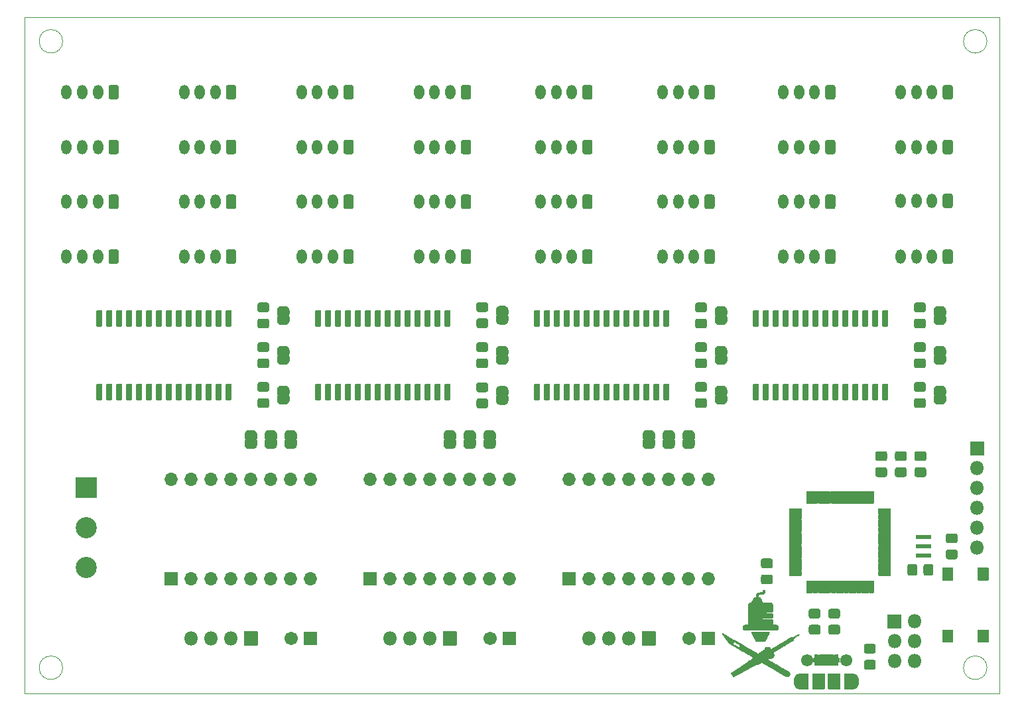
<source format=gbr>
%TF.GenerationSoftware,KiCad,Pcbnew,5.1.7+dfsg1-1~bpo10+1*%
%TF.CreationDate,2020-11-15T21:32:21+00:00*%
%TF.ProjectId,piggyback,70696767-7962-4616-936b-2e6b69636164,rev?*%
%TF.SameCoordinates,Original*%
%TF.FileFunction,Soldermask,Top*%
%TF.FilePolarity,Negative*%
%FSLAX45Y45*%
G04 Gerber Fmt 4.5, Leading zero omitted, Abs format (unit mm)*
G04 Created by KiCad (PCBNEW 5.1.7+dfsg1-1~bpo10+1) date 2020-11-15 21:32:21*
%MOMM*%
%LPD*%
G01*
G04 APERTURE LIST*
%TA.AperFunction,Profile*%
%ADD10C,0.050000*%
%TD*%
%ADD11C,0.010000*%
%ADD12O,1.302000X1.852000*%
%ADD13O,1.702000X1.702000*%
%ADD14O,1.802000X1.802000*%
%ADD15C,1.552000*%
%ADD16O,1.302000X2.002000*%
%ADD17C,0.150000*%
%ADD18C,1.702000*%
%ADD19C,2.702000*%
G04 APERTURE END LIST*
D10*
X16350000Y-14150000D02*
G75*
G03*
X16350000Y-14150000I-150000J0D01*
G01*
X16350000Y-6150000D02*
G75*
G03*
X16350000Y-6150000I-150000J0D01*
G01*
X4550000Y-6150000D02*
G75*
G03*
X4550000Y-6150000I-150000J0D01*
G01*
X4550000Y-14150000D02*
G75*
G03*
X4550000Y-14150000I-150000J0D01*
G01*
X16510000Y-5842000D02*
X4064000Y-5842000D01*
X16510000Y-14478000D02*
X16510000Y-5842000D01*
X4064000Y-14478000D02*
X16510000Y-14478000D01*
X4064000Y-5842000D02*
X4064000Y-14478000D01*
D11*
G36*
X12973182Y-13710947D02*
G01*
X12974925Y-13711839D01*
X12977531Y-13713247D01*
X12980885Y-13715106D01*
X12984873Y-13717353D01*
X12989379Y-13719924D01*
X12994289Y-13722753D01*
X12998404Y-13725144D01*
X13003771Y-13728275D01*
X13010030Y-13731923D01*
X13016973Y-13735969D01*
X13024395Y-13740293D01*
X13032088Y-13744775D01*
X13039847Y-13749294D01*
X13047464Y-13753729D01*
X13054733Y-13757961D01*
X13057885Y-13759795D01*
X13065669Y-13764338D01*
X13072401Y-13768294D01*
X13078139Y-13771698D01*
X13082939Y-13774585D01*
X13086857Y-13776991D01*
X13089950Y-13778949D01*
X13092275Y-13780495D01*
X13093888Y-13781663D01*
X13094845Y-13782488D01*
X13094913Y-13782559D01*
X13097881Y-13786440D01*
X13100519Y-13791183D01*
X13102611Y-13796384D01*
X13103001Y-13797630D01*
X13103729Y-13799962D01*
X13104384Y-13801819D01*
X13104845Y-13802861D01*
X13104904Y-13802942D01*
X13105408Y-13802677D01*
X13106340Y-13801504D01*
X13107536Y-13799643D01*
X13108155Y-13798574D01*
X13109581Y-13796118D01*
X13110958Y-13793901D01*
X13112048Y-13792304D01*
X13112293Y-13791992D01*
X13113292Y-13790906D01*
X13114080Y-13790708D01*
X13115238Y-13791295D01*
X13115468Y-13791437D01*
X13117426Y-13792628D01*
X13120221Y-13794296D01*
X13123736Y-13796371D01*
X13127852Y-13798786D01*
X13132451Y-13801473D01*
X13137415Y-13804364D01*
X13142625Y-13807389D01*
X13147965Y-13810482D01*
X13153315Y-13813574D01*
X13158558Y-13816596D01*
X13163576Y-13819480D01*
X13168250Y-13822159D01*
X13172462Y-13824564D01*
X13176095Y-13826627D01*
X13179030Y-13828279D01*
X13181149Y-13829453D01*
X13182334Y-13830080D01*
X13182514Y-13830160D01*
X13183715Y-13830709D01*
X13185829Y-13831817D01*
X13188689Y-13833384D01*
X13192127Y-13835315D01*
X13195975Y-13837510D01*
X13200065Y-13839871D01*
X13204229Y-13842301D01*
X13208299Y-13844702D01*
X13212109Y-13846975D01*
X13215489Y-13849023D01*
X13218272Y-13850748D01*
X13220290Y-13852051D01*
X13221375Y-13852836D01*
X13221397Y-13852856D01*
X13223086Y-13854177D01*
X13225272Y-13855635D01*
X13226477Y-13856349D01*
X13227335Y-13856831D01*
X13228353Y-13857409D01*
X13229618Y-13858135D01*
X13231216Y-13859057D01*
X13233232Y-13860225D01*
X13235752Y-13861690D01*
X13238863Y-13863500D01*
X13242648Y-13865708D01*
X13247196Y-13868361D01*
X13252590Y-13871510D01*
X13258918Y-13875204D01*
X13265530Y-13879066D01*
X13271733Y-13882688D01*
X13278675Y-13886740D01*
X13286179Y-13891120D01*
X13294069Y-13895725D01*
X13302170Y-13900451D01*
X13310305Y-13905197D01*
X13318298Y-13909859D01*
X13325974Y-13914335D01*
X13333156Y-13918523D01*
X13339668Y-13922319D01*
X13345334Y-13925621D01*
X13347445Y-13926851D01*
X13350793Y-13928802D01*
X13355072Y-13931297D01*
X13360116Y-13934240D01*
X13365760Y-13937534D01*
X13371839Y-13941083D01*
X13378186Y-13944789D01*
X13384636Y-13948556D01*
X13391024Y-13952287D01*
X13393141Y-13953524D01*
X13400406Y-13957751D01*
X13406849Y-13961464D01*
X13412431Y-13964641D01*
X13417113Y-13967260D01*
X13420858Y-13969300D01*
X13423626Y-13970740D01*
X13425378Y-13971559D01*
X13426030Y-13971752D01*
X13427064Y-13971350D01*
X13428889Y-13970331D01*
X13431275Y-13968833D01*
X13433992Y-13966997D01*
X13434944Y-13966325D01*
X13437824Y-13964277D01*
X13440836Y-13962152D01*
X13444114Y-13959856D01*
X13447790Y-13957298D01*
X13451998Y-13954384D01*
X13456870Y-13951023D01*
X13462540Y-13947123D01*
X13468412Y-13943090D01*
X13472212Y-13940476D01*
X13476250Y-13937688D01*
X13480179Y-13934967D01*
X13483653Y-13932552D01*
X13485635Y-13931167D01*
X13488804Y-13928952D01*
X13492600Y-13926309D01*
X13496604Y-13923528D01*
X13500398Y-13920901D01*
X13501403Y-13920207D01*
X13504351Y-13918131D01*
X13506944Y-13916232D01*
X13508991Y-13914654D01*
X13510304Y-13913541D01*
X13510683Y-13913120D01*
X13510843Y-13911530D01*
X13510314Y-13909785D01*
X13509457Y-13906167D01*
X13509706Y-13902353D01*
X13510588Y-13899661D01*
X13511063Y-13898744D01*
X13511689Y-13897889D01*
X13512612Y-13896986D01*
X13513978Y-13895928D01*
X13515934Y-13894604D01*
X13518626Y-13892905D01*
X13522201Y-13890723D01*
X13524167Y-13889536D01*
X13528273Y-13887077D01*
X13531465Y-13885216D01*
X13533902Y-13883872D01*
X13535745Y-13882966D01*
X13537155Y-13882419D01*
X13538293Y-13882152D01*
X13539258Y-13882085D01*
X13542280Y-13882541D01*
X13545314Y-13883753D01*
X13547863Y-13885488D01*
X13548895Y-13886604D01*
X13549932Y-13887819D01*
X13550720Y-13888421D01*
X13550799Y-13888435D01*
X13551571Y-13888127D01*
X13553117Y-13887312D01*
X13555131Y-13886153D01*
X13555561Y-13885895D01*
X13558105Y-13884474D01*
X13560101Y-13883688D01*
X13561995Y-13883379D01*
X13562860Y-13883355D01*
X13566510Y-13883856D01*
X13569407Y-13885343D01*
X13570429Y-13886306D01*
X13570687Y-13886634D01*
X13571092Y-13887215D01*
X13571681Y-13888113D01*
X13572493Y-13889390D01*
X13573566Y-13891108D01*
X13574939Y-13893330D01*
X13576648Y-13896116D01*
X13578732Y-13899531D01*
X13581229Y-13903636D01*
X13584178Y-13908494D01*
X13587616Y-13914166D01*
X13591581Y-13920715D01*
X13596111Y-13928204D01*
X13601245Y-13936694D01*
X13603357Y-13940187D01*
X13606088Y-13944700D01*
X13609259Y-13949932D01*
X13612649Y-13955518D01*
X13616035Y-13961093D01*
X13619197Y-13966291D01*
X13620508Y-13968445D01*
X13623231Y-13972932D01*
X13625358Y-13976490D01*
X13626965Y-13979269D01*
X13628128Y-13981418D01*
X13628922Y-13983086D01*
X13629423Y-13984421D01*
X13629708Y-13985574D01*
X13629851Y-13986694D01*
X13629865Y-13986860D01*
X13629718Y-13989933D01*
X13628673Y-13992533D01*
X13626603Y-13994878D01*
X13623966Y-13996815D01*
X13621450Y-13998429D01*
X13619837Y-13999539D01*
X13618970Y-14000342D01*
X13618694Y-14001036D01*
X13618851Y-14001817D01*
X13619241Y-14002774D01*
X13620039Y-14005889D01*
X13620078Y-14009189D01*
X13619388Y-14012193D01*
X13618630Y-14013658D01*
X13617603Y-14014678D01*
X13615666Y-14016181D01*
X13613025Y-14018038D01*
X13609884Y-14020125D01*
X13606449Y-14022313D01*
X13602924Y-14024476D01*
X13599515Y-14026486D01*
X13596425Y-14028217D01*
X13593861Y-14029541D01*
X13592027Y-14030333D01*
X13591479Y-14030483D01*
X13588142Y-14030569D01*
X13585074Y-14029563D01*
X13582049Y-14027388D01*
X13581780Y-14027140D01*
X13580094Y-14025687D01*
X13578671Y-14024678D01*
X13577884Y-14024347D01*
X13577005Y-14024638D01*
X13575257Y-14025414D01*
X13572889Y-14026560D01*
X13570150Y-14027958D01*
X13570012Y-14028030D01*
X13564027Y-14031172D01*
X13559078Y-14033785D01*
X13555073Y-14035921D01*
X13551920Y-14037633D01*
X13549528Y-14038974D01*
X13547802Y-14039994D01*
X13546652Y-14040748D01*
X13545984Y-14041287D01*
X13545707Y-14041664D01*
X13545691Y-14041841D01*
X13546253Y-14042252D01*
X13547859Y-14043268D01*
X13550457Y-14044860D01*
X13553994Y-14046995D01*
X13558415Y-14049643D01*
X13563667Y-14052772D01*
X13569698Y-14056350D01*
X13576453Y-14060346D01*
X13583880Y-14064729D01*
X13591925Y-14069468D01*
X13600534Y-14074530D01*
X13609655Y-14079885D01*
X13619233Y-14085501D01*
X13629216Y-14091348D01*
X13639551Y-14097392D01*
X13650183Y-14103604D01*
X13661060Y-14109952D01*
X13672128Y-14116404D01*
X13683333Y-14122929D01*
X13694623Y-14129495D01*
X13705902Y-14136048D01*
X13709613Y-14138204D01*
X13714033Y-14140777D01*
X13718776Y-14143540D01*
X13723456Y-14146269D01*
X13727175Y-14148440D01*
X13734868Y-14152934D01*
X13741601Y-14156866D01*
X13747508Y-14160317D01*
X13752725Y-14163366D01*
X13757389Y-14166092D01*
X13761634Y-14168573D01*
X13765598Y-14170891D01*
X13769414Y-14173123D01*
X13772895Y-14175159D01*
X13777414Y-14177801D01*
X13782532Y-14180788D01*
X13787799Y-14183859D01*
X13792764Y-14186750D01*
X13796072Y-14188674D01*
X13799842Y-14190865D01*
X13803545Y-14193019D01*
X13806929Y-14194988D01*
X13809740Y-14196626D01*
X13811724Y-14197784D01*
X13811830Y-14197846D01*
X13817221Y-14201554D01*
X13821591Y-14205833D01*
X13825075Y-14210852D01*
X13827804Y-14216780D01*
X13828559Y-14218952D01*
X13829376Y-14221758D01*
X13829886Y-14224354D01*
X13830155Y-14227227D01*
X13830254Y-14230862D01*
X13830255Y-14231017D01*
X13830030Y-14236548D01*
X13829191Y-14241181D01*
X13827633Y-14245184D01*
X13825250Y-14248825D01*
X13821934Y-14252371D01*
X13821673Y-14252615D01*
X13816768Y-14256356D01*
X13811040Y-14259338D01*
X13804780Y-14261413D01*
X13804322Y-14261522D01*
X13800158Y-14262214D01*
X13795671Y-14262497D01*
X13791200Y-14262389D01*
X13787085Y-14261905D01*
X13783666Y-14261062D01*
X13782181Y-14260439D01*
X13781710Y-14260182D01*
X13780833Y-14259685D01*
X13779488Y-14258913D01*
X13777616Y-14257832D01*
X13775158Y-14256407D01*
X13772053Y-14254603D01*
X13768243Y-14252385D01*
X13763667Y-14249719D01*
X13758266Y-14246570D01*
X13751979Y-14242903D01*
X13744748Y-14238683D01*
X13736512Y-14233876D01*
X13731620Y-14231020D01*
X13727892Y-14228844D01*
X13723374Y-14226206D01*
X13718371Y-14223286D01*
X13713190Y-14220262D01*
X13708138Y-14217313D01*
X13704950Y-14215453D01*
X13699936Y-14212526D01*
X13694196Y-14209173D01*
X13688099Y-14205611D01*
X13682013Y-14202054D01*
X13676309Y-14198720D01*
X13672882Y-14196716D01*
X13665295Y-14192279D01*
X13656893Y-14187370D01*
X13647907Y-14182123D01*
X13638570Y-14176672D01*
X13629112Y-14171153D01*
X13619765Y-14165701D01*
X13610760Y-14160451D01*
X13602328Y-14155537D01*
X13594700Y-14151095D01*
X13592872Y-14150031D01*
X13589727Y-14148200D01*
X13585597Y-14145795D01*
X13580599Y-14142882D01*
X13574844Y-14139529D01*
X13568447Y-14135801D01*
X13561522Y-14131764D01*
X13554182Y-14127486D01*
X13546541Y-14123031D01*
X13538713Y-14118467D01*
X13530811Y-14113860D01*
X13524412Y-14110129D01*
X13514761Y-14104512D01*
X13506022Y-14099448D01*
X13498215Y-14094949D01*
X13491361Y-14091025D01*
X13485479Y-14087689D01*
X13480589Y-14084952D01*
X13476712Y-14082824D01*
X13473867Y-14081318D01*
X13472074Y-14080443D01*
X13471390Y-14080206D01*
X13470277Y-14080500D01*
X13468281Y-14081314D01*
X13465625Y-14082544D01*
X13462534Y-14084090D01*
X13460157Y-14085344D01*
X13456231Y-14087442D01*
X13451957Y-14089696D01*
X13447772Y-14091876D01*
X13444109Y-14093755D01*
X13443012Y-14094309D01*
X13439225Y-14096243D01*
X13434924Y-14098488D01*
X13430700Y-14100733D01*
X13427862Y-14102271D01*
X13423560Y-14104542D01*
X13420120Y-14106108D01*
X13417365Y-14106992D01*
X13415116Y-14107217D01*
X13413197Y-14106806D01*
X13411428Y-14105782D01*
X13410044Y-14104577D01*
X13408568Y-14103312D01*
X13407336Y-14102540D01*
X13406940Y-14102430D01*
X13406040Y-14102732D01*
X13404326Y-14103548D01*
X13402077Y-14104739D01*
X13400400Y-14105683D01*
X13398000Y-14107037D01*
X13394772Y-14108816D01*
X13391013Y-14110859D01*
X13387021Y-14113005D01*
X13383322Y-14114970D01*
X13379313Y-14117101D01*
X13375193Y-14119318D01*
X13371279Y-14121448D01*
X13367888Y-14123319D01*
X13365542Y-14124640D01*
X13362864Y-14126148D01*
X13359387Y-14128069D01*
X13355438Y-14130224D01*
X13351343Y-14132435D01*
X13348080Y-14134178D01*
X13344078Y-14136317D01*
X13339922Y-14138562D01*
X13335948Y-14140731D01*
X13332490Y-14142639D01*
X13330300Y-14143868D01*
X13327540Y-14145412D01*
X13323981Y-14147368D01*
X13319949Y-14149560D01*
X13315769Y-14151809D01*
X13312202Y-14153708D01*
X13308195Y-14155845D01*
X13304076Y-14158066D01*
X13300163Y-14160199D01*
X13296773Y-14162072D01*
X13294422Y-14163395D01*
X13291743Y-14164903D01*
X13288266Y-14166823D01*
X13284316Y-14168976D01*
X13280220Y-14171185D01*
X13276960Y-14172924D01*
X13272607Y-14175252D01*
X13267768Y-14177869D01*
X13262887Y-14180534D01*
X13258410Y-14183004D01*
X13256005Y-14184346D01*
X13251991Y-14186580D01*
X13247580Y-14189001D01*
X13243209Y-14191373D01*
X13239316Y-14193455D01*
X13237907Y-14194198D01*
X13234233Y-14196149D01*
X13229933Y-14198473D01*
X13225487Y-14200908D01*
X13221372Y-14203196D01*
X13220445Y-14203717D01*
X13216570Y-14205883D01*
X13212325Y-14208222D01*
X13208157Y-14210490D01*
X13204514Y-14212442D01*
X13203617Y-14212916D01*
X13200500Y-14214573D01*
X13196633Y-14216658D01*
X13192373Y-14218977D01*
X13188078Y-14221334D01*
X13184885Y-14223102D01*
X13180496Y-14225527D01*
X13175556Y-14228228D01*
X13170521Y-14230959D01*
X13165848Y-14233470D01*
X13163295Y-14234828D01*
X13159396Y-14236907D01*
X13155346Y-14239094D01*
X13151494Y-14241200D01*
X13148188Y-14243033D01*
X13146467Y-14244007D01*
X13143020Y-14245953D01*
X13139105Y-14248120D01*
X13135351Y-14250161D01*
X13133767Y-14251007D01*
X13130670Y-14252656D01*
X13126930Y-14254661D01*
X13123016Y-14256768D01*
X13119400Y-14258725D01*
X13119394Y-14258728D01*
X13116525Y-14260275D01*
X13114076Y-14261572D01*
X13112253Y-14262515D01*
X13111258Y-14262995D01*
X13111139Y-14263035D01*
X13110438Y-14262801D01*
X13109320Y-14262396D01*
X13108703Y-14261933D01*
X13107769Y-14260848D01*
X13106470Y-14259066D01*
X13104756Y-14256515D01*
X13102579Y-14253120D01*
X13099889Y-14248806D01*
X13096637Y-14243502D01*
X13094874Y-14240600D01*
X13091459Y-14234947D01*
X13088668Y-14230266D01*
X13086450Y-14226455D01*
X13084754Y-14223411D01*
X13083527Y-14221030D01*
X13082720Y-14219209D01*
X13082280Y-14217846D01*
X13082157Y-14216836D01*
X13082300Y-14216078D01*
X13082501Y-14215686D01*
X13083058Y-14215279D01*
X13084604Y-14214212D01*
X13087070Y-14212532D01*
X13090388Y-14210283D01*
X13094492Y-14207511D01*
X13099311Y-14204263D01*
X13104779Y-14200582D01*
X13110828Y-14196515D01*
X13117390Y-14192108D01*
X13124396Y-14187405D01*
X13131778Y-14182453D01*
X13139469Y-14177296D01*
X13147401Y-14171981D01*
X13155505Y-14166553D01*
X13163714Y-14161057D01*
X13171960Y-14155539D01*
X13180175Y-14150044D01*
X13188290Y-14144619D01*
X13196237Y-14139308D01*
X13203950Y-14134156D01*
X13211359Y-14129210D01*
X13218397Y-14124516D01*
X13224996Y-14120117D01*
X13231087Y-14116061D01*
X13236603Y-14112392D01*
X13241476Y-14109157D01*
X13245638Y-14106399D01*
X13249021Y-14104166D01*
X13251556Y-14102503D01*
X13252089Y-14102155D01*
X13254317Y-14100692D01*
X13257363Y-14098670D01*
X13260996Y-14096242D01*
X13264987Y-14093564D01*
X13269103Y-14090791D01*
X13271611Y-14089095D01*
X13281595Y-14082359D01*
X13292615Y-14074974D01*
X13304683Y-14066933D01*
X13317811Y-14058228D01*
X13323948Y-14054170D01*
X13331311Y-14049292D01*
X13338024Y-14044816D01*
X13344036Y-14040777D01*
X13349296Y-14037211D01*
X13353750Y-14034153D01*
X13357349Y-14031638D01*
X13360040Y-14029703D01*
X13361772Y-14028383D01*
X13362493Y-14027712D01*
X13362506Y-14027686D01*
X13362446Y-14026487D01*
X13362210Y-14026063D01*
X13361349Y-14024081D01*
X13361175Y-14021514D01*
X13361712Y-14018863D01*
X13361824Y-14018566D01*
X13362394Y-14016960D01*
X13362624Y-14015927D01*
X13362595Y-14015768D01*
X13362395Y-14015635D01*
X13361855Y-14015304D01*
X13360934Y-14014753D01*
X13359592Y-14013958D01*
X13357789Y-14012895D01*
X13355487Y-14011542D01*
X13352644Y-14009876D01*
X13349220Y-14007872D01*
X13345177Y-14005507D01*
X13340474Y-14002760D01*
X13335072Y-13999605D01*
X13328930Y-13996020D01*
X13322008Y-13991981D01*
X13314267Y-13987466D01*
X13305667Y-13982450D01*
X13296168Y-13976912D01*
X13285730Y-13970826D01*
X13274314Y-13964171D01*
X13261879Y-13956923D01*
X13248702Y-13949243D01*
X13239554Y-13943909D01*
X13230200Y-13938456D01*
X13220759Y-13932950D01*
X13211350Y-13927463D01*
X13202093Y-13922062D01*
X13193104Y-13916817D01*
X13184503Y-13911797D01*
X13176409Y-13907072D01*
X13168940Y-13902711D01*
X13162214Y-13898783D01*
X13156351Y-13895357D01*
X13151547Y-13892548D01*
X13144918Y-13888670D01*
X13137953Y-13884599D01*
X13130853Y-13880450D01*
X13123816Y-13876338D01*
X13117041Y-13872382D01*
X13110727Y-13868696D01*
X13105073Y-13865397D01*
X13100278Y-13862601D01*
X13099477Y-13862134D01*
X13094862Y-13859432D01*
X13090603Y-13856915D01*
X13086824Y-13854655D01*
X13083646Y-13852730D01*
X13081193Y-13851211D01*
X13079587Y-13850175D01*
X13078952Y-13849695D01*
X13078948Y-13849686D01*
X13079132Y-13848854D01*
X13079820Y-13847299D01*
X13080694Y-13845661D01*
X13081731Y-13843769D01*
X13101626Y-13843769D01*
X13101656Y-13843884D01*
X13102290Y-13844376D01*
X13103896Y-13845425D01*
X13106344Y-13846955D01*
X13109506Y-13848890D01*
X13113253Y-13851153D01*
X13117455Y-13853669D01*
X13121983Y-13856362D01*
X13126709Y-13859155D01*
X13131503Y-13861972D01*
X13136236Y-13864737D01*
X13140779Y-13867374D01*
X13145004Y-13869807D01*
X13148780Y-13871960D01*
X13151978Y-13873756D01*
X13154471Y-13875119D01*
X13155675Y-13875749D01*
X13157912Y-13876932D01*
X13160915Y-13878588D01*
X13164360Y-13880538D01*
X13167926Y-13882599D01*
X13169645Y-13883609D01*
X13172771Y-13885422D01*
X13175577Y-13886979D01*
X13177857Y-13888174D01*
X13179407Y-13888896D01*
X13179955Y-13889063D01*
X13180945Y-13888567D01*
X13182129Y-13887312D01*
X13182562Y-13886689D01*
X13183322Y-13885441D01*
X13184602Y-13883294D01*
X13186286Y-13880443D01*
X13188254Y-13877089D01*
X13190392Y-13873430D01*
X13191216Y-13872015D01*
X13193524Y-13868035D01*
X13195255Y-13865005D01*
X13196474Y-13862778D01*
X13197245Y-13861208D01*
X13197634Y-13860149D01*
X13197704Y-13859456D01*
X13197523Y-13858982D01*
X13197181Y-13858608D01*
X13196369Y-13858035D01*
X13194591Y-13856908D01*
X13191982Y-13855307D01*
X13188677Y-13853313D01*
X13184810Y-13851009D01*
X13180515Y-13848474D01*
X13176630Y-13846200D01*
X13171771Y-13843365D01*
X13166955Y-13840551D01*
X13162368Y-13837869D01*
X13158198Y-13835428D01*
X13154632Y-13833337D01*
X13151858Y-13831706D01*
X13150595Y-13830961D01*
X13143619Y-13826844D01*
X13137661Y-13823353D01*
X13132653Y-13820451D01*
X13128529Y-13818102D01*
X13125222Y-13816269D01*
X13122666Y-13814915D01*
X13120795Y-13814004D01*
X13119540Y-13813500D01*
X13118837Y-13813365D01*
X13118667Y-13813429D01*
X13118172Y-13814145D01*
X13117134Y-13815807D01*
X13115643Y-13818262D01*
X13113792Y-13821357D01*
X13111674Y-13824941D01*
X13109562Y-13828544D01*
X13106638Y-13833621D01*
X13104394Y-13837657D01*
X13102819Y-13840678D01*
X13101901Y-13842707D01*
X13101626Y-13843769D01*
X13081731Y-13843769D01*
X13081978Y-13843317D01*
X13082531Y-13841871D01*
X13082298Y-13841144D01*
X13081227Y-13840958D01*
X13079316Y-13841130D01*
X13075319Y-13841252D01*
X13070938Y-13840759D01*
X13066397Y-13839737D01*
X13061918Y-13838278D01*
X13057724Y-13836469D01*
X13054038Y-13834399D01*
X13051083Y-13832158D01*
X13049082Y-13829834D01*
X13048584Y-13828864D01*
X13047455Y-13826841D01*
X13045980Y-13825059D01*
X13045846Y-13824935D01*
X13044812Y-13823808D01*
X13043281Y-13821879D01*
X13041453Y-13819407D01*
X13039524Y-13816653D01*
X13039327Y-13816362D01*
X13035238Y-13810340D01*
X13030925Y-13804016D01*
X13026647Y-13797771D01*
X13022666Y-13791987D01*
X13020639Y-13789057D01*
X13018631Y-13786149D01*
X13016237Y-13782664D01*
X13013781Y-13779076D01*
X13011927Y-13776357D01*
X13009670Y-13773045D01*
X13007205Y-13769442D01*
X13004858Y-13766021D01*
X13003230Y-13763657D01*
X13001347Y-13760923D01*
X12999025Y-13757543D01*
X12996541Y-13753921D01*
X12994173Y-13750459D01*
X12993863Y-13750005D01*
X12991672Y-13746802D01*
X12989460Y-13743575D01*
X12987453Y-13740655D01*
X12985879Y-13738373D01*
X12985579Y-13737940D01*
X12983789Y-13735349D01*
X12981697Y-13732309D01*
X12979717Y-13729420D01*
X12979464Y-13729050D01*
X12976705Y-13725021D01*
X12974556Y-13721912D01*
X12972922Y-13719586D01*
X12971705Y-13717908D01*
X12970809Y-13716742D01*
X12970173Y-13715991D01*
X12969284Y-13714682D01*
X12968985Y-13713709D01*
X12969514Y-13712410D01*
X12970763Y-13711238D01*
X12972225Y-13710646D01*
X12972419Y-13710635D01*
X12973182Y-13710947D01*
G37*
X12973182Y-13710947D02*
X12974925Y-13711839D01*
X12977531Y-13713247D01*
X12980885Y-13715106D01*
X12984873Y-13717353D01*
X12989379Y-13719924D01*
X12994289Y-13722753D01*
X12998404Y-13725144D01*
X13003771Y-13728275D01*
X13010030Y-13731923D01*
X13016973Y-13735969D01*
X13024395Y-13740293D01*
X13032088Y-13744775D01*
X13039847Y-13749294D01*
X13047464Y-13753729D01*
X13054733Y-13757961D01*
X13057885Y-13759795D01*
X13065669Y-13764338D01*
X13072401Y-13768294D01*
X13078139Y-13771698D01*
X13082939Y-13774585D01*
X13086857Y-13776991D01*
X13089950Y-13778949D01*
X13092275Y-13780495D01*
X13093888Y-13781663D01*
X13094845Y-13782488D01*
X13094913Y-13782559D01*
X13097881Y-13786440D01*
X13100519Y-13791183D01*
X13102611Y-13796384D01*
X13103001Y-13797630D01*
X13103729Y-13799962D01*
X13104384Y-13801819D01*
X13104845Y-13802861D01*
X13104904Y-13802942D01*
X13105408Y-13802677D01*
X13106340Y-13801504D01*
X13107536Y-13799643D01*
X13108155Y-13798574D01*
X13109581Y-13796118D01*
X13110958Y-13793901D01*
X13112048Y-13792304D01*
X13112293Y-13791992D01*
X13113292Y-13790906D01*
X13114080Y-13790708D01*
X13115238Y-13791295D01*
X13115468Y-13791437D01*
X13117426Y-13792628D01*
X13120221Y-13794296D01*
X13123736Y-13796371D01*
X13127852Y-13798786D01*
X13132451Y-13801473D01*
X13137415Y-13804364D01*
X13142625Y-13807389D01*
X13147965Y-13810482D01*
X13153315Y-13813574D01*
X13158558Y-13816596D01*
X13163576Y-13819480D01*
X13168250Y-13822159D01*
X13172462Y-13824564D01*
X13176095Y-13826627D01*
X13179030Y-13828279D01*
X13181149Y-13829453D01*
X13182334Y-13830080D01*
X13182514Y-13830160D01*
X13183715Y-13830709D01*
X13185829Y-13831817D01*
X13188689Y-13833384D01*
X13192127Y-13835315D01*
X13195975Y-13837510D01*
X13200065Y-13839871D01*
X13204229Y-13842301D01*
X13208299Y-13844702D01*
X13212109Y-13846975D01*
X13215489Y-13849023D01*
X13218272Y-13850748D01*
X13220290Y-13852051D01*
X13221375Y-13852836D01*
X13221397Y-13852856D01*
X13223086Y-13854177D01*
X13225272Y-13855635D01*
X13226477Y-13856349D01*
X13227335Y-13856831D01*
X13228353Y-13857409D01*
X13229618Y-13858135D01*
X13231216Y-13859057D01*
X13233232Y-13860225D01*
X13235752Y-13861690D01*
X13238863Y-13863500D01*
X13242648Y-13865708D01*
X13247196Y-13868361D01*
X13252590Y-13871510D01*
X13258918Y-13875204D01*
X13265530Y-13879066D01*
X13271733Y-13882688D01*
X13278675Y-13886740D01*
X13286179Y-13891120D01*
X13294069Y-13895725D01*
X13302170Y-13900451D01*
X13310305Y-13905197D01*
X13318298Y-13909859D01*
X13325974Y-13914335D01*
X13333156Y-13918523D01*
X13339668Y-13922319D01*
X13345334Y-13925621D01*
X13347445Y-13926851D01*
X13350793Y-13928802D01*
X13355072Y-13931297D01*
X13360116Y-13934240D01*
X13365760Y-13937534D01*
X13371839Y-13941083D01*
X13378186Y-13944789D01*
X13384636Y-13948556D01*
X13391024Y-13952287D01*
X13393141Y-13953524D01*
X13400406Y-13957751D01*
X13406849Y-13961464D01*
X13412431Y-13964641D01*
X13417113Y-13967260D01*
X13420858Y-13969300D01*
X13423626Y-13970740D01*
X13425378Y-13971559D01*
X13426030Y-13971752D01*
X13427064Y-13971350D01*
X13428889Y-13970331D01*
X13431275Y-13968833D01*
X13433992Y-13966997D01*
X13434944Y-13966325D01*
X13437824Y-13964277D01*
X13440836Y-13962152D01*
X13444114Y-13959856D01*
X13447790Y-13957298D01*
X13451998Y-13954384D01*
X13456870Y-13951023D01*
X13462540Y-13947123D01*
X13468412Y-13943090D01*
X13472212Y-13940476D01*
X13476250Y-13937688D01*
X13480179Y-13934967D01*
X13483653Y-13932552D01*
X13485635Y-13931167D01*
X13488804Y-13928952D01*
X13492600Y-13926309D01*
X13496604Y-13923528D01*
X13500398Y-13920901D01*
X13501403Y-13920207D01*
X13504351Y-13918131D01*
X13506944Y-13916232D01*
X13508991Y-13914654D01*
X13510304Y-13913541D01*
X13510683Y-13913120D01*
X13510843Y-13911530D01*
X13510314Y-13909785D01*
X13509457Y-13906167D01*
X13509706Y-13902353D01*
X13510588Y-13899661D01*
X13511063Y-13898744D01*
X13511689Y-13897889D01*
X13512612Y-13896986D01*
X13513978Y-13895928D01*
X13515934Y-13894604D01*
X13518626Y-13892905D01*
X13522201Y-13890723D01*
X13524167Y-13889536D01*
X13528273Y-13887077D01*
X13531465Y-13885216D01*
X13533902Y-13883872D01*
X13535745Y-13882966D01*
X13537155Y-13882419D01*
X13538293Y-13882152D01*
X13539258Y-13882085D01*
X13542280Y-13882541D01*
X13545314Y-13883753D01*
X13547863Y-13885488D01*
X13548895Y-13886604D01*
X13549932Y-13887819D01*
X13550720Y-13888421D01*
X13550799Y-13888435D01*
X13551571Y-13888127D01*
X13553117Y-13887312D01*
X13555131Y-13886153D01*
X13555561Y-13885895D01*
X13558105Y-13884474D01*
X13560101Y-13883688D01*
X13561995Y-13883379D01*
X13562860Y-13883355D01*
X13566510Y-13883856D01*
X13569407Y-13885343D01*
X13570429Y-13886306D01*
X13570687Y-13886634D01*
X13571092Y-13887215D01*
X13571681Y-13888113D01*
X13572493Y-13889390D01*
X13573566Y-13891108D01*
X13574939Y-13893330D01*
X13576648Y-13896116D01*
X13578732Y-13899531D01*
X13581229Y-13903636D01*
X13584178Y-13908494D01*
X13587616Y-13914166D01*
X13591581Y-13920715D01*
X13596111Y-13928204D01*
X13601245Y-13936694D01*
X13603357Y-13940187D01*
X13606088Y-13944700D01*
X13609259Y-13949932D01*
X13612649Y-13955518D01*
X13616035Y-13961093D01*
X13619197Y-13966291D01*
X13620508Y-13968445D01*
X13623231Y-13972932D01*
X13625358Y-13976490D01*
X13626965Y-13979269D01*
X13628128Y-13981418D01*
X13628922Y-13983086D01*
X13629423Y-13984421D01*
X13629708Y-13985574D01*
X13629851Y-13986694D01*
X13629865Y-13986860D01*
X13629718Y-13989933D01*
X13628673Y-13992533D01*
X13626603Y-13994878D01*
X13623966Y-13996815D01*
X13621450Y-13998429D01*
X13619837Y-13999539D01*
X13618970Y-14000342D01*
X13618694Y-14001036D01*
X13618851Y-14001817D01*
X13619241Y-14002774D01*
X13620039Y-14005889D01*
X13620078Y-14009189D01*
X13619388Y-14012193D01*
X13618630Y-14013658D01*
X13617603Y-14014678D01*
X13615666Y-14016181D01*
X13613025Y-14018038D01*
X13609884Y-14020125D01*
X13606449Y-14022313D01*
X13602924Y-14024476D01*
X13599515Y-14026486D01*
X13596425Y-14028217D01*
X13593861Y-14029541D01*
X13592027Y-14030333D01*
X13591479Y-14030483D01*
X13588142Y-14030569D01*
X13585074Y-14029563D01*
X13582049Y-14027388D01*
X13581780Y-14027140D01*
X13580094Y-14025687D01*
X13578671Y-14024678D01*
X13577884Y-14024347D01*
X13577005Y-14024638D01*
X13575257Y-14025414D01*
X13572889Y-14026560D01*
X13570150Y-14027958D01*
X13570012Y-14028030D01*
X13564027Y-14031172D01*
X13559078Y-14033785D01*
X13555073Y-14035921D01*
X13551920Y-14037633D01*
X13549528Y-14038974D01*
X13547802Y-14039994D01*
X13546652Y-14040748D01*
X13545984Y-14041287D01*
X13545707Y-14041664D01*
X13545691Y-14041841D01*
X13546253Y-14042252D01*
X13547859Y-14043268D01*
X13550457Y-14044860D01*
X13553994Y-14046995D01*
X13558415Y-14049643D01*
X13563667Y-14052772D01*
X13569698Y-14056350D01*
X13576453Y-14060346D01*
X13583880Y-14064729D01*
X13591925Y-14069468D01*
X13600534Y-14074530D01*
X13609655Y-14079885D01*
X13619233Y-14085501D01*
X13629216Y-14091348D01*
X13639551Y-14097392D01*
X13650183Y-14103604D01*
X13661060Y-14109952D01*
X13672128Y-14116404D01*
X13683333Y-14122929D01*
X13694623Y-14129495D01*
X13705902Y-14136048D01*
X13709613Y-14138204D01*
X13714033Y-14140777D01*
X13718776Y-14143540D01*
X13723456Y-14146269D01*
X13727175Y-14148440D01*
X13734868Y-14152934D01*
X13741601Y-14156866D01*
X13747508Y-14160317D01*
X13752725Y-14163366D01*
X13757389Y-14166092D01*
X13761634Y-14168573D01*
X13765598Y-14170891D01*
X13769414Y-14173123D01*
X13772895Y-14175159D01*
X13777414Y-14177801D01*
X13782532Y-14180788D01*
X13787799Y-14183859D01*
X13792764Y-14186750D01*
X13796072Y-14188674D01*
X13799842Y-14190865D01*
X13803545Y-14193019D01*
X13806929Y-14194988D01*
X13809740Y-14196626D01*
X13811724Y-14197784D01*
X13811830Y-14197846D01*
X13817221Y-14201554D01*
X13821591Y-14205833D01*
X13825075Y-14210852D01*
X13827804Y-14216780D01*
X13828559Y-14218952D01*
X13829376Y-14221758D01*
X13829886Y-14224354D01*
X13830155Y-14227227D01*
X13830254Y-14230862D01*
X13830255Y-14231017D01*
X13830030Y-14236548D01*
X13829191Y-14241181D01*
X13827633Y-14245184D01*
X13825250Y-14248825D01*
X13821934Y-14252371D01*
X13821673Y-14252615D01*
X13816768Y-14256356D01*
X13811040Y-14259338D01*
X13804780Y-14261413D01*
X13804322Y-14261522D01*
X13800158Y-14262214D01*
X13795671Y-14262497D01*
X13791200Y-14262389D01*
X13787085Y-14261905D01*
X13783666Y-14261062D01*
X13782181Y-14260439D01*
X13781710Y-14260182D01*
X13780833Y-14259685D01*
X13779488Y-14258913D01*
X13777616Y-14257832D01*
X13775158Y-14256407D01*
X13772053Y-14254603D01*
X13768243Y-14252385D01*
X13763667Y-14249719D01*
X13758266Y-14246570D01*
X13751979Y-14242903D01*
X13744748Y-14238683D01*
X13736512Y-14233876D01*
X13731620Y-14231020D01*
X13727892Y-14228844D01*
X13723374Y-14226206D01*
X13718371Y-14223286D01*
X13713190Y-14220262D01*
X13708138Y-14217313D01*
X13704950Y-14215453D01*
X13699936Y-14212526D01*
X13694196Y-14209173D01*
X13688099Y-14205611D01*
X13682013Y-14202054D01*
X13676309Y-14198720D01*
X13672882Y-14196716D01*
X13665295Y-14192279D01*
X13656893Y-14187370D01*
X13647907Y-14182123D01*
X13638570Y-14176672D01*
X13629112Y-14171153D01*
X13619765Y-14165701D01*
X13610760Y-14160451D01*
X13602328Y-14155537D01*
X13594700Y-14151095D01*
X13592872Y-14150031D01*
X13589727Y-14148200D01*
X13585597Y-14145795D01*
X13580599Y-14142882D01*
X13574844Y-14139529D01*
X13568447Y-14135801D01*
X13561522Y-14131764D01*
X13554182Y-14127486D01*
X13546541Y-14123031D01*
X13538713Y-14118467D01*
X13530811Y-14113860D01*
X13524412Y-14110129D01*
X13514761Y-14104512D01*
X13506022Y-14099448D01*
X13498215Y-14094949D01*
X13491361Y-14091025D01*
X13485479Y-14087689D01*
X13480589Y-14084952D01*
X13476712Y-14082824D01*
X13473867Y-14081318D01*
X13472074Y-14080443D01*
X13471390Y-14080206D01*
X13470277Y-14080500D01*
X13468281Y-14081314D01*
X13465625Y-14082544D01*
X13462534Y-14084090D01*
X13460157Y-14085344D01*
X13456231Y-14087442D01*
X13451957Y-14089696D01*
X13447772Y-14091876D01*
X13444109Y-14093755D01*
X13443012Y-14094309D01*
X13439225Y-14096243D01*
X13434924Y-14098488D01*
X13430700Y-14100733D01*
X13427862Y-14102271D01*
X13423560Y-14104542D01*
X13420120Y-14106108D01*
X13417365Y-14106992D01*
X13415116Y-14107217D01*
X13413197Y-14106806D01*
X13411428Y-14105782D01*
X13410044Y-14104577D01*
X13408568Y-14103312D01*
X13407336Y-14102540D01*
X13406940Y-14102430D01*
X13406040Y-14102732D01*
X13404326Y-14103548D01*
X13402077Y-14104739D01*
X13400400Y-14105683D01*
X13398000Y-14107037D01*
X13394772Y-14108816D01*
X13391013Y-14110859D01*
X13387021Y-14113005D01*
X13383322Y-14114970D01*
X13379313Y-14117101D01*
X13375193Y-14119318D01*
X13371279Y-14121448D01*
X13367888Y-14123319D01*
X13365542Y-14124640D01*
X13362864Y-14126148D01*
X13359387Y-14128069D01*
X13355438Y-14130224D01*
X13351343Y-14132435D01*
X13348080Y-14134178D01*
X13344078Y-14136317D01*
X13339922Y-14138562D01*
X13335948Y-14140731D01*
X13332490Y-14142639D01*
X13330300Y-14143868D01*
X13327540Y-14145412D01*
X13323981Y-14147368D01*
X13319949Y-14149560D01*
X13315769Y-14151809D01*
X13312202Y-14153708D01*
X13308195Y-14155845D01*
X13304076Y-14158066D01*
X13300163Y-14160199D01*
X13296773Y-14162072D01*
X13294422Y-14163395D01*
X13291743Y-14164903D01*
X13288266Y-14166823D01*
X13284316Y-14168976D01*
X13280220Y-14171185D01*
X13276960Y-14172924D01*
X13272607Y-14175252D01*
X13267768Y-14177869D01*
X13262887Y-14180534D01*
X13258410Y-14183004D01*
X13256005Y-14184346D01*
X13251991Y-14186580D01*
X13247580Y-14189001D01*
X13243209Y-14191373D01*
X13239316Y-14193455D01*
X13237907Y-14194198D01*
X13234233Y-14196149D01*
X13229933Y-14198473D01*
X13225487Y-14200908D01*
X13221372Y-14203196D01*
X13220445Y-14203717D01*
X13216570Y-14205883D01*
X13212325Y-14208222D01*
X13208157Y-14210490D01*
X13204514Y-14212442D01*
X13203617Y-14212916D01*
X13200500Y-14214573D01*
X13196633Y-14216658D01*
X13192373Y-14218977D01*
X13188078Y-14221334D01*
X13184885Y-14223102D01*
X13180496Y-14225527D01*
X13175556Y-14228228D01*
X13170521Y-14230959D01*
X13165848Y-14233470D01*
X13163295Y-14234828D01*
X13159396Y-14236907D01*
X13155346Y-14239094D01*
X13151494Y-14241200D01*
X13148188Y-14243033D01*
X13146467Y-14244007D01*
X13143020Y-14245953D01*
X13139105Y-14248120D01*
X13135351Y-14250161D01*
X13133767Y-14251007D01*
X13130670Y-14252656D01*
X13126930Y-14254661D01*
X13123016Y-14256768D01*
X13119400Y-14258725D01*
X13119394Y-14258728D01*
X13116525Y-14260275D01*
X13114076Y-14261572D01*
X13112253Y-14262515D01*
X13111258Y-14262995D01*
X13111139Y-14263035D01*
X13110438Y-14262801D01*
X13109320Y-14262396D01*
X13108703Y-14261933D01*
X13107769Y-14260848D01*
X13106470Y-14259066D01*
X13104756Y-14256515D01*
X13102579Y-14253120D01*
X13099889Y-14248806D01*
X13096637Y-14243502D01*
X13094874Y-14240600D01*
X13091459Y-14234947D01*
X13088668Y-14230266D01*
X13086450Y-14226455D01*
X13084754Y-14223411D01*
X13083527Y-14221030D01*
X13082720Y-14219209D01*
X13082280Y-14217846D01*
X13082157Y-14216836D01*
X13082300Y-14216078D01*
X13082501Y-14215686D01*
X13083058Y-14215279D01*
X13084604Y-14214212D01*
X13087070Y-14212532D01*
X13090388Y-14210283D01*
X13094492Y-14207511D01*
X13099311Y-14204263D01*
X13104779Y-14200582D01*
X13110828Y-14196515D01*
X13117390Y-14192108D01*
X13124396Y-14187405D01*
X13131778Y-14182453D01*
X13139469Y-14177296D01*
X13147401Y-14171981D01*
X13155505Y-14166553D01*
X13163714Y-14161057D01*
X13171960Y-14155539D01*
X13180175Y-14150044D01*
X13188290Y-14144619D01*
X13196237Y-14139308D01*
X13203950Y-14134156D01*
X13211359Y-14129210D01*
X13218397Y-14124516D01*
X13224996Y-14120117D01*
X13231087Y-14116061D01*
X13236603Y-14112392D01*
X13241476Y-14109157D01*
X13245638Y-14106399D01*
X13249021Y-14104166D01*
X13251556Y-14102503D01*
X13252089Y-14102155D01*
X13254317Y-14100692D01*
X13257363Y-14098670D01*
X13260996Y-14096242D01*
X13264987Y-14093564D01*
X13269103Y-14090791D01*
X13271611Y-14089095D01*
X13281595Y-14082359D01*
X13292615Y-14074974D01*
X13304683Y-14066933D01*
X13317811Y-14058228D01*
X13323948Y-14054170D01*
X13331311Y-14049292D01*
X13338024Y-14044816D01*
X13344036Y-14040777D01*
X13349296Y-14037211D01*
X13353750Y-14034153D01*
X13357349Y-14031638D01*
X13360040Y-14029703D01*
X13361772Y-14028383D01*
X13362493Y-14027712D01*
X13362506Y-14027686D01*
X13362446Y-14026487D01*
X13362210Y-14026063D01*
X13361349Y-14024081D01*
X13361175Y-14021514D01*
X13361712Y-14018863D01*
X13361824Y-14018566D01*
X13362394Y-14016960D01*
X13362624Y-14015927D01*
X13362595Y-14015768D01*
X13362395Y-14015635D01*
X13361855Y-14015304D01*
X13360934Y-14014753D01*
X13359592Y-14013958D01*
X13357789Y-14012895D01*
X13355487Y-14011542D01*
X13352644Y-14009876D01*
X13349220Y-14007872D01*
X13345177Y-14005507D01*
X13340474Y-14002760D01*
X13335072Y-13999605D01*
X13328930Y-13996020D01*
X13322008Y-13991981D01*
X13314267Y-13987466D01*
X13305667Y-13982450D01*
X13296168Y-13976912D01*
X13285730Y-13970826D01*
X13274314Y-13964171D01*
X13261879Y-13956923D01*
X13248702Y-13949243D01*
X13239554Y-13943909D01*
X13230200Y-13938456D01*
X13220759Y-13932950D01*
X13211350Y-13927463D01*
X13202093Y-13922062D01*
X13193104Y-13916817D01*
X13184503Y-13911797D01*
X13176409Y-13907072D01*
X13168940Y-13902711D01*
X13162214Y-13898783D01*
X13156351Y-13895357D01*
X13151547Y-13892548D01*
X13144918Y-13888670D01*
X13137953Y-13884599D01*
X13130853Y-13880450D01*
X13123816Y-13876338D01*
X13117041Y-13872382D01*
X13110727Y-13868696D01*
X13105073Y-13865397D01*
X13100278Y-13862601D01*
X13099477Y-13862134D01*
X13094862Y-13859432D01*
X13090603Y-13856915D01*
X13086824Y-13854655D01*
X13083646Y-13852730D01*
X13081193Y-13851211D01*
X13079587Y-13850175D01*
X13078952Y-13849695D01*
X13078948Y-13849686D01*
X13079132Y-13848854D01*
X13079820Y-13847299D01*
X13080694Y-13845661D01*
X13081731Y-13843769D01*
X13101626Y-13843769D01*
X13101656Y-13843884D01*
X13102290Y-13844376D01*
X13103896Y-13845425D01*
X13106344Y-13846955D01*
X13109506Y-13848890D01*
X13113253Y-13851153D01*
X13117455Y-13853669D01*
X13121983Y-13856362D01*
X13126709Y-13859155D01*
X13131503Y-13861972D01*
X13136236Y-13864737D01*
X13140779Y-13867374D01*
X13145004Y-13869807D01*
X13148780Y-13871960D01*
X13151978Y-13873756D01*
X13154471Y-13875119D01*
X13155675Y-13875749D01*
X13157912Y-13876932D01*
X13160915Y-13878588D01*
X13164360Y-13880538D01*
X13167926Y-13882599D01*
X13169645Y-13883609D01*
X13172771Y-13885422D01*
X13175577Y-13886979D01*
X13177857Y-13888174D01*
X13179407Y-13888896D01*
X13179955Y-13889063D01*
X13180945Y-13888567D01*
X13182129Y-13887312D01*
X13182562Y-13886689D01*
X13183322Y-13885441D01*
X13184602Y-13883294D01*
X13186286Y-13880443D01*
X13188254Y-13877089D01*
X13190392Y-13873430D01*
X13191216Y-13872015D01*
X13193524Y-13868035D01*
X13195255Y-13865005D01*
X13196474Y-13862778D01*
X13197245Y-13861208D01*
X13197634Y-13860149D01*
X13197704Y-13859456D01*
X13197523Y-13858982D01*
X13197181Y-13858608D01*
X13196369Y-13858035D01*
X13194591Y-13856908D01*
X13191982Y-13855307D01*
X13188677Y-13853313D01*
X13184810Y-13851009D01*
X13180515Y-13848474D01*
X13176630Y-13846200D01*
X13171771Y-13843365D01*
X13166955Y-13840551D01*
X13162368Y-13837869D01*
X13158198Y-13835428D01*
X13154632Y-13833337D01*
X13151858Y-13831706D01*
X13150595Y-13830961D01*
X13143619Y-13826844D01*
X13137661Y-13823353D01*
X13132653Y-13820451D01*
X13128529Y-13818102D01*
X13125222Y-13816269D01*
X13122666Y-13814915D01*
X13120795Y-13814004D01*
X13119540Y-13813500D01*
X13118837Y-13813365D01*
X13118667Y-13813429D01*
X13118172Y-13814145D01*
X13117134Y-13815807D01*
X13115643Y-13818262D01*
X13113792Y-13821357D01*
X13111674Y-13824941D01*
X13109562Y-13828544D01*
X13106638Y-13833621D01*
X13104394Y-13837657D01*
X13102819Y-13840678D01*
X13101901Y-13842707D01*
X13101626Y-13843769D01*
X13081731Y-13843769D01*
X13081978Y-13843317D01*
X13082531Y-13841871D01*
X13082298Y-13841144D01*
X13081227Y-13840958D01*
X13079316Y-13841130D01*
X13075319Y-13841252D01*
X13070938Y-13840759D01*
X13066397Y-13839737D01*
X13061918Y-13838278D01*
X13057724Y-13836469D01*
X13054038Y-13834399D01*
X13051083Y-13832158D01*
X13049082Y-13829834D01*
X13048584Y-13828864D01*
X13047455Y-13826841D01*
X13045980Y-13825059D01*
X13045846Y-13824935D01*
X13044812Y-13823808D01*
X13043281Y-13821879D01*
X13041453Y-13819407D01*
X13039524Y-13816653D01*
X13039327Y-13816362D01*
X13035238Y-13810340D01*
X13030925Y-13804016D01*
X13026647Y-13797771D01*
X13022666Y-13791987D01*
X13020639Y-13789057D01*
X13018631Y-13786149D01*
X13016237Y-13782664D01*
X13013781Y-13779076D01*
X13011927Y-13776357D01*
X13009670Y-13773045D01*
X13007205Y-13769442D01*
X13004858Y-13766021D01*
X13003230Y-13763657D01*
X13001347Y-13760923D01*
X12999025Y-13757543D01*
X12996541Y-13753921D01*
X12994173Y-13750459D01*
X12993863Y-13750005D01*
X12991672Y-13746802D01*
X12989460Y-13743575D01*
X12987453Y-13740655D01*
X12985879Y-13738373D01*
X12985579Y-13737940D01*
X12983789Y-13735349D01*
X12981697Y-13732309D01*
X12979717Y-13729420D01*
X12979464Y-13729050D01*
X12976705Y-13725021D01*
X12974556Y-13721912D01*
X12972922Y-13719586D01*
X12971705Y-13717908D01*
X12970809Y-13716742D01*
X12970173Y-13715991D01*
X12969284Y-13714682D01*
X12968985Y-13713709D01*
X12969514Y-13712410D01*
X12970763Y-13711238D01*
X12972225Y-13710646D01*
X12972419Y-13710635D01*
X12973182Y-13710947D01*
G36*
X13952919Y-13721621D02*
G01*
X13953157Y-13721970D01*
X13953123Y-13722327D01*
X13952637Y-13723014D01*
X13951380Y-13724467D01*
X13949477Y-13726552D01*
X13947052Y-13729135D01*
X13944228Y-13732081D01*
X13941978Y-13734393D01*
X13931039Y-13745561D01*
X13901973Y-13763102D01*
X13896409Y-13766460D01*
X13891142Y-13769640D01*
X13886278Y-13772578D01*
X13881922Y-13775209D01*
X13878181Y-13777470D01*
X13875162Y-13779297D01*
X13872970Y-13780624D01*
X13871712Y-13781388D01*
X13871479Y-13781531D01*
X13870405Y-13782470D01*
X13870050Y-13783215D01*
X13870367Y-13784097D01*
X13871209Y-13785735D01*
X13872412Y-13787819D01*
X13872791Y-13788439D01*
X13874438Y-13791152D01*
X13875471Y-13793019D01*
X13875980Y-13794250D01*
X13876057Y-13795056D01*
X13875865Y-13795543D01*
X13875214Y-13796060D01*
X13873646Y-13797116D01*
X13871331Y-13798601D01*
X13868444Y-13800405D01*
X13865157Y-13802416D01*
X13864652Y-13802722D01*
X13860485Y-13805241D01*
X13855655Y-13808163D01*
X13850584Y-13811233D01*
X13845693Y-13814194D01*
X13842110Y-13816365D01*
X13838966Y-13818269D01*
X13834794Y-13820794D01*
X13829651Y-13823905D01*
X13823597Y-13827566D01*
X13816688Y-13831742D01*
X13808984Y-13836399D01*
X13800543Y-13841500D01*
X13791424Y-13847011D01*
X13781684Y-13852895D01*
X13771383Y-13859119D01*
X13760578Y-13865646D01*
X13749328Y-13872442D01*
X13737692Y-13879470D01*
X13725727Y-13886697D01*
X13713493Y-13894085D01*
X13701047Y-13901602D01*
X13688448Y-13909210D01*
X13683677Y-13912090D01*
X13675793Y-13916852D01*
X13668182Y-13921450D01*
X13660919Y-13925839D01*
X13654079Y-13929975D01*
X13647735Y-13933813D01*
X13641963Y-13937306D01*
X13636837Y-13940411D01*
X13632431Y-13943081D01*
X13628820Y-13945272D01*
X13626079Y-13946939D01*
X13624282Y-13948037D01*
X13623525Y-13948506D01*
X13621965Y-13949500D01*
X13621095Y-13949912D01*
X13620518Y-13949819D01*
X13619838Y-13949298D01*
X13619763Y-13949236D01*
X13619213Y-13948520D01*
X13618094Y-13946845D01*
X13616489Y-13944345D01*
X13614481Y-13941149D01*
X13612152Y-13937391D01*
X13609586Y-13933201D01*
X13607494Y-13929753D01*
X13604150Y-13924182D01*
X13601467Y-13919623D01*
X13599413Y-13916022D01*
X13597959Y-13913325D01*
X13597077Y-13911477D01*
X13596735Y-13910425D01*
X13596762Y-13910172D01*
X13596839Y-13910060D01*
X13596957Y-13909928D01*
X13597157Y-13909750D01*
X13597480Y-13909503D01*
X13597967Y-13909162D01*
X13598659Y-13908700D01*
X13599597Y-13908095D01*
X13600820Y-13907320D01*
X13602371Y-13906351D01*
X13604290Y-13905163D01*
X13606619Y-13903732D01*
X13609397Y-13902031D01*
X13612665Y-13900037D01*
X13616466Y-13897724D01*
X13620838Y-13895068D01*
X13625824Y-13892044D01*
X13631465Y-13888627D01*
X13637800Y-13884791D01*
X13644871Y-13880513D01*
X13652719Y-13875767D01*
X13661384Y-13870529D01*
X13670908Y-13864773D01*
X13681331Y-13858474D01*
X13692694Y-13851609D01*
X13705038Y-13844151D01*
X13718405Y-13836076D01*
X13726857Y-13830969D01*
X13739893Y-13823095D01*
X13751893Y-13815845D01*
X13762911Y-13809188D01*
X13772998Y-13803094D01*
X13782207Y-13797529D01*
X13790591Y-13792463D01*
X13798201Y-13787864D01*
X13805090Y-13783701D01*
X13811310Y-13779941D01*
X13816913Y-13776554D01*
X13821951Y-13773507D01*
X13826477Y-13770769D01*
X13830544Y-13768308D01*
X13834202Y-13766094D01*
X13837506Y-13764093D01*
X13840506Y-13762276D01*
X13843255Y-13760609D01*
X13845805Y-13759062D01*
X13846366Y-13758722D01*
X13848703Y-13757390D01*
X13850700Y-13756412D01*
X13852073Y-13755918D01*
X13852464Y-13755902D01*
X13853162Y-13756574D01*
X13854285Y-13758088D01*
X13855642Y-13760176D01*
X13856331Y-13761322D01*
X13857726Y-13763588D01*
X13858971Y-13765408D01*
X13859879Y-13766517D01*
X13860143Y-13766720D01*
X13860535Y-13766651D01*
X13861384Y-13766285D01*
X13862747Y-13765588D01*
X13864677Y-13764528D01*
X13867231Y-13763073D01*
X13870464Y-13761190D01*
X13874430Y-13758848D01*
X13879184Y-13756013D01*
X13884783Y-13752653D01*
X13891280Y-13748735D01*
X13898731Y-13744228D01*
X13907192Y-13739099D01*
X13910133Y-13737314D01*
X13913300Y-13735395D01*
X13915940Y-13733828D01*
X13918243Y-13732535D01*
X13920401Y-13731435D01*
X13922607Y-13730451D01*
X13925052Y-13729502D01*
X13927928Y-13728509D01*
X13931428Y-13727393D01*
X13935742Y-13726075D01*
X13941063Y-13724475D01*
X13941585Y-13724318D01*
X13945688Y-13723102D01*
X13948728Y-13722250D01*
X13950849Y-13721735D01*
X13952198Y-13721534D01*
X13952919Y-13721621D01*
G37*
X13952919Y-13721621D02*
X13953157Y-13721970D01*
X13953123Y-13722327D01*
X13952637Y-13723014D01*
X13951380Y-13724467D01*
X13949477Y-13726552D01*
X13947052Y-13729135D01*
X13944228Y-13732081D01*
X13941978Y-13734393D01*
X13931039Y-13745561D01*
X13901973Y-13763102D01*
X13896409Y-13766460D01*
X13891142Y-13769640D01*
X13886278Y-13772578D01*
X13881922Y-13775209D01*
X13878181Y-13777470D01*
X13875162Y-13779297D01*
X13872970Y-13780624D01*
X13871712Y-13781388D01*
X13871479Y-13781531D01*
X13870405Y-13782470D01*
X13870050Y-13783215D01*
X13870367Y-13784097D01*
X13871209Y-13785735D01*
X13872412Y-13787819D01*
X13872791Y-13788439D01*
X13874438Y-13791152D01*
X13875471Y-13793019D01*
X13875980Y-13794250D01*
X13876057Y-13795056D01*
X13875865Y-13795543D01*
X13875214Y-13796060D01*
X13873646Y-13797116D01*
X13871331Y-13798601D01*
X13868444Y-13800405D01*
X13865157Y-13802416D01*
X13864652Y-13802722D01*
X13860485Y-13805241D01*
X13855655Y-13808163D01*
X13850584Y-13811233D01*
X13845693Y-13814194D01*
X13842110Y-13816365D01*
X13838966Y-13818269D01*
X13834794Y-13820794D01*
X13829651Y-13823905D01*
X13823597Y-13827566D01*
X13816688Y-13831742D01*
X13808984Y-13836399D01*
X13800543Y-13841500D01*
X13791424Y-13847011D01*
X13781684Y-13852895D01*
X13771383Y-13859119D01*
X13760578Y-13865646D01*
X13749328Y-13872442D01*
X13737692Y-13879470D01*
X13725727Y-13886697D01*
X13713493Y-13894085D01*
X13701047Y-13901602D01*
X13688448Y-13909210D01*
X13683677Y-13912090D01*
X13675793Y-13916852D01*
X13668182Y-13921450D01*
X13660919Y-13925839D01*
X13654079Y-13929975D01*
X13647735Y-13933813D01*
X13641963Y-13937306D01*
X13636837Y-13940411D01*
X13632431Y-13943081D01*
X13628820Y-13945272D01*
X13626079Y-13946939D01*
X13624282Y-13948037D01*
X13623525Y-13948506D01*
X13621965Y-13949500D01*
X13621095Y-13949912D01*
X13620518Y-13949819D01*
X13619838Y-13949298D01*
X13619763Y-13949236D01*
X13619213Y-13948520D01*
X13618094Y-13946845D01*
X13616489Y-13944345D01*
X13614481Y-13941149D01*
X13612152Y-13937391D01*
X13609586Y-13933201D01*
X13607494Y-13929753D01*
X13604150Y-13924182D01*
X13601467Y-13919623D01*
X13599413Y-13916022D01*
X13597959Y-13913325D01*
X13597077Y-13911477D01*
X13596735Y-13910425D01*
X13596762Y-13910172D01*
X13596839Y-13910060D01*
X13596957Y-13909928D01*
X13597157Y-13909750D01*
X13597480Y-13909503D01*
X13597967Y-13909162D01*
X13598659Y-13908700D01*
X13599597Y-13908095D01*
X13600820Y-13907320D01*
X13602371Y-13906351D01*
X13604290Y-13905163D01*
X13606619Y-13903732D01*
X13609397Y-13902031D01*
X13612665Y-13900037D01*
X13616466Y-13897724D01*
X13620838Y-13895068D01*
X13625824Y-13892044D01*
X13631465Y-13888627D01*
X13637800Y-13884791D01*
X13644871Y-13880513D01*
X13652719Y-13875767D01*
X13661384Y-13870529D01*
X13670908Y-13864773D01*
X13681331Y-13858474D01*
X13692694Y-13851609D01*
X13705038Y-13844151D01*
X13718405Y-13836076D01*
X13726857Y-13830969D01*
X13739893Y-13823095D01*
X13751893Y-13815845D01*
X13762911Y-13809188D01*
X13772998Y-13803094D01*
X13782207Y-13797529D01*
X13790591Y-13792463D01*
X13798201Y-13787864D01*
X13805090Y-13783701D01*
X13811310Y-13779941D01*
X13816913Y-13776554D01*
X13821951Y-13773507D01*
X13826477Y-13770769D01*
X13830544Y-13768308D01*
X13834202Y-13766094D01*
X13837506Y-13764093D01*
X13840506Y-13762276D01*
X13843255Y-13760609D01*
X13845805Y-13759062D01*
X13846366Y-13758722D01*
X13848703Y-13757390D01*
X13850700Y-13756412D01*
X13852073Y-13755918D01*
X13852464Y-13755902D01*
X13853162Y-13756574D01*
X13854285Y-13758088D01*
X13855642Y-13760176D01*
X13856331Y-13761322D01*
X13857726Y-13763588D01*
X13858971Y-13765408D01*
X13859879Y-13766517D01*
X13860143Y-13766720D01*
X13860535Y-13766651D01*
X13861384Y-13766285D01*
X13862747Y-13765588D01*
X13864677Y-13764528D01*
X13867231Y-13763073D01*
X13870464Y-13761190D01*
X13874430Y-13758848D01*
X13879184Y-13756013D01*
X13884783Y-13752653D01*
X13891280Y-13748735D01*
X13898731Y-13744228D01*
X13907192Y-13739099D01*
X13910133Y-13737314D01*
X13913300Y-13735395D01*
X13915940Y-13733828D01*
X13918243Y-13732535D01*
X13920401Y-13731435D01*
X13922607Y-13730451D01*
X13925052Y-13729502D01*
X13927928Y-13728509D01*
X13931428Y-13727393D01*
X13935742Y-13726075D01*
X13941063Y-13724475D01*
X13941585Y-13724318D01*
X13945688Y-13723102D01*
X13948728Y-13722250D01*
X13950849Y-13721735D01*
X13952198Y-13721534D01*
X13952919Y-13721621D01*
G36*
X13562710Y-13689092D02*
G01*
X13565096Y-13690883D01*
X13566827Y-13693317D01*
X13567102Y-13693855D01*
X13568252Y-13696814D01*
X13568648Y-13699691D01*
X13568268Y-13702770D01*
X13567088Y-13706334D01*
X13565881Y-13709047D01*
X13564684Y-13711499D01*
X13563658Y-13713492D01*
X13562940Y-13714765D01*
X13562707Y-13715080D01*
X13562277Y-13715737D01*
X13561410Y-13717322D01*
X13560218Y-13719617D01*
X13558817Y-13722405D01*
X13558358Y-13723335D01*
X13556883Y-13726295D01*
X13555549Y-13728889D01*
X13554482Y-13730879D01*
X13553807Y-13732027D01*
X13553707Y-13732163D01*
X13553157Y-13733034D01*
X13552167Y-13734808D01*
X13550865Y-13737251D01*
X13549377Y-13740128D01*
X13548907Y-13741053D01*
X13546967Y-13744866D01*
X13544718Y-13749246D01*
X13542447Y-13753639D01*
X13540535Y-13757307D01*
X13534257Y-13769330D01*
X13527966Y-13781459D01*
X13523885Y-13789375D01*
X13522004Y-13792991D01*
X13519936Y-13796892D01*
X13517940Y-13800597D01*
X13516338Y-13803506D01*
X13515529Y-13805027D01*
X13514855Y-13806362D01*
X13514233Y-13807523D01*
X13513580Y-13808521D01*
X13512813Y-13809370D01*
X13511848Y-13810081D01*
X13510603Y-13810665D01*
X13508993Y-13811135D01*
X13506936Y-13811503D01*
X13504347Y-13811780D01*
X13501145Y-13811979D01*
X13497245Y-13812112D01*
X13492564Y-13812190D01*
X13487019Y-13812225D01*
X13480527Y-13812231D01*
X13473004Y-13812217D01*
X13464366Y-13812197D01*
X13455878Y-13812183D01*
X13445773Y-13812168D01*
X13436883Y-13812142D01*
X13429154Y-13812106D01*
X13422531Y-13812058D01*
X13416959Y-13811997D01*
X13412384Y-13811923D01*
X13408750Y-13811835D01*
X13406004Y-13811732D01*
X13404090Y-13811614D01*
X13402954Y-13811479D01*
X13402624Y-13811390D01*
X13400980Y-13810506D01*
X13399910Y-13809764D01*
X13399024Y-13808676D01*
X13397605Y-13806450D01*
X13395660Y-13803099D01*
X13393197Y-13798634D01*
X13390221Y-13793069D01*
X13386794Y-13786517D01*
X13384731Y-13782543D01*
X13382528Y-13778299D01*
X13380389Y-13774182D01*
X13378521Y-13770588D01*
X13377723Y-13769055D01*
X13375813Y-13765382D01*
X13373662Y-13761245D01*
X13371575Y-13757230D01*
X13370296Y-13754767D01*
X13368614Y-13751531D01*
X13366582Y-13747620D01*
X13364433Y-13743487D01*
X13362403Y-13739584D01*
X13362043Y-13738892D01*
X13360048Y-13735045D01*
X13357880Y-13730840D01*
X13355777Y-13726744D01*
X13353982Y-13723224D01*
X13353716Y-13722700D01*
X13352267Y-13719881D01*
X13350978Y-13717442D01*
X13349978Y-13715625D01*
X13349398Y-13714674D01*
X13349364Y-13714630D01*
X13348778Y-13713591D01*
X13348715Y-13713255D01*
X13348310Y-13712473D01*
X13348239Y-13712434D01*
X13347752Y-13711797D01*
X13346904Y-13710308D01*
X13345865Y-13708269D01*
X13345699Y-13707924D01*
X13344063Y-13703532D01*
X13343591Y-13699518D01*
X13344279Y-13695761D01*
X13345184Y-13693697D01*
X13346218Y-13691960D01*
X13347349Y-13690684D01*
X13348940Y-13689548D01*
X13351255Y-13688278D01*
X13351679Y-13688168D01*
X13352540Y-13688068D01*
X13353890Y-13687977D01*
X13355779Y-13687895D01*
X13358259Y-13687821D01*
X13361382Y-13687756D01*
X13365198Y-13687698D01*
X13369759Y-13687648D01*
X13375115Y-13687604D01*
X13381319Y-13687567D01*
X13388421Y-13687536D01*
X13396473Y-13687511D01*
X13405527Y-13687492D01*
X13415632Y-13687477D01*
X13426841Y-13687466D01*
X13439204Y-13687460D01*
X13452773Y-13687458D01*
X13456347Y-13687457D01*
X13559852Y-13687457D01*
X13562710Y-13689092D01*
G37*
X13562710Y-13689092D02*
X13565096Y-13690883D01*
X13566827Y-13693317D01*
X13567102Y-13693855D01*
X13568252Y-13696814D01*
X13568648Y-13699691D01*
X13568268Y-13702770D01*
X13567088Y-13706334D01*
X13565881Y-13709047D01*
X13564684Y-13711499D01*
X13563658Y-13713492D01*
X13562940Y-13714765D01*
X13562707Y-13715080D01*
X13562277Y-13715737D01*
X13561410Y-13717322D01*
X13560218Y-13719617D01*
X13558817Y-13722405D01*
X13558358Y-13723335D01*
X13556883Y-13726295D01*
X13555549Y-13728889D01*
X13554482Y-13730879D01*
X13553807Y-13732027D01*
X13553707Y-13732163D01*
X13553157Y-13733034D01*
X13552167Y-13734808D01*
X13550865Y-13737251D01*
X13549377Y-13740128D01*
X13548907Y-13741053D01*
X13546967Y-13744866D01*
X13544718Y-13749246D01*
X13542447Y-13753639D01*
X13540535Y-13757307D01*
X13534257Y-13769330D01*
X13527966Y-13781459D01*
X13523885Y-13789375D01*
X13522004Y-13792991D01*
X13519936Y-13796892D01*
X13517940Y-13800597D01*
X13516338Y-13803506D01*
X13515529Y-13805027D01*
X13514855Y-13806362D01*
X13514233Y-13807523D01*
X13513580Y-13808521D01*
X13512813Y-13809370D01*
X13511848Y-13810081D01*
X13510603Y-13810665D01*
X13508993Y-13811135D01*
X13506936Y-13811503D01*
X13504347Y-13811780D01*
X13501145Y-13811979D01*
X13497245Y-13812112D01*
X13492564Y-13812190D01*
X13487019Y-13812225D01*
X13480527Y-13812231D01*
X13473004Y-13812217D01*
X13464366Y-13812197D01*
X13455878Y-13812183D01*
X13445773Y-13812168D01*
X13436883Y-13812142D01*
X13429154Y-13812106D01*
X13422531Y-13812058D01*
X13416959Y-13811997D01*
X13412384Y-13811923D01*
X13408750Y-13811835D01*
X13406004Y-13811732D01*
X13404090Y-13811614D01*
X13402954Y-13811479D01*
X13402624Y-13811390D01*
X13400980Y-13810506D01*
X13399910Y-13809764D01*
X13399024Y-13808676D01*
X13397605Y-13806450D01*
X13395660Y-13803099D01*
X13393197Y-13798634D01*
X13390221Y-13793069D01*
X13386794Y-13786517D01*
X13384731Y-13782543D01*
X13382528Y-13778299D01*
X13380389Y-13774182D01*
X13378521Y-13770588D01*
X13377723Y-13769055D01*
X13375813Y-13765382D01*
X13373662Y-13761245D01*
X13371575Y-13757230D01*
X13370296Y-13754767D01*
X13368614Y-13751531D01*
X13366582Y-13747620D01*
X13364433Y-13743487D01*
X13362403Y-13739584D01*
X13362043Y-13738892D01*
X13360048Y-13735045D01*
X13357880Y-13730840D01*
X13355777Y-13726744D01*
X13353982Y-13723224D01*
X13353716Y-13722700D01*
X13352267Y-13719881D01*
X13350978Y-13717442D01*
X13349978Y-13715625D01*
X13349398Y-13714674D01*
X13349364Y-13714630D01*
X13348778Y-13713591D01*
X13348715Y-13713255D01*
X13348310Y-13712473D01*
X13348239Y-13712434D01*
X13347752Y-13711797D01*
X13346904Y-13710308D01*
X13345865Y-13708269D01*
X13345699Y-13707924D01*
X13344063Y-13703532D01*
X13343591Y-13699518D01*
X13344279Y-13695761D01*
X13345184Y-13693697D01*
X13346218Y-13691960D01*
X13347349Y-13690684D01*
X13348940Y-13689548D01*
X13351255Y-13688278D01*
X13351679Y-13688168D01*
X13352540Y-13688068D01*
X13353890Y-13687977D01*
X13355779Y-13687895D01*
X13358259Y-13687821D01*
X13361382Y-13687756D01*
X13365198Y-13687698D01*
X13369759Y-13687648D01*
X13375115Y-13687604D01*
X13381319Y-13687567D01*
X13388421Y-13687536D01*
X13396473Y-13687511D01*
X13405527Y-13687492D01*
X13415632Y-13687477D01*
X13426841Y-13687466D01*
X13439204Y-13687460D01*
X13452773Y-13687458D01*
X13456347Y-13687457D01*
X13559852Y-13687457D01*
X13562710Y-13689092D01*
G36*
X13411676Y-13251543D02*
G01*
X13413723Y-13251544D01*
X13421084Y-13251549D01*
X13427285Y-13251561D01*
X13432435Y-13251582D01*
X13436646Y-13251618D01*
X13440026Y-13251671D01*
X13442685Y-13251745D01*
X13444734Y-13251845D01*
X13446282Y-13251973D01*
X13447439Y-13252134D01*
X13448315Y-13252331D01*
X13449021Y-13252569D01*
X13449482Y-13252765D01*
X13451203Y-13253766D01*
X13452843Y-13255238D01*
X13454516Y-13257338D01*
X13456339Y-13260221D01*
X13458427Y-13264046D01*
X13459811Y-13266770D01*
X13461603Y-13270335D01*
X13463711Y-13274482D01*
X13465858Y-13278669D01*
X13467588Y-13282010D01*
X13469577Y-13285829D01*
X13471822Y-13290140D01*
X13474029Y-13294379D01*
X13475688Y-13297567D01*
X13477481Y-13300999D01*
X13479378Y-13304602D01*
X13481144Y-13307933D01*
X13482467Y-13310403D01*
X13485282Y-13315620D01*
X13533362Y-13315801D01*
X13581442Y-13315982D01*
X13585570Y-13317454D01*
X13588429Y-13318669D01*
X13591481Y-13320259D01*
X13593369Y-13321423D01*
X13595260Y-13322666D01*
X13596744Y-13323560D01*
X13597511Y-13323919D01*
X13597523Y-13323920D01*
X13598189Y-13324348D01*
X13599387Y-13325426D01*
X13600813Y-13326846D01*
X13602166Y-13328300D01*
X13603142Y-13329479D01*
X13603433Y-13329952D01*
X13603889Y-13330773D01*
X13604853Y-13332301D01*
X13606050Y-13334105D01*
X13607615Y-13336701D01*
X13609103Y-13339630D01*
X13609860Y-13341407D01*
X13610150Y-13342197D01*
X13610399Y-13342976D01*
X13610609Y-13343845D01*
X13610785Y-13344907D01*
X13610930Y-13346262D01*
X13611047Y-13348012D01*
X13611141Y-13350260D01*
X13611214Y-13353106D01*
X13611272Y-13356653D01*
X13611317Y-13361003D01*
X13611352Y-13366256D01*
X13611383Y-13372514D01*
X13611412Y-13379880D01*
X13611430Y-13384880D01*
X13611572Y-13424567D01*
X13610160Y-13427411D01*
X13608908Y-13429412D01*
X13607228Y-13430915D01*
X13605341Y-13432015D01*
X13601935Y-13433775D01*
X13568194Y-13433778D01*
X13560315Y-13433792D01*
X13553259Y-13433829D01*
X13547094Y-13433890D01*
X13541887Y-13433972D01*
X13537707Y-13434075D01*
X13534620Y-13434196D01*
X13532694Y-13434336D01*
X13532123Y-13434429D01*
X13530156Y-13435368D01*
X13528225Y-13436894D01*
X13527837Y-13437305D01*
X13526556Y-13439035D01*
X13525989Y-13440760D01*
X13525880Y-13442650D01*
X13526001Y-13444538D01*
X13526310Y-13445852D01*
X13526525Y-13446164D01*
X13526926Y-13446871D01*
X13526858Y-13447069D01*
X13527026Y-13447823D01*
X13527641Y-13448531D01*
X13528300Y-13449096D01*
X13528945Y-13449577D01*
X13529681Y-13449982D01*
X13530610Y-13450317D01*
X13531838Y-13450592D01*
X13533466Y-13450813D01*
X13535600Y-13450989D01*
X13538343Y-13451128D01*
X13541798Y-13451236D01*
X13546069Y-13451323D01*
X13551259Y-13451395D01*
X13557473Y-13451461D01*
X13564815Y-13451528D01*
X13567903Y-13451555D01*
X13575573Y-13451624D01*
X13582075Y-13451687D01*
X13587512Y-13451749D01*
X13591985Y-13451814D01*
X13595597Y-13451887D01*
X13598451Y-13451972D01*
X13600648Y-13452073D01*
X13602290Y-13452195D01*
X13603481Y-13452342D01*
X13604321Y-13452519D01*
X13604914Y-13452730D01*
X13605362Y-13452980D01*
X13605649Y-13453183D01*
X13607155Y-13454513D01*
X13608822Y-13456271D01*
X13609346Y-13456893D01*
X13611287Y-13459291D01*
X13611449Y-13481299D01*
X13611490Y-13487165D01*
X13611514Y-13491900D01*
X13611514Y-13495644D01*
X13611482Y-13498533D01*
X13611411Y-13500709D01*
X13611294Y-13502310D01*
X13611124Y-13503474D01*
X13610893Y-13504340D01*
X13610595Y-13505049D01*
X13610221Y-13505738D01*
X13610173Y-13505821D01*
X13608749Y-13507729D01*
X13606827Y-13509615D01*
X13605989Y-13510266D01*
X13603241Y-13512197D01*
X13542812Y-13512515D01*
X13532632Y-13512570D01*
X13523644Y-13512622D01*
X13515772Y-13512674D01*
X13508938Y-13512726D01*
X13503064Y-13512781D01*
X13498073Y-13512841D01*
X13493889Y-13512906D01*
X13490432Y-13512979D01*
X13487627Y-13513062D01*
X13485395Y-13513156D01*
X13483659Y-13513263D01*
X13482343Y-13513384D01*
X13481368Y-13513522D01*
X13480657Y-13513679D01*
X13480133Y-13513854D01*
X13479997Y-13513913D01*
X13478130Y-13515129D01*
X13477002Y-13516600D01*
X13476981Y-13516653D01*
X13476577Y-13518538D01*
X13476387Y-13521166D01*
X13476410Y-13524025D01*
X13476647Y-13526607D01*
X13476992Y-13528136D01*
X13477633Y-13529977D01*
X13539380Y-13529977D01*
X13548162Y-13529982D01*
X13556607Y-13529997D01*
X13564625Y-13530020D01*
X13572127Y-13530052D01*
X13579024Y-13530090D01*
X13585225Y-13530136D01*
X13590642Y-13530187D01*
X13595184Y-13530244D01*
X13598763Y-13530306D01*
X13601288Y-13530371D01*
X13602671Y-13530440D01*
X13602890Y-13530470D01*
X13604797Y-13531415D01*
X13606957Y-13533083D01*
X13608972Y-13535108D01*
X13610444Y-13537121D01*
X13610749Y-13537736D01*
X13610977Y-13538925D01*
X13611173Y-13541221D01*
X13611336Y-13544461D01*
X13611468Y-13548483D01*
X13611569Y-13553123D01*
X13611637Y-13558219D01*
X13611673Y-13563609D01*
X13611678Y-13569128D01*
X13611651Y-13574615D01*
X13611592Y-13579908D01*
X13611501Y-13584842D01*
X13611379Y-13589256D01*
X13611224Y-13592986D01*
X13611038Y-13595870D01*
X13610821Y-13597745D01*
X13610745Y-13598102D01*
X13609886Y-13601415D01*
X13631885Y-13601415D01*
X13638342Y-13601424D01*
X13643678Y-13601463D01*
X13648043Y-13601549D01*
X13651585Y-13601702D01*
X13654454Y-13601938D01*
X13656798Y-13602276D01*
X13658767Y-13602733D01*
X13660509Y-13603328D01*
X13662175Y-13604079D01*
X13663913Y-13605003D01*
X13664521Y-13605345D01*
X13666634Y-13606544D01*
X13668460Y-13607580D01*
X13669494Y-13608167D01*
X13671314Y-13609496D01*
X13673343Y-13611408D01*
X13675138Y-13613448D01*
X13676145Y-13614942D01*
X13677229Y-13616655D01*
X13678267Y-13617912D01*
X13679064Y-13619085D01*
X13680047Y-13621058D01*
X13681015Y-13623423D01*
X13681091Y-13623632D01*
X13681833Y-13625867D01*
X13682312Y-13627896D01*
X13682582Y-13630112D01*
X13682696Y-13632910D01*
X13682712Y-13635584D01*
X13682437Y-13641250D01*
X13681577Y-13646075D01*
X13680038Y-13650386D01*
X13677731Y-13654511D01*
X13677247Y-13655231D01*
X13675696Y-13657250D01*
X13673812Y-13659369D01*
X13671833Y-13661358D01*
X13669997Y-13662987D01*
X13668542Y-13664026D01*
X13667853Y-13664280D01*
X13666870Y-13664680D01*
X13665711Y-13665564D01*
X13664388Y-13666450D01*
X13662333Y-13667466D01*
X13660353Y-13668256D01*
X13656372Y-13669663D01*
X13457617Y-13669778D01*
X13438048Y-13669788D01*
X13419712Y-13669796D01*
X13402574Y-13669801D01*
X13386598Y-13669803D01*
X13371748Y-13669802D01*
X13357988Y-13669798D01*
X13345282Y-13669791D01*
X13333593Y-13669780D01*
X13322886Y-13669766D01*
X13313124Y-13669748D01*
X13304272Y-13669726D01*
X13296294Y-13669701D01*
X13289153Y-13669672D01*
X13282814Y-13669638D01*
X13277240Y-13669600D01*
X13272396Y-13669558D01*
X13268245Y-13669511D01*
X13264751Y-13669460D01*
X13261878Y-13669404D01*
X13259591Y-13669343D01*
X13257853Y-13669277D01*
X13256628Y-13669206D01*
X13255881Y-13669130D01*
X13255687Y-13669094D01*
X13249566Y-13666931D01*
X13243848Y-13663695D01*
X13239019Y-13659724D01*
X13237393Y-13658013D01*
X13236206Y-13656559D01*
X13235691Y-13655650D01*
X13235685Y-13655595D01*
X13235303Y-13654825D01*
X13235050Y-13654755D01*
X13234475Y-13654246D01*
X13234415Y-13653870D01*
X13233904Y-13652883D01*
X13233493Y-13652632D01*
X13232902Y-13651900D01*
X13232106Y-13650244D01*
X13231243Y-13647965D01*
X13230885Y-13646872D01*
X13230140Y-13644341D01*
X13229670Y-13642226D01*
X13229427Y-13640113D01*
X13229365Y-13637588D01*
X13229438Y-13634236D01*
X13229447Y-13633982D01*
X13229592Y-13630581D01*
X13229809Y-13628085D01*
X13230166Y-13626129D01*
X13230728Y-13624346D01*
X13231562Y-13622372D01*
X13231563Y-13622370D01*
X13232725Y-13620033D01*
X13233934Y-13617958D01*
X13234876Y-13616661D01*
X13235865Y-13615396D01*
X13236317Y-13614457D01*
X13236320Y-13614412D01*
X13236773Y-13613614D01*
X13237940Y-13612308D01*
X13239533Y-13610769D01*
X13241263Y-13609270D01*
X13242842Y-13608083D01*
X13243305Y-13607793D01*
X13248295Y-13605082D01*
X13252526Y-13603182D01*
X13255877Y-13602135D01*
X13257613Y-13601915D01*
X13260543Y-13601732D01*
X13264589Y-13601588D01*
X13269678Y-13601486D01*
X13275732Y-13601428D01*
X13280869Y-13601415D01*
X13286682Y-13601412D01*
X13291346Y-13601398D01*
X13294985Y-13601366D01*
X13297720Y-13601311D01*
X13299673Y-13601226D01*
X13300967Y-13601105D01*
X13301723Y-13600941D01*
X13302064Y-13600728D01*
X13302111Y-13600459D01*
X13302064Y-13600304D01*
X13301871Y-13599728D01*
X13301694Y-13599000D01*
X13301532Y-13598068D01*
X13301385Y-13596879D01*
X13301253Y-13595380D01*
X13301134Y-13593517D01*
X13301028Y-13591239D01*
X13300934Y-13588492D01*
X13300852Y-13585223D01*
X13300782Y-13581379D01*
X13300722Y-13576908D01*
X13300673Y-13571756D01*
X13300632Y-13565870D01*
X13300601Y-13559199D01*
X13300578Y-13551688D01*
X13300563Y-13543284D01*
X13300555Y-13533936D01*
X13300553Y-13523590D01*
X13300558Y-13512192D01*
X13300568Y-13499691D01*
X13300582Y-13486033D01*
X13300601Y-13471166D01*
X13300604Y-13468982D01*
X13300772Y-13345192D01*
X13302481Y-13340929D01*
X13303803Y-13338095D01*
X13305472Y-13335129D01*
X13306768Y-13333178D01*
X13308065Y-13331349D01*
X13308990Y-13329903D01*
X13309345Y-13329152D01*
X13309345Y-13329152D01*
X13309773Y-13328419D01*
X13310814Y-13327234D01*
X13312106Y-13325955D01*
X13313287Y-13324942D01*
X13313977Y-13324555D01*
X13314697Y-13324214D01*
X13316099Y-13323331D01*
X13317440Y-13322408D01*
X13323245Y-13318972D01*
X13329305Y-13316763D01*
X13335716Y-13315753D01*
X13338036Y-13315676D01*
X13340145Y-13315604D01*
X13341323Y-13315330D01*
X13341906Y-13314742D01*
X13342065Y-13314341D01*
X13342512Y-13313311D01*
X13343445Y-13311416D01*
X13344736Y-13308904D01*
X13346260Y-13306025D01*
X13346655Y-13305292D01*
X13348650Y-13301561D01*
X13350863Y-13297365D01*
X13353003Y-13293258D01*
X13354541Y-13290265D01*
X13356330Y-13286779D01*
X13358454Y-13282685D01*
X13360648Y-13278492D01*
X13362646Y-13274711D01*
X13362648Y-13274707D01*
X13364484Y-13271232D01*
X13366363Y-13267638D01*
X13368081Y-13264318D01*
X13369432Y-13261668D01*
X13369586Y-13261360D01*
X13370581Y-13259351D01*
X13371469Y-13257636D01*
X13372355Y-13256191D01*
X13373343Y-13254994D01*
X13374537Y-13254021D01*
X13376040Y-13253249D01*
X13377956Y-13252655D01*
X13380390Y-13252216D01*
X13383445Y-13251909D01*
X13387225Y-13251711D01*
X13391834Y-13251598D01*
X13397376Y-13251548D01*
X13403956Y-13251537D01*
X13411676Y-13251543D01*
G37*
X13411676Y-13251543D02*
X13413723Y-13251544D01*
X13421084Y-13251549D01*
X13427285Y-13251561D01*
X13432435Y-13251582D01*
X13436646Y-13251618D01*
X13440026Y-13251671D01*
X13442685Y-13251745D01*
X13444734Y-13251845D01*
X13446282Y-13251973D01*
X13447439Y-13252134D01*
X13448315Y-13252331D01*
X13449021Y-13252569D01*
X13449482Y-13252765D01*
X13451203Y-13253766D01*
X13452843Y-13255238D01*
X13454516Y-13257338D01*
X13456339Y-13260221D01*
X13458427Y-13264046D01*
X13459811Y-13266770D01*
X13461603Y-13270335D01*
X13463711Y-13274482D01*
X13465858Y-13278669D01*
X13467588Y-13282010D01*
X13469577Y-13285829D01*
X13471822Y-13290140D01*
X13474029Y-13294379D01*
X13475688Y-13297567D01*
X13477481Y-13300999D01*
X13479378Y-13304602D01*
X13481144Y-13307933D01*
X13482467Y-13310403D01*
X13485282Y-13315620D01*
X13533362Y-13315801D01*
X13581442Y-13315982D01*
X13585570Y-13317454D01*
X13588429Y-13318669D01*
X13591481Y-13320259D01*
X13593369Y-13321423D01*
X13595260Y-13322666D01*
X13596744Y-13323560D01*
X13597511Y-13323919D01*
X13597523Y-13323920D01*
X13598189Y-13324348D01*
X13599387Y-13325426D01*
X13600813Y-13326846D01*
X13602166Y-13328300D01*
X13603142Y-13329479D01*
X13603433Y-13329952D01*
X13603889Y-13330773D01*
X13604853Y-13332301D01*
X13606050Y-13334105D01*
X13607615Y-13336701D01*
X13609103Y-13339630D01*
X13609860Y-13341407D01*
X13610150Y-13342197D01*
X13610399Y-13342976D01*
X13610609Y-13343845D01*
X13610785Y-13344907D01*
X13610930Y-13346262D01*
X13611047Y-13348012D01*
X13611141Y-13350260D01*
X13611214Y-13353106D01*
X13611272Y-13356653D01*
X13611317Y-13361003D01*
X13611352Y-13366256D01*
X13611383Y-13372514D01*
X13611412Y-13379880D01*
X13611430Y-13384880D01*
X13611572Y-13424567D01*
X13610160Y-13427411D01*
X13608908Y-13429412D01*
X13607228Y-13430915D01*
X13605341Y-13432015D01*
X13601935Y-13433775D01*
X13568194Y-13433778D01*
X13560315Y-13433792D01*
X13553259Y-13433829D01*
X13547094Y-13433890D01*
X13541887Y-13433972D01*
X13537707Y-13434075D01*
X13534620Y-13434196D01*
X13532694Y-13434336D01*
X13532123Y-13434429D01*
X13530156Y-13435368D01*
X13528225Y-13436894D01*
X13527837Y-13437305D01*
X13526556Y-13439035D01*
X13525989Y-13440760D01*
X13525880Y-13442650D01*
X13526001Y-13444538D01*
X13526310Y-13445852D01*
X13526525Y-13446164D01*
X13526926Y-13446871D01*
X13526858Y-13447069D01*
X13527026Y-13447823D01*
X13527641Y-13448531D01*
X13528300Y-13449096D01*
X13528945Y-13449577D01*
X13529681Y-13449982D01*
X13530610Y-13450317D01*
X13531838Y-13450592D01*
X13533466Y-13450813D01*
X13535600Y-13450989D01*
X13538343Y-13451128D01*
X13541798Y-13451236D01*
X13546069Y-13451323D01*
X13551259Y-13451395D01*
X13557473Y-13451461D01*
X13564815Y-13451528D01*
X13567903Y-13451555D01*
X13575573Y-13451624D01*
X13582075Y-13451687D01*
X13587512Y-13451749D01*
X13591985Y-13451814D01*
X13595597Y-13451887D01*
X13598451Y-13451972D01*
X13600648Y-13452073D01*
X13602290Y-13452195D01*
X13603481Y-13452342D01*
X13604321Y-13452519D01*
X13604914Y-13452730D01*
X13605362Y-13452980D01*
X13605649Y-13453183D01*
X13607155Y-13454513D01*
X13608822Y-13456271D01*
X13609346Y-13456893D01*
X13611287Y-13459291D01*
X13611449Y-13481299D01*
X13611490Y-13487165D01*
X13611514Y-13491900D01*
X13611514Y-13495644D01*
X13611482Y-13498533D01*
X13611411Y-13500709D01*
X13611294Y-13502310D01*
X13611124Y-13503474D01*
X13610893Y-13504340D01*
X13610595Y-13505049D01*
X13610221Y-13505738D01*
X13610173Y-13505821D01*
X13608749Y-13507729D01*
X13606827Y-13509615D01*
X13605989Y-13510266D01*
X13603241Y-13512197D01*
X13542812Y-13512515D01*
X13532632Y-13512570D01*
X13523644Y-13512622D01*
X13515772Y-13512674D01*
X13508938Y-13512726D01*
X13503064Y-13512781D01*
X13498073Y-13512841D01*
X13493889Y-13512906D01*
X13490432Y-13512979D01*
X13487627Y-13513062D01*
X13485395Y-13513156D01*
X13483659Y-13513263D01*
X13482343Y-13513384D01*
X13481368Y-13513522D01*
X13480657Y-13513679D01*
X13480133Y-13513854D01*
X13479997Y-13513913D01*
X13478130Y-13515129D01*
X13477002Y-13516600D01*
X13476981Y-13516653D01*
X13476577Y-13518538D01*
X13476387Y-13521166D01*
X13476410Y-13524025D01*
X13476647Y-13526607D01*
X13476992Y-13528136D01*
X13477633Y-13529977D01*
X13539380Y-13529977D01*
X13548162Y-13529982D01*
X13556607Y-13529997D01*
X13564625Y-13530020D01*
X13572127Y-13530052D01*
X13579024Y-13530090D01*
X13585225Y-13530136D01*
X13590642Y-13530187D01*
X13595184Y-13530244D01*
X13598763Y-13530306D01*
X13601288Y-13530371D01*
X13602671Y-13530440D01*
X13602890Y-13530470D01*
X13604797Y-13531415D01*
X13606957Y-13533083D01*
X13608972Y-13535108D01*
X13610444Y-13537121D01*
X13610749Y-13537736D01*
X13610977Y-13538925D01*
X13611173Y-13541221D01*
X13611336Y-13544461D01*
X13611468Y-13548483D01*
X13611569Y-13553123D01*
X13611637Y-13558219D01*
X13611673Y-13563609D01*
X13611678Y-13569128D01*
X13611651Y-13574615D01*
X13611592Y-13579908D01*
X13611501Y-13584842D01*
X13611379Y-13589256D01*
X13611224Y-13592986D01*
X13611038Y-13595870D01*
X13610821Y-13597745D01*
X13610745Y-13598102D01*
X13609886Y-13601415D01*
X13631885Y-13601415D01*
X13638342Y-13601424D01*
X13643678Y-13601463D01*
X13648043Y-13601549D01*
X13651585Y-13601702D01*
X13654454Y-13601938D01*
X13656798Y-13602276D01*
X13658767Y-13602733D01*
X13660509Y-13603328D01*
X13662175Y-13604079D01*
X13663913Y-13605003D01*
X13664521Y-13605345D01*
X13666634Y-13606544D01*
X13668460Y-13607580D01*
X13669494Y-13608167D01*
X13671314Y-13609496D01*
X13673343Y-13611408D01*
X13675138Y-13613448D01*
X13676145Y-13614942D01*
X13677229Y-13616655D01*
X13678267Y-13617912D01*
X13679064Y-13619085D01*
X13680047Y-13621058D01*
X13681015Y-13623423D01*
X13681091Y-13623632D01*
X13681833Y-13625867D01*
X13682312Y-13627896D01*
X13682582Y-13630112D01*
X13682696Y-13632910D01*
X13682712Y-13635584D01*
X13682437Y-13641250D01*
X13681577Y-13646075D01*
X13680038Y-13650386D01*
X13677731Y-13654511D01*
X13677247Y-13655231D01*
X13675696Y-13657250D01*
X13673812Y-13659369D01*
X13671833Y-13661358D01*
X13669997Y-13662987D01*
X13668542Y-13664026D01*
X13667853Y-13664280D01*
X13666870Y-13664680D01*
X13665711Y-13665564D01*
X13664388Y-13666450D01*
X13662333Y-13667466D01*
X13660353Y-13668256D01*
X13656372Y-13669663D01*
X13457617Y-13669778D01*
X13438048Y-13669788D01*
X13419712Y-13669796D01*
X13402574Y-13669801D01*
X13386598Y-13669803D01*
X13371748Y-13669802D01*
X13357988Y-13669798D01*
X13345282Y-13669791D01*
X13333593Y-13669780D01*
X13322886Y-13669766D01*
X13313124Y-13669748D01*
X13304272Y-13669726D01*
X13296294Y-13669701D01*
X13289153Y-13669672D01*
X13282814Y-13669638D01*
X13277240Y-13669600D01*
X13272396Y-13669558D01*
X13268245Y-13669511D01*
X13264751Y-13669460D01*
X13261878Y-13669404D01*
X13259591Y-13669343D01*
X13257853Y-13669277D01*
X13256628Y-13669206D01*
X13255881Y-13669130D01*
X13255687Y-13669094D01*
X13249566Y-13666931D01*
X13243848Y-13663695D01*
X13239019Y-13659724D01*
X13237393Y-13658013D01*
X13236206Y-13656559D01*
X13235691Y-13655650D01*
X13235685Y-13655595D01*
X13235303Y-13654825D01*
X13235050Y-13654755D01*
X13234475Y-13654246D01*
X13234415Y-13653870D01*
X13233904Y-13652883D01*
X13233493Y-13652632D01*
X13232902Y-13651900D01*
X13232106Y-13650244D01*
X13231243Y-13647965D01*
X13230885Y-13646872D01*
X13230140Y-13644341D01*
X13229670Y-13642226D01*
X13229427Y-13640113D01*
X13229365Y-13637588D01*
X13229438Y-13634236D01*
X13229447Y-13633982D01*
X13229592Y-13630581D01*
X13229809Y-13628085D01*
X13230166Y-13626129D01*
X13230728Y-13624346D01*
X13231562Y-13622372D01*
X13231563Y-13622370D01*
X13232725Y-13620033D01*
X13233934Y-13617958D01*
X13234876Y-13616661D01*
X13235865Y-13615396D01*
X13236317Y-13614457D01*
X13236320Y-13614412D01*
X13236773Y-13613614D01*
X13237940Y-13612308D01*
X13239533Y-13610769D01*
X13241263Y-13609270D01*
X13242842Y-13608083D01*
X13243305Y-13607793D01*
X13248295Y-13605082D01*
X13252526Y-13603182D01*
X13255877Y-13602135D01*
X13257613Y-13601915D01*
X13260543Y-13601732D01*
X13264589Y-13601588D01*
X13269678Y-13601486D01*
X13275732Y-13601428D01*
X13280869Y-13601415D01*
X13286682Y-13601412D01*
X13291346Y-13601398D01*
X13294985Y-13601366D01*
X13297720Y-13601311D01*
X13299673Y-13601226D01*
X13300967Y-13601105D01*
X13301723Y-13600941D01*
X13302064Y-13600728D01*
X13302111Y-13600459D01*
X13302064Y-13600304D01*
X13301871Y-13599728D01*
X13301694Y-13599000D01*
X13301532Y-13598068D01*
X13301385Y-13596879D01*
X13301253Y-13595380D01*
X13301134Y-13593517D01*
X13301028Y-13591239D01*
X13300934Y-13588492D01*
X13300852Y-13585223D01*
X13300782Y-13581379D01*
X13300722Y-13576908D01*
X13300673Y-13571756D01*
X13300632Y-13565870D01*
X13300601Y-13559199D01*
X13300578Y-13551688D01*
X13300563Y-13543284D01*
X13300555Y-13533936D01*
X13300553Y-13523590D01*
X13300558Y-13512192D01*
X13300568Y-13499691D01*
X13300582Y-13486033D01*
X13300601Y-13471166D01*
X13300604Y-13468982D01*
X13300772Y-13345192D01*
X13302481Y-13340929D01*
X13303803Y-13338095D01*
X13305472Y-13335129D01*
X13306768Y-13333178D01*
X13308065Y-13331349D01*
X13308990Y-13329903D01*
X13309345Y-13329152D01*
X13309345Y-13329152D01*
X13309773Y-13328419D01*
X13310814Y-13327234D01*
X13312106Y-13325955D01*
X13313287Y-13324942D01*
X13313977Y-13324555D01*
X13314697Y-13324214D01*
X13316099Y-13323331D01*
X13317440Y-13322408D01*
X13323245Y-13318972D01*
X13329305Y-13316763D01*
X13335716Y-13315753D01*
X13338036Y-13315676D01*
X13340145Y-13315604D01*
X13341323Y-13315330D01*
X13341906Y-13314742D01*
X13342065Y-13314341D01*
X13342512Y-13313311D01*
X13343445Y-13311416D01*
X13344736Y-13308904D01*
X13346260Y-13306025D01*
X13346655Y-13305292D01*
X13348650Y-13301561D01*
X13350863Y-13297365D01*
X13353003Y-13293258D01*
X13354541Y-13290265D01*
X13356330Y-13286779D01*
X13358454Y-13282685D01*
X13360648Y-13278492D01*
X13362646Y-13274711D01*
X13362648Y-13274707D01*
X13364484Y-13271232D01*
X13366363Y-13267638D01*
X13368081Y-13264318D01*
X13369432Y-13261668D01*
X13369586Y-13261360D01*
X13370581Y-13259351D01*
X13371469Y-13257636D01*
X13372355Y-13256191D01*
X13373343Y-13254994D01*
X13374537Y-13254021D01*
X13376040Y-13253249D01*
X13377956Y-13252655D01*
X13380390Y-13252216D01*
X13383445Y-13251909D01*
X13387225Y-13251711D01*
X13391834Y-13251598D01*
X13397376Y-13251548D01*
X13403956Y-13251537D01*
X13411676Y-13251543D01*
G36*
X13511136Y-13171044D02*
G01*
X13511046Y-13175726D01*
X13510945Y-13179337D01*
X13510815Y-13182075D01*
X13510636Y-13184139D01*
X13510390Y-13185727D01*
X13510058Y-13187039D01*
X13509621Y-13188272D01*
X13509463Y-13188665D01*
X13506446Y-13194390D01*
X13502385Y-13199465D01*
X13497366Y-13203816D01*
X13491475Y-13207368D01*
X13484799Y-13210049D01*
X13483965Y-13210304D01*
X13482583Y-13210690D01*
X13481201Y-13211004D01*
X13479663Y-13211256D01*
X13477812Y-13211458D01*
X13475493Y-13211620D01*
X13472549Y-13211753D01*
X13468823Y-13211867D01*
X13464159Y-13211973D01*
X13458400Y-13212082D01*
X13457617Y-13212096D01*
X13436027Y-13212477D01*
X13432405Y-13214256D01*
X13430167Y-13215539D01*
X13428172Y-13216992D01*
X13427167Y-13217956D01*
X13426591Y-13218676D01*
X13426171Y-13219396D01*
X13425883Y-13220321D01*
X13425701Y-13221653D01*
X13425602Y-13223594D01*
X13425559Y-13226348D01*
X13425550Y-13230118D01*
X13425550Y-13231259D01*
X13425550Y-13242640D01*
X13400785Y-13242640D01*
X13400785Y-13230391D01*
X13400869Y-13224246D01*
X13401166Y-13219158D01*
X13401741Y-13214920D01*
X13402660Y-13211326D01*
X13403990Y-13208172D01*
X13405796Y-13205251D01*
X13408145Y-13202358D01*
X13410611Y-13199774D01*
X13415775Y-13195394D01*
X13421571Y-13191979D01*
X13428196Y-13189415D01*
X13428735Y-13189252D01*
X13430118Y-13188868D01*
X13431505Y-13188555D01*
X13433050Y-13188303D01*
X13434911Y-13188101D01*
X13437245Y-13187939D01*
X13440206Y-13187806D01*
X13443953Y-13187691D01*
X13448642Y-13187584D01*
X13454428Y-13187474D01*
X13455077Y-13187463D01*
X13476667Y-13187077D01*
X13480303Y-13185292D01*
X13482346Y-13184256D01*
X13483883Y-13183299D01*
X13484986Y-13182225D01*
X13485727Y-13180841D01*
X13486177Y-13178954D01*
X13486410Y-13176369D01*
X13486497Y-13172893D01*
X13486510Y-13168577D01*
X13486510Y-13156915D01*
X13511381Y-13156915D01*
X13511136Y-13171044D01*
G37*
X13511136Y-13171044D02*
X13511046Y-13175726D01*
X13510945Y-13179337D01*
X13510815Y-13182075D01*
X13510636Y-13184139D01*
X13510390Y-13185727D01*
X13510058Y-13187039D01*
X13509621Y-13188272D01*
X13509463Y-13188665D01*
X13506446Y-13194390D01*
X13502385Y-13199465D01*
X13497366Y-13203816D01*
X13491475Y-13207368D01*
X13484799Y-13210049D01*
X13483965Y-13210304D01*
X13482583Y-13210690D01*
X13481201Y-13211004D01*
X13479663Y-13211256D01*
X13477812Y-13211458D01*
X13475493Y-13211620D01*
X13472549Y-13211753D01*
X13468823Y-13211867D01*
X13464159Y-13211973D01*
X13458400Y-13212082D01*
X13457617Y-13212096D01*
X13436027Y-13212477D01*
X13432405Y-13214256D01*
X13430167Y-13215539D01*
X13428172Y-13216992D01*
X13427167Y-13217956D01*
X13426591Y-13218676D01*
X13426171Y-13219396D01*
X13425883Y-13220321D01*
X13425701Y-13221653D01*
X13425602Y-13223594D01*
X13425559Y-13226348D01*
X13425550Y-13230118D01*
X13425550Y-13231259D01*
X13425550Y-13242640D01*
X13400785Y-13242640D01*
X13400785Y-13230391D01*
X13400869Y-13224246D01*
X13401166Y-13219158D01*
X13401741Y-13214920D01*
X13402660Y-13211326D01*
X13403990Y-13208172D01*
X13405796Y-13205251D01*
X13408145Y-13202358D01*
X13410611Y-13199774D01*
X13415775Y-13195394D01*
X13421571Y-13191979D01*
X13428196Y-13189415D01*
X13428735Y-13189252D01*
X13430118Y-13188868D01*
X13431505Y-13188555D01*
X13433050Y-13188303D01*
X13434911Y-13188101D01*
X13437245Y-13187939D01*
X13440206Y-13187806D01*
X13443953Y-13187691D01*
X13448642Y-13187584D01*
X13454428Y-13187474D01*
X13455077Y-13187463D01*
X13476667Y-13187077D01*
X13480303Y-13185292D01*
X13482346Y-13184256D01*
X13483883Y-13183299D01*
X13484986Y-13182225D01*
X13485727Y-13180841D01*
X13486177Y-13178954D01*
X13486410Y-13176369D01*
X13486497Y-13172893D01*
X13486510Y-13168577D01*
X13486510Y-13156915D01*
X13511381Y-13156915D01*
X13511136Y-13171044D01*
D10*
X16350000Y-14150000D02*
G75*
G03*
X16350000Y-14150000I-150000J0D01*
G01*
X16350000Y-6150000D02*
G75*
G03*
X16350000Y-6150000I-150000J0D01*
G01*
X4550000Y-6150000D02*
G75*
G03*
X4550000Y-6150000I-150000J0D01*
G01*
X4550000Y-14150000D02*
G75*
G03*
X4550000Y-14150000I-150000J0D01*
G01*
X16510000Y-5842000D02*
X4064000Y-5842000D01*
X16510000Y-14478000D02*
X16510000Y-5842000D01*
X4064000Y-14478000D02*
X16510000Y-14478000D01*
X4064000Y-5842000D02*
X4064000Y-14478000D01*
D11*
G36*
X12973182Y-13710947D02*
G01*
X12974925Y-13711839D01*
X12977531Y-13713247D01*
X12980885Y-13715106D01*
X12984873Y-13717353D01*
X12989379Y-13719924D01*
X12994289Y-13722753D01*
X12998404Y-13725144D01*
X13003771Y-13728275D01*
X13010030Y-13731923D01*
X13016973Y-13735969D01*
X13024395Y-13740293D01*
X13032088Y-13744775D01*
X13039847Y-13749294D01*
X13047464Y-13753729D01*
X13054733Y-13757961D01*
X13057885Y-13759795D01*
X13065669Y-13764338D01*
X13072401Y-13768294D01*
X13078139Y-13771698D01*
X13082939Y-13774585D01*
X13086857Y-13776991D01*
X13089950Y-13778949D01*
X13092275Y-13780495D01*
X13093888Y-13781663D01*
X13094845Y-13782488D01*
X13094913Y-13782559D01*
X13097881Y-13786440D01*
X13100519Y-13791183D01*
X13102611Y-13796384D01*
X13103001Y-13797630D01*
X13103729Y-13799962D01*
X13104384Y-13801819D01*
X13104845Y-13802861D01*
X13104904Y-13802942D01*
X13105408Y-13802677D01*
X13106340Y-13801504D01*
X13107536Y-13799643D01*
X13108155Y-13798574D01*
X13109581Y-13796118D01*
X13110958Y-13793901D01*
X13112048Y-13792304D01*
X13112293Y-13791992D01*
X13113292Y-13790906D01*
X13114080Y-13790708D01*
X13115238Y-13791295D01*
X13115468Y-13791437D01*
X13117426Y-13792628D01*
X13120221Y-13794296D01*
X13123736Y-13796371D01*
X13127852Y-13798786D01*
X13132451Y-13801473D01*
X13137415Y-13804364D01*
X13142625Y-13807389D01*
X13147965Y-13810482D01*
X13153315Y-13813574D01*
X13158558Y-13816596D01*
X13163576Y-13819480D01*
X13168250Y-13822159D01*
X13172462Y-13824564D01*
X13176095Y-13826627D01*
X13179030Y-13828279D01*
X13181149Y-13829453D01*
X13182334Y-13830080D01*
X13182514Y-13830160D01*
X13183715Y-13830709D01*
X13185829Y-13831817D01*
X13188689Y-13833384D01*
X13192127Y-13835315D01*
X13195975Y-13837510D01*
X13200065Y-13839871D01*
X13204229Y-13842301D01*
X13208299Y-13844702D01*
X13212109Y-13846975D01*
X13215489Y-13849023D01*
X13218272Y-13850748D01*
X13220290Y-13852051D01*
X13221375Y-13852836D01*
X13221397Y-13852856D01*
X13223086Y-13854177D01*
X13225272Y-13855635D01*
X13226477Y-13856349D01*
X13227335Y-13856831D01*
X13228353Y-13857409D01*
X13229618Y-13858135D01*
X13231216Y-13859057D01*
X13233232Y-13860225D01*
X13235752Y-13861690D01*
X13238863Y-13863500D01*
X13242648Y-13865708D01*
X13247196Y-13868361D01*
X13252590Y-13871510D01*
X13258918Y-13875204D01*
X13265530Y-13879066D01*
X13271733Y-13882688D01*
X13278675Y-13886740D01*
X13286179Y-13891120D01*
X13294069Y-13895725D01*
X13302170Y-13900451D01*
X13310305Y-13905197D01*
X13318298Y-13909859D01*
X13325974Y-13914335D01*
X13333156Y-13918523D01*
X13339668Y-13922319D01*
X13345334Y-13925621D01*
X13347445Y-13926851D01*
X13350793Y-13928802D01*
X13355072Y-13931297D01*
X13360116Y-13934240D01*
X13365760Y-13937534D01*
X13371839Y-13941083D01*
X13378186Y-13944789D01*
X13384636Y-13948556D01*
X13391024Y-13952287D01*
X13393141Y-13953524D01*
X13400406Y-13957751D01*
X13406849Y-13961464D01*
X13412431Y-13964641D01*
X13417113Y-13967260D01*
X13420858Y-13969300D01*
X13423626Y-13970740D01*
X13425378Y-13971559D01*
X13426030Y-13971752D01*
X13427064Y-13971350D01*
X13428889Y-13970331D01*
X13431275Y-13968833D01*
X13433992Y-13966997D01*
X13434944Y-13966325D01*
X13437824Y-13964277D01*
X13440836Y-13962152D01*
X13444114Y-13959856D01*
X13447790Y-13957298D01*
X13451998Y-13954384D01*
X13456870Y-13951023D01*
X13462540Y-13947123D01*
X13468412Y-13943090D01*
X13472212Y-13940476D01*
X13476250Y-13937688D01*
X13480179Y-13934967D01*
X13483653Y-13932552D01*
X13485635Y-13931167D01*
X13488804Y-13928952D01*
X13492600Y-13926309D01*
X13496604Y-13923528D01*
X13500398Y-13920901D01*
X13501403Y-13920207D01*
X13504351Y-13918131D01*
X13506944Y-13916232D01*
X13508991Y-13914654D01*
X13510304Y-13913541D01*
X13510683Y-13913120D01*
X13510843Y-13911530D01*
X13510314Y-13909785D01*
X13509457Y-13906167D01*
X13509706Y-13902353D01*
X13510588Y-13899661D01*
X13511063Y-13898744D01*
X13511689Y-13897889D01*
X13512612Y-13896986D01*
X13513978Y-13895928D01*
X13515934Y-13894604D01*
X13518626Y-13892905D01*
X13522201Y-13890723D01*
X13524167Y-13889536D01*
X13528273Y-13887077D01*
X13531465Y-13885216D01*
X13533902Y-13883872D01*
X13535745Y-13882966D01*
X13537155Y-13882419D01*
X13538293Y-13882152D01*
X13539258Y-13882085D01*
X13542280Y-13882541D01*
X13545314Y-13883753D01*
X13547863Y-13885488D01*
X13548895Y-13886604D01*
X13549932Y-13887819D01*
X13550720Y-13888421D01*
X13550799Y-13888435D01*
X13551571Y-13888127D01*
X13553117Y-13887312D01*
X13555131Y-13886153D01*
X13555561Y-13885895D01*
X13558105Y-13884474D01*
X13560101Y-13883688D01*
X13561995Y-13883379D01*
X13562860Y-13883355D01*
X13566510Y-13883856D01*
X13569407Y-13885343D01*
X13570429Y-13886306D01*
X13570687Y-13886634D01*
X13571092Y-13887215D01*
X13571681Y-13888113D01*
X13572493Y-13889390D01*
X13573566Y-13891108D01*
X13574939Y-13893330D01*
X13576648Y-13896116D01*
X13578732Y-13899531D01*
X13581229Y-13903636D01*
X13584178Y-13908494D01*
X13587616Y-13914166D01*
X13591581Y-13920715D01*
X13596111Y-13928204D01*
X13601245Y-13936694D01*
X13603357Y-13940187D01*
X13606088Y-13944700D01*
X13609259Y-13949932D01*
X13612649Y-13955518D01*
X13616035Y-13961093D01*
X13619197Y-13966291D01*
X13620508Y-13968445D01*
X13623231Y-13972932D01*
X13625358Y-13976490D01*
X13626965Y-13979269D01*
X13628128Y-13981418D01*
X13628922Y-13983086D01*
X13629423Y-13984421D01*
X13629708Y-13985574D01*
X13629851Y-13986694D01*
X13629865Y-13986860D01*
X13629718Y-13989933D01*
X13628673Y-13992533D01*
X13626603Y-13994878D01*
X13623966Y-13996815D01*
X13621450Y-13998429D01*
X13619837Y-13999539D01*
X13618970Y-14000342D01*
X13618694Y-14001036D01*
X13618851Y-14001817D01*
X13619241Y-14002774D01*
X13620039Y-14005889D01*
X13620078Y-14009189D01*
X13619388Y-14012193D01*
X13618630Y-14013658D01*
X13617603Y-14014678D01*
X13615666Y-14016181D01*
X13613025Y-14018038D01*
X13609884Y-14020125D01*
X13606449Y-14022313D01*
X13602924Y-14024476D01*
X13599515Y-14026486D01*
X13596425Y-14028217D01*
X13593861Y-14029541D01*
X13592027Y-14030333D01*
X13591479Y-14030483D01*
X13588142Y-14030569D01*
X13585074Y-14029563D01*
X13582049Y-14027388D01*
X13581780Y-14027140D01*
X13580094Y-14025687D01*
X13578671Y-14024678D01*
X13577884Y-14024347D01*
X13577005Y-14024638D01*
X13575257Y-14025414D01*
X13572889Y-14026560D01*
X13570150Y-14027958D01*
X13570012Y-14028030D01*
X13564027Y-14031172D01*
X13559078Y-14033785D01*
X13555073Y-14035921D01*
X13551920Y-14037633D01*
X13549528Y-14038974D01*
X13547802Y-14039994D01*
X13546652Y-14040748D01*
X13545984Y-14041287D01*
X13545707Y-14041664D01*
X13545691Y-14041841D01*
X13546253Y-14042252D01*
X13547859Y-14043268D01*
X13550457Y-14044860D01*
X13553994Y-14046995D01*
X13558415Y-14049643D01*
X13563667Y-14052772D01*
X13569698Y-14056350D01*
X13576453Y-14060346D01*
X13583880Y-14064729D01*
X13591925Y-14069468D01*
X13600534Y-14074530D01*
X13609655Y-14079885D01*
X13619233Y-14085501D01*
X13629216Y-14091348D01*
X13639551Y-14097392D01*
X13650183Y-14103604D01*
X13661060Y-14109952D01*
X13672128Y-14116404D01*
X13683333Y-14122929D01*
X13694623Y-14129495D01*
X13705902Y-14136048D01*
X13709613Y-14138204D01*
X13714033Y-14140777D01*
X13718776Y-14143540D01*
X13723456Y-14146269D01*
X13727175Y-14148440D01*
X13734868Y-14152934D01*
X13741601Y-14156866D01*
X13747508Y-14160317D01*
X13752725Y-14163366D01*
X13757389Y-14166092D01*
X13761634Y-14168573D01*
X13765598Y-14170891D01*
X13769414Y-14173123D01*
X13772895Y-14175159D01*
X13777414Y-14177801D01*
X13782532Y-14180788D01*
X13787799Y-14183859D01*
X13792764Y-14186750D01*
X13796072Y-14188674D01*
X13799842Y-14190865D01*
X13803545Y-14193019D01*
X13806929Y-14194988D01*
X13809740Y-14196626D01*
X13811724Y-14197784D01*
X13811830Y-14197846D01*
X13817221Y-14201554D01*
X13821591Y-14205833D01*
X13825075Y-14210852D01*
X13827804Y-14216780D01*
X13828559Y-14218952D01*
X13829376Y-14221758D01*
X13829886Y-14224354D01*
X13830155Y-14227227D01*
X13830254Y-14230862D01*
X13830255Y-14231017D01*
X13830030Y-14236548D01*
X13829191Y-14241181D01*
X13827633Y-14245184D01*
X13825250Y-14248825D01*
X13821934Y-14252371D01*
X13821673Y-14252615D01*
X13816768Y-14256356D01*
X13811040Y-14259338D01*
X13804780Y-14261413D01*
X13804322Y-14261522D01*
X13800158Y-14262214D01*
X13795671Y-14262497D01*
X13791200Y-14262389D01*
X13787085Y-14261905D01*
X13783666Y-14261062D01*
X13782181Y-14260439D01*
X13781710Y-14260182D01*
X13780833Y-14259685D01*
X13779488Y-14258913D01*
X13777616Y-14257832D01*
X13775158Y-14256407D01*
X13772053Y-14254603D01*
X13768243Y-14252385D01*
X13763667Y-14249719D01*
X13758266Y-14246570D01*
X13751979Y-14242903D01*
X13744748Y-14238683D01*
X13736512Y-14233876D01*
X13731620Y-14231020D01*
X13727892Y-14228844D01*
X13723374Y-14226206D01*
X13718371Y-14223286D01*
X13713190Y-14220262D01*
X13708138Y-14217313D01*
X13704950Y-14215453D01*
X13699936Y-14212526D01*
X13694196Y-14209173D01*
X13688099Y-14205611D01*
X13682013Y-14202054D01*
X13676309Y-14198720D01*
X13672882Y-14196716D01*
X13665295Y-14192279D01*
X13656893Y-14187370D01*
X13647907Y-14182123D01*
X13638570Y-14176672D01*
X13629112Y-14171153D01*
X13619765Y-14165701D01*
X13610760Y-14160451D01*
X13602328Y-14155537D01*
X13594700Y-14151095D01*
X13592872Y-14150031D01*
X13589727Y-14148200D01*
X13585597Y-14145795D01*
X13580599Y-14142882D01*
X13574844Y-14139529D01*
X13568447Y-14135801D01*
X13561522Y-14131764D01*
X13554182Y-14127486D01*
X13546541Y-14123031D01*
X13538713Y-14118467D01*
X13530811Y-14113860D01*
X13524412Y-14110129D01*
X13514761Y-14104512D01*
X13506022Y-14099448D01*
X13498215Y-14094949D01*
X13491361Y-14091025D01*
X13485479Y-14087689D01*
X13480589Y-14084952D01*
X13476712Y-14082824D01*
X13473867Y-14081318D01*
X13472074Y-14080443D01*
X13471390Y-14080206D01*
X13470277Y-14080500D01*
X13468281Y-14081314D01*
X13465625Y-14082544D01*
X13462534Y-14084090D01*
X13460157Y-14085344D01*
X13456231Y-14087442D01*
X13451957Y-14089696D01*
X13447772Y-14091876D01*
X13444109Y-14093755D01*
X13443012Y-14094309D01*
X13439225Y-14096243D01*
X13434924Y-14098488D01*
X13430700Y-14100733D01*
X13427862Y-14102271D01*
X13423560Y-14104542D01*
X13420120Y-14106108D01*
X13417365Y-14106992D01*
X13415116Y-14107217D01*
X13413197Y-14106806D01*
X13411428Y-14105782D01*
X13410044Y-14104577D01*
X13408568Y-14103312D01*
X13407336Y-14102540D01*
X13406940Y-14102430D01*
X13406040Y-14102732D01*
X13404326Y-14103548D01*
X13402077Y-14104739D01*
X13400400Y-14105683D01*
X13398000Y-14107037D01*
X13394772Y-14108816D01*
X13391013Y-14110859D01*
X13387021Y-14113005D01*
X13383322Y-14114970D01*
X13379313Y-14117101D01*
X13375193Y-14119318D01*
X13371279Y-14121448D01*
X13367888Y-14123319D01*
X13365542Y-14124640D01*
X13362864Y-14126148D01*
X13359387Y-14128069D01*
X13355438Y-14130224D01*
X13351343Y-14132435D01*
X13348080Y-14134178D01*
X13344078Y-14136317D01*
X13339922Y-14138562D01*
X13335948Y-14140731D01*
X13332490Y-14142639D01*
X13330300Y-14143868D01*
X13327540Y-14145412D01*
X13323981Y-14147368D01*
X13319949Y-14149560D01*
X13315769Y-14151809D01*
X13312202Y-14153708D01*
X13308195Y-14155845D01*
X13304076Y-14158066D01*
X13300163Y-14160199D01*
X13296773Y-14162072D01*
X13294422Y-14163395D01*
X13291743Y-14164903D01*
X13288266Y-14166823D01*
X13284316Y-14168976D01*
X13280220Y-14171185D01*
X13276960Y-14172924D01*
X13272607Y-14175252D01*
X13267768Y-14177869D01*
X13262887Y-14180534D01*
X13258410Y-14183004D01*
X13256005Y-14184346D01*
X13251991Y-14186580D01*
X13247580Y-14189001D01*
X13243209Y-14191373D01*
X13239316Y-14193455D01*
X13237907Y-14194198D01*
X13234233Y-14196149D01*
X13229933Y-14198473D01*
X13225487Y-14200908D01*
X13221372Y-14203196D01*
X13220445Y-14203717D01*
X13216570Y-14205883D01*
X13212325Y-14208222D01*
X13208157Y-14210490D01*
X13204514Y-14212442D01*
X13203617Y-14212916D01*
X13200500Y-14214573D01*
X13196633Y-14216658D01*
X13192373Y-14218977D01*
X13188078Y-14221334D01*
X13184885Y-14223102D01*
X13180496Y-14225527D01*
X13175556Y-14228228D01*
X13170521Y-14230959D01*
X13165848Y-14233470D01*
X13163295Y-14234828D01*
X13159396Y-14236907D01*
X13155346Y-14239094D01*
X13151494Y-14241200D01*
X13148188Y-14243033D01*
X13146467Y-14244007D01*
X13143020Y-14245953D01*
X13139105Y-14248120D01*
X13135351Y-14250161D01*
X13133767Y-14251007D01*
X13130670Y-14252656D01*
X13126930Y-14254661D01*
X13123016Y-14256768D01*
X13119400Y-14258725D01*
X13119394Y-14258728D01*
X13116525Y-14260275D01*
X13114076Y-14261572D01*
X13112253Y-14262515D01*
X13111258Y-14262995D01*
X13111139Y-14263035D01*
X13110438Y-14262801D01*
X13109320Y-14262396D01*
X13108703Y-14261933D01*
X13107769Y-14260848D01*
X13106470Y-14259066D01*
X13104756Y-14256515D01*
X13102579Y-14253120D01*
X13099889Y-14248806D01*
X13096637Y-14243502D01*
X13094874Y-14240600D01*
X13091459Y-14234947D01*
X13088668Y-14230266D01*
X13086450Y-14226455D01*
X13084754Y-14223411D01*
X13083527Y-14221030D01*
X13082720Y-14219209D01*
X13082280Y-14217846D01*
X13082157Y-14216836D01*
X13082300Y-14216078D01*
X13082501Y-14215686D01*
X13083058Y-14215279D01*
X13084604Y-14214212D01*
X13087070Y-14212532D01*
X13090388Y-14210283D01*
X13094492Y-14207511D01*
X13099311Y-14204263D01*
X13104779Y-14200582D01*
X13110828Y-14196515D01*
X13117390Y-14192108D01*
X13124396Y-14187405D01*
X13131778Y-14182453D01*
X13139469Y-14177296D01*
X13147401Y-14171981D01*
X13155505Y-14166553D01*
X13163714Y-14161057D01*
X13171960Y-14155539D01*
X13180175Y-14150044D01*
X13188290Y-14144619D01*
X13196237Y-14139308D01*
X13203950Y-14134156D01*
X13211359Y-14129210D01*
X13218397Y-14124516D01*
X13224996Y-14120117D01*
X13231087Y-14116061D01*
X13236603Y-14112392D01*
X13241476Y-14109157D01*
X13245638Y-14106399D01*
X13249021Y-14104166D01*
X13251556Y-14102503D01*
X13252089Y-14102155D01*
X13254317Y-14100692D01*
X13257363Y-14098670D01*
X13260996Y-14096242D01*
X13264987Y-14093564D01*
X13269103Y-14090791D01*
X13271611Y-14089095D01*
X13281595Y-14082359D01*
X13292615Y-14074974D01*
X13304683Y-14066933D01*
X13317811Y-14058228D01*
X13323948Y-14054170D01*
X13331311Y-14049292D01*
X13338024Y-14044816D01*
X13344036Y-14040777D01*
X13349296Y-14037211D01*
X13353750Y-14034153D01*
X13357349Y-14031638D01*
X13360040Y-14029703D01*
X13361772Y-14028383D01*
X13362493Y-14027712D01*
X13362506Y-14027686D01*
X13362446Y-14026487D01*
X13362210Y-14026063D01*
X13361349Y-14024081D01*
X13361175Y-14021514D01*
X13361712Y-14018863D01*
X13361824Y-14018566D01*
X13362394Y-14016960D01*
X13362624Y-14015927D01*
X13362595Y-14015768D01*
X13362395Y-14015635D01*
X13361855Y-14015304D01*
X13360934Y-14014753D01*
X13359592Y-14013958D01*
X13357789Y-14012895D01*
X13355487Y-14011542D01*
X13352644Y-14009876D01*
X13349220Y-14007872D01*
X13345177Y-14005507D01*
X13340474Y-14002760D01*
X13335072Y-13999605D01*
X13328930Y-13996020D01*
X13322008Y-13991981D01*
X13314267Y-13987466D01*
X13305667Y-13982450D01*
X13296168Y-13976912D01*
X13285730Y-13970826D01*
X13274314Y-13964171D01*
X13261879Y-13956923D01*
X13248702Y-13949243D01*
X13239554Y-13943909D01*
X13230200Y-13938456D01*
X13220759Y-13932950D01*
X13211350Y-13927463D01*
X13202093Y-13922062D01*
X13193104Y-13916817D01*
X13184503Y-13911797D01*
X13176409Y-13907072D01*
X13168940Y-13902711D01*
X13162214Y-13898783D01*
X13156351Y-13895357D01*
X13151547Y-13892548D01*
X13144918Y-13888670D01*
X13137953Y-13884599D01*
X13130853Y-13880450D01*
X13123816Y-13876338D01*
X13117041Y-13872382D01*
X13110727Y-13868696D01*
X13105073Y-13865397D01*
X13100278Y-13862601D01*
X13099477Y-13862134D01*
X13094862Y-13859432D01*
X13090603Y-13856915D01*
X13086824Y-13854655D01*
X13083646Y-13852730D01*
X13081193Y-13851211D01*
X13079587Y-13850175D01*
X13078952Y-13849695D01*
X13078948Y-13849686D01*
X13079132Y-13848854D01*
X13079820Y-13847299D01*
X13080694Y-13845661D01*
X13081731Y-13843769D01*
X13101626Y-13843769D01*
X13101656Y-13843884D01*
X13102290Y-13844376D01*
X13103896Y-13845425D01*
X13106344Y-13846955D01*
X13109506Y-13848890D01*
X13113253Y-13851153D01*
X13117455Y-13853669D01*
X13121983Y-13856362D01*
X13126709Y-13859155D01*
X13131503Y-13861972D01*
X13136236Y-13864737D01*
X13140779Y-13867374D01*
X13145004Y-13869807D01*
X13148780Y-13871960D01*
X13151978Y-13873756D01*
X13154471Y-13875119D01*
X13155675Y-13875749D01*
X13157912Y-13876932D01*
X13160915Y-13878588D01*
X13164360Y-13880538D01*
X13167926Y-13882599D01*
X13169645Y-13883609D01*
X13172771Y-13885422D01*
X13175577Y-13886979D01*
X13177857Y-13888174D01*
X13179407Y-13888896D01*
X13179955Y-13889063D01*
X13180945Y-13888567D01*
X13182129Y-13887312D01*
X13182562Y-13886689D01*
X13183322Y-13885441D01*
X13184602Y-13883294D01*
X13186286Y-13880443D01*
X13188254Y-13877089D01*
X13190392Y-13873430D01*
X13191216Y-13872015D01*
X13193524Y-13868035D01*
X13195255Y-13865005D01*
X13196474Y-13862778D01*
X13197245Y-13861208D01*
X13197634Y-13860149D01*
X13197704Y-13859456D01*
X13197523Y-13858982D01*
X13197181Y-13858608D01*
X13196369Y-13858035D01*
X13194591Y-13856908D01*
X13191982Y-13855307D01*
X13188677Y-13853313D01*
X13184810Y-13851009D01*
X13180515Y-13848474D01*
X13176630Y-13846200D01*
X13171771Y-13843365D01*
X13166955Y-13840551D01*
X13162368Y-13837869D01*
X13158198Y-13835428D01*
X13154632Y-13833337D01*
X13151858Y-13831706D01*
X13150595Y-13830961D01*
X13143619Y-13826844D01*
X13137661Y-13823353D01*
X13132653Y-13820451D01*
X13128529Y-13818102D01*
X13125222Y-13816269D01*
X13122666Y-13814915D01*
X13120795Y-13814004D01*
X13119540Y-13813500D01*
X13118837Y-13813365D01*
X13118667Y-13813429D01*
X13118172Y-13814145D01*
X13117134Y-13815807D01*
X13115643Y-13818262D01*
X13113792Y-13821357D01*
X13111674Y-13824941D01*
X13109562Y-13828544D01*
X13106638Y-13833621D01*
X13104394Y-13837657D01*
X13102819Y-13840678D01*
X13101901Y-13842707D01*
X13101626Y-13843769D01*
X13081731Y-13843769D01*
X13081978Y-13843317D01*
X13082531Y-13841871D01*
X13082298Y-13841144D01*
X13081227Y-13840958D01*
X13079316Y-13841130D01*
X13075319Y-13841252D01*
X13070938Y-13840759D01*
X13066397Y-13839737D01*
X13061918Y-13838278D01*
X13057724Y-13836469D01*
X13054038Y-13834399D01*
X13051083Y-13832158D01*
X13049082Y-13829834D01*
X13048584Y-13828864D01*
X13047455Y-13826841D01*
X13045980Y-13825059D01*
X13045846Y-13824935D01*
X13044812Y-13823808D01*
X13043281Y-13821879D01*
X13041453Y-13819407D01*
X13039524Y-13816653D01*
X13039327Y-13816362D01*
X13035238Y-13810340D01*
X13030925Y-13804016D01*
X13026647Y-13797771D01*
X13022666Y-13791987D01*
X13020639Y-13789057D01*
X13018631Y-13786149D01*
X13016237Y-13782664D01*
X13013781Y-13779076D01*
X13011927Y-13776357D01*
X13009670Y-13773045D01*
X13007205Y-13769442D01*
X13004858Y-13766021D01*
X13003230Y-13763657D01*
X13001347Y-13760923D01*
X12999025Y-13757543D01*
X12996541Y-13753921D01*
X12994173Y-13750459D01*
X12993863Y-13750005D01*
X12991672Y-13746802D01*
X12989460Y-13743575D01*
X12987453Y-13740655D01*
X12985879Y-13738373D01*
X12985579Y-13737940D01*
X12983789Y-13735349D01*
X12981697Y-13732309D01*
X12979717Y-13729420D01*
X12979464Y-13729050D01*
X12976705Y-13725021D01*
X12974556Y-13721912D01*
X12972922Y-13719586D01*
X12971705Y-13717908D01*
X12970809Y-13716742D01*
X12970173Y-13715991D01*
X12969284Y-13714682D01*
X12968985Y-13713709D01*
X12969514Y-13712410D01*
X12970763Y-13711238D01*
X12972225Y-13710646D01*
X12972419Y-13710635D01*
X12973182Y-13710947D01*
G37*
X12973182Y-13710947D02*
X12974925Y-13711839D01*
X12977531Y-13713247D01*
X12980885Y-13715106D01*
X12984873Y-13717353D01*
X12989379Y-13719924D01*
X12994289Y-13722753D01*
X12998404Y-13725144D01*
X13003771Y-13728275D01*
X13010030Y-13731923D01*
X13016973Y-13735969D01*
X13024395Y-13740293D01*
X13032088Y-13744775D01*
X13039847Y-13749294D01*
X13047464Y-13753729D01*
X13054733Y-13757961D01*
X13057885Y-13759795D01*
X13065669Y-13764338D01*
X13072401Y-13768294D01*
X13078139Y-13771698D01*
X13082939Y-13774585D01*
X13086857Y-13776991D01*
X13089950Y-13778949D01*
X13092275Y-13780495D01*
X13093888Y-13781663D01*
X13094845Y-13782488D01*
X13094913Y-13782559D01*
X13097881Y-13786440D01*
X13100519Y-13791183D01*
X13102611Y-13796384D01*
X13103001Y-13797630D01*
X13103729Y-13799962D01*
X13104384Y-13801819D01*
X13104845Y-13802861D01*
X13104904Y-13802942D01*
X13105408Y-13802677D01*
X13106340Y-13801504D01*
X13107536Y-13799643D01*
X13108155Y-13798574D01*
X13109581Y-13796118D01*
X13110958Y-13793901D01*
X13112048Y-13792304D01*
X13112293Y-13791992D01*
X13113292Y-13790906D01*
X13114080Y-13790708D01*
X13115238Y-13791295D01*
X13115468Y-13791437D01*
X13117426Y-13792628D01*
X13120221Y-13794296D01*
X13123736Y-13796371D01*
X13127852Y-13798786D01*
X13132451Y-13801473D01*
X13137415Y-13804364D01*
X13142625Y-13807389D01*
X13147965Y-13810482D01*
X13153315Y-13813574D01*
X13158558Y-13816596D01*
X13163576Y-13819480D01*
X13168250Y-13822159D01*
X13172462Y-13824564D01*
X13176095Y-13826627D01*
X13179030Y-13828279D01*
X13181149Y-13829453D01*
X13182334Y-13830080D01*
X13182514Y-13830160D01*
X13183715Y-13830709D01*
X13185829Y-13831817D01*
X13188689Y-13833384D01*
X13192127Y-13835315D01*
X13195975Y-13837510D01*
X13200065Y-13839871D01*
X13204229Y-13842301D01*
X13208299Y-13844702D01*
X13212109Y-13846975D01*
X13215489Y-13849023D01*
X13218272Y-13850748D01*
X13220290Y-13852051D01*
X13221375Y-13852836D01*
X13221397Y-13852856D01*
X13223086Y-13854177D01*
X13225272Y-13855635D01*
X13226477Y-13856349D01*
X13227335Y-13856831D01*
X13228353Y-13857409D01*
X13229618Y-13858135D01*
X13231216Y-13859057D01*
X13233232Y-13860225D01*
X13235752Y-13861690D01*
X13238863Y-13863500D01*
X13242648Y-13865708D01*
X13247196Y-13868361D01*
X13252590Y-13871510D01*
X13258918Y-13875204D01*
X13265530Y-13879066D01*
X13271733Y-13882688D01*
X13278675Y-13886740D01*
X13286179Y-13891120D01*
X13294069Y-13895725D01*
X13302170Y-13900451D01*
X13310305Y-13905197D01*
X13318298Y-13909859D01*
X13325974Y-13914335D01*
X13333156Y-13918523D01*
X13339668Y-13922319D01*
X13345334Y-13925621D01*
X13347445Y-13926851D01*
X13350793Y-13928802D01*
X13355072Y-13931297D01*
X13360116Y-13934240D01*
X13365760Y-13937534D01*
X13371839Y-13941083D01*
X13378186Y-13944789D01*
X13384636Y-13948556D01*
X13391024Y-13952287D01*
X13393141Y-13953524D01*
X13400406Y-13957751D01*
X13406849Y-13961464D01*
X13412431Y-13964641D01*
X13417113Y-13967260D01*
X13420858Y-13969300D01*
X13423626Y-13970740D01*
X13425378Y-13971559D01*
X13426030Y-13971752D01*
X13427064Y-13971350D01*
X13428889Y-13970331D01*
X13431275Y-13968833D01*
X13433992Y-13966997D01*
X13434944Y-13966325D01*
X13437824Y-13964277D01*
X13440836Y-13962152D01*
X13444114Y-13959856D01*
X13447790Y-13957298D01*
X13451998Y-13954384D01*
X13456870Y-13951023D01*
X13462540Y-13947123D01*
X13468412Y-13943090D01*
X13472212Y-13940476D01*
X13476250Y-13937688D01*
X13480179Y-13934967D01*
X13483653Y-13932552D01*
X13485635Y-13931167D01*
X13488804Y-13928952D01*
X13492600Y-13926309D01*
X13496604Y-13923528D01*
X13500398Y-13920901D01*
X13501403Y-13920207D01*
X13504351Y-13918131D01*
X13506944Y-13916232D01*
X13508991Y-13914654D01*
X13510304Y-13913541D01*
X13510683Y-13913120D01*
X13510843Y-13911530D01*
X13510314Y-13909785D01*
X13509457Y-13906167D01*
X13509706Y-13902353D01*
X13510588Y-13899661D01*
X13511063Y-13898744D01*
X13511689Y-13897889D01*
X13512612Y-13896986D01*
X13513978Y-13895928D01*
X13515934Y-13894604D01*
X13518626Y-13892905D01*
X13522201Y-13890723D01*
X13524167Y-13889536D01*
X13528273Y-13887077D01*
X13531465Y-13885216D01*
X13533902Y-13883872D01*
X13535745Y-13882966D01*
X13537155Y-13882419D01*
X13538293Y-13882152D01*
X13539258Y-13882085D01*
X13542280Y-13882541D01*
X13545314Y-13883753D01*
X13547863Y-13885488D01*
X13548895Y-13886604D01*
X13549932Y-13887819D01*
X13550720Y-13888421D01*
X13550799Y-13888435D01*
X13551571Y-13888127D01*
X13553117Y-13887312D01*
X13555131Y-13886153D01*
X13555561Y-13885895D01*
X13558105Y-13884474D01*
X13560101Y-13883688D01*
X13561995Y-13883379D01*
X13562860Y-13883355D01*
X13566510Y-13883856D01*
X13569407Y-13885343D01*
X13570429Y-13886306D01*
X13570687Y-13886634D01*
X13571092Y-13887215D01*
X13571681Y-13888113D01*
X13572493Y-13889390D01*
X13573566Y-13891108D01*
X13574939Y-13893330D01*
X13576648Y-13896116D01*
X13578732Y-13899531D01*
X13581229Y-13903636D01*
X13584178Y-13908494D01*
X13587616Y-13914166D01*
X13591581Y-13920715D01*
X13596111Y-13928204D01*
X13601245Y-13936694D01*
X13603357Y-13940187D01*
X13606088Y-13944700D01*
X13609259Y-13949932D01*
X13612649Y-13955518D01*
X13616035Y-13961093D01*
X13619197Y-13966291D01*
X13620508Y-13968445D01*
X13623231Y-13972932D01*
X13625358Y-13976490D01*
X13626965Y-13979269D01*
X13628128Y-13981418D01*
X13628922Y-13983086D01*
X13629423Y-13984421D01*
X13629708Y-13985574D01*
X13629851Y-13986694D01*
X13629865Y-13986860D01*
X13629718Y-13989933D01*
X13628673Y-13992533D01*
X13626603Y-13994878D01*
X13623966Y-13996815D01*
X13621450Y-13998429D01*
X13619837Y-13999539D01*
X13618970Y-14000342D01*
X13618694Y-14001036D01*
X13618851Y-14001817D01*
X13619241Y-14002774D01*
X13620039Y-14005889D01*
X13620078Y-14009189D01*
X13619388Y-14012193D01*
X13618630Y-14013658D01*
X13617603Y-14014678D01*
X13615666Y-14016181D01*
X13613025Y-14018038D01*
X13609884Y-14020125D01*
X13606449Y-14022313D01*
X13602924Y-14024476D01*
X13599515Y-14026486D01*
X13596425Y-14028217D01*
X13593861Y-14029541D01*
X13592027Y-14030333D01*
X13591479Y-14030483D01*
X13588142Y-14030569D01*
X13585074Y-14029563D01*
X13582049Y-14027388D01*
X13581780Y-14027140D01*
X13580094Y-14025687D01*
X13578671Y-14024678D01*
X13577884Y-14024347D01*
X13577005Y-14024638D01*
X13575257Y-14025414D01*
X13572889Y-14026560D01*
X13570150Y-14027958D01*
X13570012Y-14028030D01*
X13564027Y-14031172D01*
X13559078Y-14033785D01*
X13555073Y-14035921D01*
X13551920Y-14037633D01*
X13549528Y-14038974D01*
X13547802Y-14039994D01*
X13546652Y-14040748D01*
X13545984Y-14041287D01*
X13545707Y-14041664D01*
X13545691Y-14041841D01*
X13546253Y-14042252D01*
X13547859Y-14043268D01*
X13550457Y-14044860D01*
X13553994Y-14046995D01*
X13558415Y-14049643D01*
X13563667Y-14052772D01*
X13569698Y-14056350D01*
X13576453Y-14060346D01*
X13583880Y-14064729D01*
X13591925Y-14069468D01*
X13600534Y-14074530D01*
X13609655Y-14079885D01*
X13619233Y-14085501D01*
X13629216Y-14091348D01*
X13639551Y-14097392D01*
X13650183Y-14103604D01*
X13661060Y-14109952D01*
X13672128Y-14116404D01*
X13683333Y-14122929D01*
X13694623Y-14129495D01*
X13705902Y-14136048D01*
X13709613Y-14138204D01*
X13714033Y-14140777D01*
X13718776Y-14143540D01*
X13723456Y-14146269D01*
X13727175Y-14148440D01*
X13734868Y-14152934D01*
X13741601Y-14156866D01*
X13747508Y-14160317D01*
X13752725Y-14163366D01*
X13757389Y-14166092D01*
X13761634Y-14168573D01*
X13765598Y-14170891D01*
X13769414Y-14173123D01*
X13772895Y-14175159D01*
X13777414Y-14177801D01*
X13782532Y-14180788D01*
X13787799Y-14183859D01*
X13792764Y-14186750D01*
X13796072Y-14188674D01*
X13799842Y-14190865D01*
X13803545Y-14193019D01*
X13806929Y-14194988D01*
X13809740Y-14196626D01*
X13811724Y-14197784D01*
X13811830Y-14197846D01*
X13817221Y-14201554D01*
X13821591Y-14205833D01*
X13825075Y-14210852D01*
X13827804Y-14216780D01*
X13828559Y-14218952D01*
X13829376Y-14221758D01*
X13829886Y-14224354D01*
X13830155Y-14227227D01*
X13830254Y-14230862D01*
X13830255Y-14231017D01*
X13830030Y-14236548D01*
X13829191Y-14241181D01*
X13827633Y-14245184D01*
X13825250Y-14248825D01*
X13821934Y-14252371D01*
X13821673Y-14252615D01*
X13816768Y-14256356D01*
X13811040Y-14259338D01*
X13804780Y-14261413D01*
X13804322Y-14261522D01*
X13800158Y-14262214D01*
X13795671Y-14262497D01*
X13791200Y-14262389D01*
X13787085Y-14261905D01*
X13783666Y-14261062D01*
X13782181Y-14260439D01*
X13781710Y-14260182D01*
X13780833Y-14259685D01*
X13779488Y-14258913D01*
X13777616Y-14257832D01*
X13775158Y-14256407D01*
X13772053Y-14254603D01*
X13768243Y-14252385D01*
X13763667Y-14249719D01*
X13758266Y-14246570D01*
X13751979Y-14242903D01*
X13744748Y-14238683D01*
X13736512Y-14233876D01*
X13731620Y-14231020D01*
X13727892Y-14228844D01*
X13723374Y-14226206D01*
X13718371Y-14223286D01*
X13713190Y-14220262D01*
X13708138Y-14217313D01*
X13704950Y-14215453D01*
X13699936Y-14212526D01*
X13694196Y-14209173D01*
X13688099Y-14205611D01*
X13682013Y-14202054D01*
X13676309Y-14198720D01*
X13672882Y-14196716D01*
X13665295Y-14192279D01*
X13656893Y-14187370D01*
X13647907Y-14182123D01*
X13638570Y-14176672D01*
X13629112Y-14171153D01*
X13619765Y-14165701D01*
X13610760Y-14160451D01*
X13602328Y-14155537D01*
X13594700Y-14151095D01*
X13592872Y-14150031D01*
X13589727Y-14148200D01*
X13585597Y-14145795D01*
X13580599Y-14142882D01*
X13574844Y-14139529D01*
X13568447Y-14135801D01*
X13561522Y-14131764D01*
X13554182Y-14127486D01*
X13546541Y-14123031D01*
X13538713Y-14118467D01*
X13530811Y-14113860D01*
X13524412Y-14110129D01*
X13514761Y-14104512D01*
X13506022Y-14099448D01*
X13498215Y-14094949D01*
X13491361Y-14091025D01*
X13485479Y-14087689D01*
X13480589Y-14084952D01*
X13476712Y-14082824D01*
X13473867Y-14081318D01*
X13472074Y-14080443D01*
X13471390Y-14080206D01*
X13470277Y-14080500D01*
X13468281Y-14081314D01*
X13465625Y-14082544D01*
X13462534Y-14084090D01*
X13460157Y-14085344D01*
X13456231Y-14087442D01*
X13451957Y-14089696D01*
X13447772Y-14091876D01*
X13444109Y-14093755D01*
X13443012Y-14094309D01*
X13439225Y-14096243D01*
X13434924Y-14098488D01*
X13430700Y-14100733D01*
X13427862Y-14102271D01*
X13423560Y-14104542D01*
X13420120Y-14106108D01*
X13417365Y-14106992D01*
X13415116Y-14107217D01*
X13413197Y-14106806D01*
X13411428Y-14105782D01*
X13410044Y-14104577D01*
X13408568Y-14103312D01*
X13407336Y-14102540D01*
X13406940Y-14102430D01*
X13406040Y-14102732D01*
X13404326Y-14103548D01*
X13402077Y-14104739D01*
X13400400Y-14105683D01*
X13398000Y-14107037D01*
X13394772Y-14108816D01*
X13391013Y-14110859D01*
X13387021Y-14113005D01*
X13383322Y-14114970D01*
X13379313Y-14117101D01*
X13375193Y-14119318D01*
X13371279Y-14121448D01*
X13367888Y-14123319D01*
X13365542Y-14124640D01*
X13362864Y-14126148D01*
X13359387Y-14128069D01*
X13355438Y-14130224D01*
X13351343Y-14132435D01*
X13348080Y-14134178D01*
X13344078Y-14136317D01*
X13339922Y-14138562D01*
X13335948Y-14140731D01*
X13332490Y-14142639D01*
X13330300Y-14143868D01*
X13327540Y-14145412D01*
X13323981Y-14147368D01*
X13319949Y-14149560D01*
X13315769Y-14151809D01*
X13312202Y-14153708D01*
X13308195Y-14155845D01*
X13304076Y-14158066D01*
X13300163Y-14160199D01*
X13296773Y-14162072D01*
X13294422Y-14163395D01*
X13291743Y-14164903D01*
X13288266Y-14166823D01*
X13284316Y-14168976D01*
X13280220Y-14171185D01*
X13276960Y-14172924D01*
X13272607Y-14175252D01*
X13267768Y-14177869D01*
X13262887Y-14180534D01*
X13258410Y-14183004D01*
X13256005Y-14184346D01*
X13251991Y-14186580D01*
X13247580Y-14189001D01*
X13243209Y-14191373D01*
X13239316Y-14193455D01*
X13237907Y-14194198D01*
X13234233Y-14196149D01*
X13229933Y-14198473D01*
X13225487Y-14200908D01*
X13221372Y-14203196D01*
X13220445Y-14203717D01*
X13216570Y-14205883D01*
X13212325Y-14208222D01*
X13208157Y-14210490D01*
X13204514Y-14212442D01*
X13203617Y-14212916D01*
X13200500Y-14214573D01*
X13196633Y-14216658D01*
X13192373Y-14218977D01*
X13188078Y-14221334D01*
X13184885Y-14223102D01*
X13180496Y-14225527D01*
X13175556Y-14228228D01*
X13170521Y-14230959D01*
X13165848Y-14233470D01*
X13163295Y-14234828D01*
X13159396Y-14236907D01*
X13155346Y-14239094D01*
X13151494Y-14241200D01*
X13148188Y-14243033D01*
X13146467Y-14244007D01*
X13143020Y-14245953D01*
X13139105Y-14248120D01*
X13135351Y-14250161D01*
X13133767Y-14251007D01*
X13130670Y-14252656D01*
X13126930Y-14254661D01*
X13123016Y-14256768D01*
X13119400Y-14258725D01*
X13119394Y-14258728D01*
X13116525Y-14260275D01*
X13114076Y-14261572D01*
X13112253Y-14262515D01*
X13111258Y-14262995D01*
X13111139Y-14263035D01*
X13110438Y-14262801D01*
X13109320Y-14262396D01*
X13108703Y-14261933D01*
X13107769Y-14260848D01*
X13106470Y-14259066D01*
X13104756Y-14256515D01*
X13102579Y-14253120D01*
X13099889Y-14248806D01*
X13096637Y-14243502D01*
X13094874Y-14240600D01*
X13091459Y-14234947D01*
X13088668Y-14230266D01*
X13086450Y-14226455D01*
X13084754Y-14223411D01*
X13083527Y-14221030D01*
X13082720Y-14219209D01*
X13082280Y-14217846D01*
X13082157Y-14216836D01*
X13082300Y-14216078D01*
X13082501Y-14215686D01*
X13083058Y-14215279D01*
X13084604Y-14214212D01*
X13087070Y-14212532D01*
X13090388Y-14210283D01*
X13094492Y-14207511D01*
X13099311Y-14204263D01*
X13104779Y-14200582D01*
X13110828Y-14196515D01*
X13117390Y-14192108D01*
X13124396Y-14187405D01*
X13131778Y-14182453D01*
X13139469Y-14177296D01*
X13147401Y-14171981D01*
X13155505Y-14166553D01*
X13163714Y-14161057D01*
X13171960Y-14155539D01*
X13180175Y-14150044D01*
X13188290Y-14144619D01*
X13196237Y-14139308D01*
X13203950Y-14134156D01*
X13211359Y-14129210D01*
X13218397Y-14124516D01*
X13224996Y-14120117D01*
X13231087Y-14116061D01*
X13236603Y-14112392D01*
X13241476Y-14109157D01*
X13245638Y-14106399D01*
X13249021Y-14104166D01*
X13251556Y-14102503D01*
X13252089Y-14102155D01*
X13254317Y-14100692D01*
X13257363Y-14098670D01*
X13260996Y-14096242D01*
X13264987Y-14093564D01*
X13269103Y-14090791D01*
X13271611Y-14089095D01*
X13281595Y-14082359D01*
X13292615Y-14074974D01*
X13304683Y-14066933D01*
X13317811Y-14058228D01*
X13323948Y-14054170D01*
X13331311Y-14049292D01*
X13338024Y-14044816D01*
X13344036Y-14040777D01*
X13349296Y-14037211D01*
X13353750Y-14034153D01*
X13357349Y-14031638D01*
X13360040Y-14029703D01*
X13361772Y-14028383D01*
X13362493Y-14027712D01*
X13362506Y-14027686D01*
X13362446Y-14026487D01*
X13362210Y-14026063D01*
X13361349Y-14024081D01*
X13361175Y-14021514D01*
X13361712Y-14018863D01*
X13361824Y-14018566D01*
X13362394Y-14016960D01*
X13362624Y-14015927D01*
X13362595Y-14015768D01*
X13362395Y-14015635D01*
X13361855Y-14015304D01*
X13360934Y-14014753D01*
X13359592Y-14013958D01*
X13357789Y-14012895D01*
X13355487Y-14011542D01*
X13352644Y-14009876D01*
X13349220Y-14007872D01*
X13345177Y-14005507D01*
X13340474Y-14002760D01*
X13335072Y-13999605D01*
X13328930Y-13996020D01*
X13322008Y-13991981D01*
X13314267Y-13987466D01*
X13305667Y-13982450D01*
X13296168Y-13976912D01*
X13285730Y-13970826D01*
X13274314Y-13964171D01*
X13261879Y-13956923D01*
X13248702Y-13949243D01*
X13239554Y-13943909D01*
X13230200Y-13938456D01*
X13220759Y-13932950D01*
X13211350Y-13927463D01*
X13202093Y-13922062D01*
X13193104Y-13916817D01*
X13184503Y-13911797D01*
X13176409Y-13907072D01*
X13168940Y-13902711D01*
X13162214Y-13898783D01*
X13156351Y-13895357D01*
X13151547Y-13892548D01*
X13144918Y-13888670D01*
X13137953Y-13884599D01*
X13130853Y-13880450D01*
X13123816Y-13876338D01*
X13117041Y-13872382D01*
X13110727Y-13868696D01*
X13105073Y-13865397D01*
X13100278Y-13862601D01*
X13099477Y-13862134D01*
X13094862Y-13859432D01*
X13090603Y-13856915D01*
X13086824Y-13854655D01*
X13083646Y-13852730D01*
X13081193Y-13851211D01*
X13079587Y-13850175D01*
X13078952Y-13849695D01*
X13078948Y-13849686D01*
X13079132Y-13848854D01*
X13079820Y-13847299D01*
X13080694Y-13845661D01*
X13081731Y-13843769D01*
X13101626Y-13843769D01*
X13101656Y-13843884D01*
X13102290Y-13844376D01*
X13103896Y-13845425D01*
X13106344Y-13846955D01*
X13109506Y-13848890D01*
X13113253Y-13851153D01*
X13117455Y-13853669D01*
X13121983Y-13856362D01*
X13126709Y-13859155D01*
X13131503Y-13861972D01*
X13136236Y-13864737D01*
X13140779Y-13867374D01*
X13145004Y-13869807D01*
X13148780Y-13871960D01*
X13151978Y-13873756D01*
X13154471Y-13875119D01*
X13155675Y-13875749D01*
X13157912Y-13876932D01*
X13160915Y-13878588D01*
X13164360Y-13880538D01*
X13167926Y-13882599D01*
X13169645Y-13883609D01*
X13172771Y-13885422D01*
X13175577Y-13886979D01*
X13177857Y-13888174D01*
X13179407Y-13888896D01*
X13179955Y-13889063D01*
X13180945Y-13888567D01*
X13182129Y-13887312D01*
X13182562Y-13886689D01*
X13183322Y-13885441D01*
X13184602Y-13883294D01*
X13186286Y-13880443D01*
X13188254Y-13877089D01*
X13190392Y-13873430D01*
X13191216Y-13872015D01*
X13193524Y-13868035D01*
X13195255Y-13865005D01*
X13196474Y-13862778D01*
X13197245Y-13861208D01*
X13197634Y-13860149D01*
X13197704Y-13859456D01*
X13197523Y-13858982D01*
X13197181Y-13858608D01*
X13196369Y-13858035D01*
X13194591Y-13856908D01*
X13191982Y-13855307D01*
X13188677Y-13853313D01*
X13184810Y-13851009D01*
X13180515Y-13848474D01*
X13176630Y-13846200D01*
X13171771Y-13843365D01*
X13166955Y-13840551D01*
X13162368Y-13837869D01*
X13158198Y-13835428D01*
X13154632Y-13833337D01*
X13151858Y-13831706D01*
X13150595Y-13830961D01*
X13143619Y-13826844D01*
X13137661Y-13823353D01*
X13132653Y-13820451D01*
X13128529Y-13818102D01*
X13125222Y-13816269D01*
X13122666Y-13814915D01*
X13120795Y-13814004D01*
X13119540Y-13813500D01*
X13118837Y-13813365D01*
X13118667Y-13813429D01*
X13118172Y-13814145D01*
X13117134Y-13815807D01*
X13115643Y-13818262D01*
X13113792Y-13821357D01*
X13111674Y-13824941D01*
X13109562Y-13828544D01*
X13106638Y-13833621D01*
X13104394Y-13837657D01*
X13102819Y-13840678D01*
X13101901Y-13842707D01*
X13101626Y-13843769D01*
X13081731Y-13843769D01*
X13081978Y-13843317D01*
X13082531Y-13841871D01*
X13082298Y-13841144D01*
X13081227Y-13840958D01*
X13079316Y-13841130D01*
X13075319Y-13841252D01*
X13070938Y-13840759D01*
X13066397Y-13839737D01*
X13061918Y-13838278D01*
X13057724Y-13836469D01*
X13054038Y-13834399D01*
X13051083Y-13832158D01*
X13049082Y-13829834D01*
X13048584Y-13828864D01*
X13047455Y-13826841D01*
X13045980Y-13825059D01*
X13045846Y-13824935D01*
X13044812Y-13823808D01*
X13043281Y-13821879D01*
X13041453Y-13819407D01*
X13039524Y-13816653D01*
X13039327Y-13816362D01*
X13035238Y-13810340D01*
X13030925Y-13804016D01*
X13026647Y-13797771D01*
X13022666Y-13791987D01*
X13020639Y-13789057D01*
X13018631Y-13786149D01*
X13016237Y-13782664D01*
X13013781Y-13779076D01*
X13011927Y-13776357D01*
X13009670Y-13773045D01*
X13007205Y-13769442D01*
X13004858Y-13766021D01*
X13003230Y-13763657D01*
X13001347Y-13760923D01*
X12999025Y-13757543D01*
X12996541Y-13753921D01*
X12994173Y-13750459D01*
X12993863Y-13750005D01*
X12991672Y-13746802D01*
X12989460Y-13743575D01*
X12987453Y-13740655D01*
X12985879Y-13738373D01*
X12985579Y-13737940D01*
X12983789Y-13735349D01*
X12981697Y-13732309D01*
X12979717Y-13729420D01*
X12979464Y-13729050D01*
X12976705Y-13725021D01*
X12974556Y-13721912D01*
X12972922Y-13719586D01*
X12971705Y-13717908D01*
X12970809Y-13716742D01*
X12970173Y-13715991D01*
X12969284Y-13714682D01*
X12968985Y-13713709D01*
X12969514Y-13712410D01*
X12970763Y-13711238D01*
X12972225Y-13710646D01*
X12972419Y-13710635D01*
X12973182Y-13710947D01*
G36*
X13952919Y-13721621D02*
G01*
X13953157Y-13721970D01*
X13953123Y-13722327D01*
X13952637Y-13723014D01*
X13951380Y-13724467D01*
X13949477Y-13726552D01*
X13947052Y-13729135D01*
X13944228Y-13732081D01*
X13941978Y-13734393D01*
X13931039Y-13745561D01*
X13901973Y-13763102D01*
X13896409Y-13766460D01*
X13891142Y-13769640D01*
X13886278Y-13772578D01*
X13881922Y-13775209D01*
X13878181Y-13777470D01*
X13875162Y-13779297D01*
X13872970Y-13780624D01*
X13871712Y-13781388D01*
X13871479Y-13781531D01*
X13870405Y-13782470D01*
X13870050Y-13783215D01*
X13870367Y-13784097D01*
X13871209Y-13785735D01*
X13872412Y-13787819D01*
X13872791Y-13788439D01*
X13874438Y-13791152D01*
X13875471Y-13793019D01*
X13875980Y-13794250D01*
X13876057Y-13795056D01*
X13875865Y-13795543D01*
X13875214Y-13796060D01*
X13873646Y-13797116D01*
X13871331Y-13798601D01*
X13868444Y-13800405D01*
X13865157Y-13802416D01*
X13864652Y-13802722D01*
X13860485Y-13805241D01*
X13855655Y-13808163D01*
X13850584Y-13811233D01*
X13845693Y-13814194D01*
X13842110Y-13816365D01*
X13838966Y-13818269D01*
X13834794Y-13820794D01*
X13829651Y-13823905D01*
X13823597Y-13827566D01*
X13816688Y-13831742D01*
X13808984Y-13836399D01*
X13800543Y-13841500D01*
X13791424Y-13847011D01*
X13781684Y-13852895D01*
X13771383Y-13859119D01*
X13760578Y-13865646D01*
X13749328Y-13872442D01*
X13737692Y-13879470D01*
X13725727Y-13886697D01*
X13713493Y-13894085D01*
X13701047Y-13901602D01*
X13688448Y-13909210D01*
X13683677Y-13912090D01*
X13675793Y-13916852D01*
X13668182Y-13921450D01*
X13660919Y-13925839D01*
X13654079Y-13929975D01*
X13647735Y-13933813D01*
X13641963Y-13937306D01*
X13636837Y-13940411D01*
X13632431Y-13943081D01*
X13628820Y-13945272D01*
X13626079Y-13946939D01*
X13624282Y-13948037D01*
X13623525Y-13948506D01*
X13621965Y-13949500D01*
X13621095Y-13949912D01*
X13620518Y-13949819D01*
X13619838Y-13949298D01*
X13619763Y-13949236D01*
X13619213Y-13948520D01*
X13618094Y-13946845D01*
X13616489Y-13944345D01*
X13614481Y-13941149D01*
X13612152Y-13937391D01*
X13609586Y-13933201D01*
X13607494Y-13929753D01*
X13604150Y-13924182D01*
X13601467Y-13919623D01*
X13599413Y-13916022D01*
X13597959Y-13913325D01*
X13597077Y-13911477D01*
X13596735Y-13910425D01*
X13596762Y-13910172D01*
X13596839Y-13910060D01*
X13596957Y-13909928D01*
X13597157Y-13909750D01*
X13597480Y-13909503D01*
X13597967Y-13909162D01*
X13598659Y-13908700D01*
X13599597Y-13908095D01*
X13600820Y-13907320D01*
X13602371Y-13906351D01*
X13604290Y-13905163D01*
X13606619Y-13903732D01*
X13609397Y-13902031D01*
X13612665Y-13900037D01*
X13616466Y-13897724D01*
X13620838Y-13895068D01*
X13625824Y-13892044D01*
X13631465Y-13888627D01*
X13637800Y-13884791D01*
X13644871Y-13880513D01*
X13652719Y-13875767D01*
X13661384Y-13870529D01*
X13670908Y-13864773D01*
X13681331Y-13858474D01*
X13692694Y-13851609D01*
X13705038Y-13844151D01*
X13718405Y-13836076D01*
X13726857Y-13830969D01*
X13739893Y-13823095D01*
X13751893Y-13815845D01*
X13762911Y-13809188D01*
X13772998Y-13803094D01*
X13782207Y-13797529D01*
X13790591Y-13792463D01*
X13798201Y-13787864D01*
X13805090Y-13783701D01*
X13811310Y-13779941D01*
X13816913Y-13776554D01*
X13821951Y-13773507D01*
X13826477Y-13770769D01*
X13830544Y-13768308D01*
X13834202Y-13766094D01*
X13837506Y-13764093D01*
X13840506Y-13762276D01*
X13843255Y-13760609D01*
X13845805Y-13759062D01*
X13846366Y-13758722D01*
X13848703Y-13757390D01*
X13850700Y-13756412D01*
X13852073Y-13755918D01*
X13852464Y-13755902D01*
X13853162Y-13756574D01*
X13854285Y-13758088D01*
X13855642Y-13760176D01*
X13856331Y-13761322D01*
X13857726Y-13763588D01*
X13858971Y-13765408D01*
X13859879Y-13766517D01*
X13860143Y-13766720D01*
X13860535Y-13766651D01*
X13861384Y-13766285D01*
X13862747Y-13765588D01*
X13864677Y-13764528D01*
X13867231Y-13763073D01*
X13870464Y-13761190D01*
X13874430Y-13758848D01*
X13879184Y-13756013D01*
X13884783Y-13752653D01*
X13891280Y-13748735D01*
X13898731Y-13744228D01*
X13907192Y-13739099D01*
X13910133Y-13737314D01*
X13913300Y-13735395D01*
X13915940Y-13733828D01*
X13918243Y-13732535D01*
X13920401Y-13731435D01*
X13922607Y-13730451D01*
X13925052Y-13729502D01*
X13927928Y-13728509D01*
X13931428Y-13727393D01*
X13935742Y-13726075D01*
X13941063Y-13724475D01*
X13941585Y-13724318D01*
X13945688Y-13723102D01*
X13948728Y-13722250D01*
X13950849Y-13721735D01*
X13952198Y-13721534D01*
X13952919Y-13721621D01*
G37*
X13952919Y-13721621D02*
X13953157Y-13721970D01*
X13953123Y-13722327D01*
X13952637Y-13723014D01*
X13951380Y-13724467D01*
X13949477Y-13726552D01*
X13947052Y-13729135D01*
X13944228Y-13732081D01*
X13941978Y-13734393D01*
X13931039Y-13745561D01*
X13901973Y-13763102D01*
X13896409Y-13766460D01*
X13891142Y-13769640D01*
X13886278Y-13772578D01*
X13881922Y-13775209D01*
X13878181Y-13777470D01*
X13875162Y-13779297D01*
X13872970Y-13780624D01*
X13871712Y-13781388D01*
X13871479Y-13781531D01*
X13870405Y-13782470D01*
X13870050Y-13783215D01*
X13870367Y-13784097D01*
X13871209Y-13785735D01*
X13872412Y-13787819D01*
X13872791Y-13788439D01*
X13874438Y-13791152D01*
X13875471Y-13793019D01*
X13875980Y-13794250D01*
X13876057Y-13795056D01*
X13875865Y-13795543D01*
X13875214Y-13796060D01*
X13873646Y-13797116D01*
X13871331Y-13798601D01*
X13868444Y-13800405D01*
X13865157Y-13802416D01*
X13864652Y-13802722D01*
X13860485Y-13805241D01*
X13855655Y-13808163D01*
X13850584Y-13811233D01*
X13845693Y-13814194D01*
X13842110Y-13816365D01*
X13838966Y-13818269D01*
X13834794Y-13820794D01*
X13829651Y-13823905D01*
X13823597Y-13827566D01*
X13816688Y-13831742D01*
X13808984Y-13836399D01*
X13800543Y-13841500D01*
X13791424Y-13847011D01*
X13781684Y-13852895D01*
X13771383Y-13859119D01*
X13760578Y-13865646D01*
X13749328Y-13872442D01*
X13737692Y-13879470D01*
X13725727Y-13886697D01*
X13713493Y-13894085D01*
X13701047Y-13901602D01*
X13688448Y-13909210D01*
X13683677Y-13912090D01*
X13675793Y-13916852D01*
X13668182Y-13921450D01*
X13660919Y-13925839D01*
X13654079Y-13929975D01*
X13647735Y-13933813D01*
X13641963Y-13937306D01*
X13636837Y-13940411D01*
X13632431Y-13943081D01*
X13628820Y-13945272D01*
X13626079Y-13946939D01*
X13624282Y-13948037D01*
X13623525Y-13948506D01*
X13621965Y-13949500D01*
X13621095Y-13949912D01*
X13620518Y-13949819D01*
X13619838Y-13949298D01*
X13619763Y-13949236D01*
X13619213Y-13948520D01*
X13618094Y-13946845D01*
X13616489Y-13944345D01*
X13614481Y-13941149D01*
X13612152Y-13937391D01*
X13609586Y-13933201D01*
X13607494Y-13929753D01*
X13604150Y-13924182D01*
X13601467Y-13919623D01*
X13599413Y-13916022D01*
X13597959Y-13913325D01*
X13597077Y-13911477D01*
X13596735Y-13910425D01*
X13596762Y-13910172D01*
X13596839Y-13910060D01*
X13596957Y-13909928D01*
X13597157Y-13909750D01*
X13597480Y-13909503D01*
X13597967Y-13909162D01*
X13598659Y-13908700D01*
X13599597Y-13908095D01*
X13600820Y-13907320D01*
X13602371Y-13906351D01*
X13604290Y-13905163D01*
X13606619Y-13903732D01*
X13609397Y-13902031D01*
X13612665Y-13900037D01*
X13616466Y-13897724D01*
X13620838Y-13895068D01*
X13625824Y-13892044D01*
X13631465Y-13888627D01*
X13637800Y-13884791D01*
X13644871Y-13880513D01*
X13652719Y-13875767D01*
X13661384Y-13870529D01*
X13670908Y-13864773D01*
X13681331Y-13858474D01*
X13692694Y-13851609D01*
X13705038Y-13844151D01*
X13718405Y-13836076D01*
X13726857Y-13830969D01*
X13739893Y-13823095D01*
X13751893Y-13815845D01*
X13762911Y-13809188D01*
X13772998Y-13803094D01*
X13782207Y-13797529D01*
X13790591Y-13792463D01*
X13798201Y-13787864D01*
X13805090Y-13783701D01*
X13811310Y-13779941D01*
X13816913Y-13776554D01*
X13821951Y-13773507D01*
X13826477Y-13770769D01*
X13830544Y-13768308D01*
X13834202Y-13766094D01*
X13837506Y-13764093D01*
X13840506Y-13762276D01*
X13843255Y-13760609D01*
X13845805Y-13759062D01*
X13846366Y-13758722D01*
X13848703Y-13757390D01*
X13850700Y-13756412D01*
X13852073Y-13755918D01*
X13852464Y-13755902D01*
X13853162Y-13756574D01*
X13854285Y-13758088D01*
X13855642Y-13760176D01*
X13856331Y-13761322D01*
X13857726Y-13763588D01*
X13858971Y-13765408D01*
X13859879Y-13766517D01*
X13860143Y-13766720D01*
X13860535Y-13766651D01*
X13861384Y-13766285D01*
X13862747Y-13765588D01*
X13864677Y-13764528D01*
X13867231Y-13763073D01*
X13870464Y-13761190D01*
X13874430Y-13758848D01*
X13879184Y-13756013D01*
X13884783Y-13752653D01*
X13891280Y-13748735D01*
X13898731Y-13744228D01*
X13907192Y-13739099D01*
X13910133Y-13737314D01*
X13913300Y-13735395D01*
X13915940Y-13733828D01*
X13918243Y-13732535D01*
X13920401Y-13731435D01*
X13922607Y-13730451D01*
X13925052Y-13729502D01*
X13927928Y-13728509D01*
X13931428Y-13727393D01*
X13935742Y-13726075D01*
X13941063Y-13724475D01*
X13941585Y-13724318D01*
X13945688Y-13723102D01*
X13948728Y-13722250D01*
X13950849Y-13721735D01*
X13952198Y-13721534D01*
X13952919Y-13721621D01*
G36*
X13562710Y-13689092D02*
G01*
X13565096Y-13690883D01*
X13566827Y-13693317D01*
X13567102Y-13693855D01*
X13568252Y-13696814D01*
X13568648Y-13699691D01*
X13568268Y-13702770D01*
X13567088Y-13706334D01*
X13565881Y-13709047D01*
X13564684Y-13711499D01*
X13563658Y-13713492D01*
X13562940Y-13714765D01*
X13562707Y-13715080D01*
X13562277Y-13715737D01*
X13561410Y-13717322D01*
X13560218Y-13719617D01*
X13558817Y-13722405D01*
X13558358Y-13723335D01*
X13556883Y-13726295D01*
X13555549Y-13728889D01*
X13554482Y-13730879D01*
X13553807Y-13732027D01*
X13553707Y-13732163D01*
X13553157Y-13733034D01*
X13552167Y-13734808D01*
X13550865Y-13737251D01*
X13549377Y-13740128D01*
X13548907Y-13741053D01*
X13546967Y-13744866D01*
X13544718Y-13749246D01*
X13542447Y-13753639D01*
X13540535Y-13757307D01*
X13534257Y-13769330D01*
X13527966Y-13781459D01*
X13523885Y-13789375D01*
X13522004Y-13792991D01*
X13519936Y-13796892D01*
X13517940Y-13800597D01*
X13516338Y-13803506D01*
X13515529Y-13805027D01*
X13514855Y-13806362D01*
X13514233Y-13807523D01*
X13513580Y-13808521D01*
X13512813Y-13809370D01*
X13511848Y-13810081D01*
X13510603Y-13810665D01*
X13508993Y-13811135D01*
X13506936Y-13811503D01*
X13504347Y-13811780D01*
X13501145Y-13811979D01*
X13497245Y-13812112D01*
X13492564Y-13812190D01*
X13487019Y-13812225D01*
X13480527Y-13812231D01*
X13473004Y-13812217D01*
X13464366Y-13812197D01*
X13455878Y-13812183D01*
X13445773Y-13812168D01*
X13436883Y-13812142D01*
X13429154Y-13812106D01*
X13422531Y-13812058D01*
X13416959Y-13811997D01*
X13412384Y-13811923D01*
X13408750Y-13811835D01*
X13406004Y-13811732D01*
X13404090Y-13811614D01*
X13402954Y-13811479D01*
X13402624Y-13811390D01*
X13400980Y-13810506D01*
X13399910Y-13809764D01*
X13399024Y-13808676D01*
X13397605Y-13806450D01*
X13395660Y-13803099D01*
X13393197Y-13798634D01*
X13390221Y-13793069D01*
X13386794Y-13786517D01*
X13384731Y-13782543D01*
X13382528Y-13778299D01*
X13380389Y-13774182D01*
X13378521Y-13770588D01*
X13377723Y-13769055D01*
X13375813Y-13765382D01*
X13373662Y-13761245D01*
X13371575Y-13757230D01*
X13370296Y-13754767D01*
X13368614Y-13751531D01*
X13366582Y-13747620D01*
X13364433Y-13743487D01*
X13362403Y-13739584D01*
X13362043Y-13738892D01*
X13360048Y-13735045D01*
X13357880Y-13730840D01*
X13355777Y-13726744D01*
X13353982Y-13723224D01*
X13353716Y-13722700D01*
X13352267Y-13719881D01*
X13350978Y-13717442D01*
X13349978Y-13715625D01*
X13349398Y-13714674D01*
X13349364Y-13714630D01*
X13348778Y-13713591D01*
X13348715Y-13713255D01*
X13348310Y-13712473D01*
X13348239Y-13712434D01*
X13347752Y-13711797D01*
X13346904Y-13710308D01*
X13345865Y-13708269D01*
X13345699Y-13707924D01*
X13344063Y-13703532D01*
X13343591Y-13699518D01*
X13344279Y-13695761D01*
X13345184Y-13693697D01*
X13346218Y-13691960D01*
X13347349Y-13690684D01*
X13348940Y-13689548D01*
X13351255Y-13688278D01*
X13351679Y-13688168D01*
X13352540Y-13688068D01*
X13353890Y-13687977D01*
X13355779Y-13687895D01*
X13358259Y-13687821D01*
X13361382Y-13687756D01*
X13365198Y-13687698D01*
X13369759Y-13687648D01*
X13375115Y-13687604D01*
X13381319Y-13687567D01*
X13388421Y-13687536D01*
X13396473Y-13687511D01*
X13405527Y-13687492D01*
X13415632Y-13687477D01*
X13426841Y-13687466D01*
X13439204Y-13687460D01*
X13452773Y-13687458D01*
X13456347Y-13687457D01*
X13559852Y-13687457D01*
X13562710Y-13689092D01*
G37*
X13562710Y-13689092D02*
X13565096Y-13690883D01*
X13566827Y-13693317D01*
X13567102Y-13693855D01*
X13568252Y-13696814D01*
X13568648Y-13699691D01*
X13568268Y-13702770D01*
X13567088Y-13706334D01*
X13565881Y-13709047D01*
X13564684Y-13711499D01*
X13563658Y-13713492D01*
X13562940Y-13714765D01*
X13562707Y-13715080D01*
X13562277Y-13715737D01*
X13561410Y-13717322D01*
X13560218Y-13719617D01*
X13558817Y-13722405D01*
X13558358Y-13723335D01*
X13556883Y-13726295D01*
X13555549Y-13728889D01*
X13554482Y-13730879D01*
X13553807Y-13732027D01*
X13553707Y-13732163D01*
X13553157Y-13733034D01*
X13552167Y-13734808D01*
X13550865Y-13737251D01*
X13549377Y-13740128D01*
X13548907Y-13741053D01*
X13546967Y-13744866D01*
X13544718Y-13749246D01*
X13542447Y-13753639D01*
X13540535Y-13757307D01*
X13534257Y-13769330D01*
X13527966Y-13781459D01*
X13523885Y-13789375D01*
X13522004Y-13792991D01*
X13519936Y-13796892D01*
X13517940Y-13800597D01*
X13516338Y-13803506D01*
X13515529Y-13805027D01*
X13514855Y-13806362D01*
X13514233Y-13807523D01*
X13513580Y-13808521D01*
X13512813Y-13809370D01*
X13511848Y-13810081D01*
X13510603Y-13810665D01*
X13508993Y-13811135D01*
X13506936Y-13811503D01*
X13504347Y-13811780D01*
X13501145Y-13811979D01*
X13497245Y-13812112D01*
X13492564Y-13812190D01*
X13487019Y-13812225D01*
X13480527Y-13812231D01*
X13473004Y-13812217D01*
X13464366Y-13812197D01*
X13455878Y-13812183D01*
X13445773Y-13812168D01*
X13436883Y-13812142D01*
X13429154Y-13812106D01*
X13422531Y-13812058D01*
X13416959Y-13811997D01*
X13412384Y-13811923D01*
X13408750Y-13811835D01*
X13406004Y-13811732D01*
X13404090Y-13811614D01*
X13402954Y-13811479D01*
X13402624Y-13811390D01*
X13400980Y-13810506D01*
X13399910Y-13809764D01*
X13399024Y-13808676D01*
X13397605Y-13806450D01*
X13395660Y-13803099D01*
X13393197Y-13798634D01*
X13390221Y-13793069D01*
X13386794Y-13786517D01*
X13384731Y-13782543D01*
X13382528Y-13778299D01*
X13380389Y-13774182D01*
X13378521Y-13770588D01*
X13377723Y-13769055D01*
X13375813Y-13765382D01*
X13373662Y-13761245D01*
X13371575Y-13757230D01*
X13370296Y-13754767D01*
X13368614Y-13751531D01*
X13366582Y-13747620D01*
X13364433Y-13743487D01*
X13362403Y-13739584D01*
X13362043Y-13738892D01*
X13360048Y-13735045D01*
X13357880Y-13730840D01*
X13355777Y-13726744D01*
X13353982Y-13723224D01*
X13353716Y-13722700D01*
X13352267Y-13719881D01*
X13350978Y-13717442D01*
X13349978Y-13715625D01*
X13349398Y-13714674D01*
X13349364Y-13714630D01*
X13348778Y-13713591D01*
X13348715Y-13713255D01*
X13348310Y-13712473D01*
X13348239Y-13712434D01*
X13347752Y-13711797D01*
X13346904Y-13710308D01*
X13345865Y-13708269D01*
X13345699Y-13707924D01*
X13344063Y-13703532D01*
X13343591Y-13699518D01*
X13344279Y-13695761D01*
X13345184Y-13693697D01*
X13346218Y-13691960D01*
X13347349Y-13690684D01*
X13348940Y-13689548D01*
X13351255Y-13688278D01*
X13351679Y-13688168D01*
X13352540Y-13688068D01*
X13353890Y-13687977D01*
X13355779Y-13687895D01*
X13358259Y-13687821D01*
X13361382Y-13687756D01*
X13365198Y-13687698D01*
X13369759Y-13687648D01*
X13375115Y-13687604D01*
X13381319Y-13687567D01*
X13388421Y-13687536D01*
X13396473Y-13687511D01*
X13405527Y-13687492D01*
X13415632Y-13687477D01*
X13426841Y-13687466D01*
X13439204Y-13687460D01*
X13452773Y-13687458D01*
X13456347Y-13687457D01*
X13559852Y-13687457D01*
X13562710Y-13689092D01*
G36*
X13411676Y-13251543D02*
G01*
X13413723Y-13251544D01*
X13421084Y-13251549D01*
X13427285Y-13251561D01*
X13432435Y-13251582D01*
X13436646Y-13251618D01*
X13440026Y-13251671D01*
X13442685Y-13251745D01*
X13444734Y-13251845D01*
X13446282Y-13251973D01*
X13447439Y-13252134D01*
X13448315Y-13252331D01*
X13449021Y-13252569D01*
X13449482Y-13252765D01*
X13451203Y-13253766D01*
X13452843Y-13255238D01*
X13454516Y-13257338D01*
X13456339Y-13260221D01*
X13458427Y-13264046D01*
X13459811Y-13266770D01*
X13461603Y-13270335D01*
X13463711Y-13274482D01*
X13465858Y-13278669D01*
X13467588Y-13282010D01*
X13469577Y-13285829D01*
X13471822Y-13290140D01*
X13474029Y-13294379D01*
X13475688Y-13297567D01*
X13477481Y-13300999D01*
X13479378Y-13304602D01*
X13481144Y-13307933D01*
X13482467Y-13310403D01*
X13485282Y-13315620D01*
X13533362Y-13315801D01*
X13581442Y-13315982D01*
X13585570Y-13317454D01*
X13588429Y-13318669D01*
X13591481Y-13320259D01*
X13593369Y-13321423D01*
X13595260Y-13322666D01*
X13596744Y-13323560D01*
X13597511Y-13323919D01*
X13597523Y-13323920D01*
X13598189Y-13324348D01*
X13599387Y-13325426D01*
X13600813Y-13326846D01*
X13602166Y-13328300D01*
X13603142Y-13329479D01*
X13603433Y-13329952D01*
X13603889Y-13330773D01*
X13604853Y-13332301D01*
X13606050Y-13334105D01*
X13607615Y-13336701D01*
X13609103Y-13339630D01*
X13609860Y-13341407D01*
X13610150Y-13342197D01*
X13610399Y-13342976D01*
X13610609Y-13343845D01*
X13610785Y-13344907D01*
X13610930Y-13346262D01*
X13611047Y-13348012D01*
X13611141Y-13350260D01*
X13611214Y-13353106D01*
X13611272Y-13356653D01*
X13611317Y-13361003D01*
X13611352Y-13366256D01*
X13611383Y-13372514D01*
X13611412Y-13379880D01*
X13611430Y-13384880D01*
X13611572Y-13424567D01*
X13610160Y-13427411D01*
X13608908Y-13429412D01*
X13607228Y-13430915D01*
X13605341Y-13432015D01*
X13601935Y-13433775D01*
X13568194Y-13433778D01*
X13560315Y-13433792D01*
X13553259Y-13433829D01*
X13547094Y-13433890D01*
X13541887Y-13433972D01*
X13537707Y-13434075D01*
X13534620Y-13434196D01*
X13532694Y-13434336D01*
X13532123Y-13434429D01*
X13530156Y-13435368D01*
X13528225Y-13436894D01*
X13527837Y-13437305D01*
X13526556Y-13439035D01*
X13525989Y-13440760D01*
X13525880Y-13442650D01*
X13526001Y-13444538D01*
X13526310Y-13445852D01*
X13526525Y-13446164D01*
X13526926Y-13446871D01*
X13526858Y-13447069D01*
X13527026Y-13447823D01*
X13527641Y-13448531D01*
X13528300Y-13449096D01*
X13528945Y-13449577D01*
X13529681Y-13449982D01*
X13530610Y-13450317D01*
X13531838Y-13450592D01*
X13533466Y-13450813D01*
X13535600Y-13450989D01*
X13538343Y-13451128D01*
X13541798Y-13451236D01*
X13546069Y-13451323D01*
X13551259Y-13451395D01*
X13557473Y-13451461D01*
X13564815Y-13451528D01*
X13567903Y-13451555D01*
X13575573Y-13451624D01*
X13582075Y-13451687D01*
X13587512Y-13451749D01*
X13591985Y-13451814D01*
X13595597Y-13451887D01*
X13598451Y-13451972D01*
X13600648Y-13452073D01*
X13602290Y-13452195D01*
X13603481Y-13452342D01*
X13604321Y-13452519D01*
X13604914Y-13452730D01*
X13605362Y-13452980D01*
X13605649Y-13453183D01*
X13607155Y-13454513D01*
X13608822Y-13456271D01*
X13609346Y-13456893D01*
X13611287Y-13459291D01*
X13611449Y-13481299D01*
X13611490Y-13487165D01*
X13611514Y-13491900D01*
X13611514Y-13495644D01*
X13611482Y-13498533D01*
X13611411Y-13500709D01*
X13611294Y-13502310D01*
X13611124Y-13503474D01*
X13610893Y-13504340D01*
X13610595Y-13505049D01*
X13610221Y-13505738D01*
X13610173Y-13505821D01*
X13608749Y-13507729D01*
X13606827Y-13509615D01*
X13605989Y-13510266D01*
X13603241Y-13512197D01*
X13542812Y-13512515D01*
X13532632Y-13512570D01*
X13523644Y-13512622D01*
X13515772Y-13512674D01*
X13508938Y-13512726D01*
X13503064Y-13512781D01*
X13498073Y-13512841D01*
X13493889Y-13512906D01*
X13490432Y-13512979D01*
X13487627Y-13513062D01*
X13485395Y-13513156D01*
X13483659Y-13513263D01*
X13482343Y-13513384D01*
X13481368Y-13513522D01*
X13480657Y-13513679D01*
X13480133Y-13513854D01*
X13479997Y-13513913D01*
X13478130Y-13515129D01*
X13477002Y-13516600D01*
X13476981Y-13516653D01*
X13476577Y-13518538D01*
X13476387Y-13521166D01*
X13476410Y-13524025D01*
X13476647Y-13526607D01*
X13476992Y-13528136D01*
X13477633Y-13529977D01*
X13539380Y-13529977D01*
X13548162Y-13529982D01*
X13556607Y-13529997D01*
X13564625Y-13530020D01*
X13572127Y-13530052D01*
X13579024Y-13530090D01*
X13585225Y-13530136D01*
X13590642Y-13530187D01*
X13595184Y-13530244D01*
X13598763Y-13530306D01*
X13601288Y-13530371D01*
X13602671Y-13530440D01*
X13602890Y-13530470D01*
X13604797Y-13531415D01*
X13606957Y-13533083D01*
X13608972Y-13535108D01*
X13610444Y-13537121D01*
X13610749Y-13537736D01*
X13610977Y-13538925D01*
X13611173Y-13541221D01*
X13611336Y-13544461D01*
X13611468Y-13548483D01*
X13611569Y-13553123D01*
X13611637Y-13558219D01*
X13611673Y-13563609D01*
X13611678Y-13569128D01*
X13611651Y-13574615D01*
X13611592Y-13579908D01*
X13611501Y-13584842D01*
X13611379Y-13589256D01*
X13611224Y-13592986D01*
X13611038Y-13595870D01*
X13610821Y-13597745D01*
X13610745Y-13598102D01*
X13609886Y-13601415D01*
X13631885Y-13601415D01*
X13638342Y-13601424D01*
X13643678Y-13601463D01*
X13648043Y-13601549D01*
X13651585Y-13601702D01*
X13654454Y-13601938D01*
X13656798Y-13602276D01*
X13658767Y-13602733D01*
X13660509Y-13603328D01*
X13662175Y-13604079D01*
X13663913Y-13605003D01*
X13664521Y-13605345D01*
X13666634Y-13606544D01*
X13668460Y-13607580D01*
X13669494Y-13608167D01*
X13671314Y-13609496D01*
X13673343Y-13611408D01*
X13675138Y-13613448D01*
X13676145Y-13614942D01*
X13677229Y-13616655D01*
X13678267Y-13617912D01*
X13679064Y-13619085D01*
X13680047Y-13621058D01*
X13681015Y-13623423D01*
X13681091Y-13623632D01*
X13681833Y-13625867D01*
X13682312Y-13627896D01*
X13682582Y-13630112D01*
X13682696Y-13632910D01*
X13682712Y-13635584D01*
X13682437Y-13641250D01*
X13681577Y-13646075D01*
X13680038Y-13650386D01*
X13677731Y-13654511D01*
X13677247Y-13655231D01*
X13675696Y-13657250D01*
X13673812Y-13659369D01*
X13671833Y-13661358D01*
X13669997Y-13662987D01*
X13668542Y-13664026D01*
X13667853Y-13664280D01*
X13666870Y-13664680D01*
X13665711Y-13665564D01*
X13664388Y-13666450D01*
X13662333Y-13667466D01*
X13660353Y-13668256D01*
X13656372Y-13669663D01*
X13457617Y-13669778D01*
X13438048Y-13669788D01*
X13419712Y-13669796D01*
X13402574Y-13669801D01*
X13386598Y-13669803D01*
X13371748Y-13669802D01*
X13357988Y-13669798D01*
X13345282Y-13669791D01*
X13333593Y-13669780D01*
X13322886Y-13669766D01*
X13313124Y-13669748D01*
X13304272Y-13669726D01*
X13296294Y-13669701D01*
X13289153Y-13669672D01*
X13282814Y-13669638D01*
X13277240Y-13669600D01*
X13272396Y-13669558D01*
X13268245Y-13669511D01*
X13264751Y-13669460D01*
X13261878Y-13669404D01*
X13259591Y-13669343D01*
X13257853Y-13669277D01*
X13256628Y-13669206D01*
X13255881Y-13669130D01*
X13255687Y-13669094D01*
X13249566Y-13666931D01*
X13243848Y-13663695D01*
X13239019Y-13659724D01*
X13237393Y-13658013D01*
X13236206Y-13656559D01*
X13235691Y-13655650D01*
X13235685Y-13655595D01*
X13235303Y-13654825D01*
X13235050Y-13654755D01*
X13234475Y-13654246D01*
X13234415Y-13653870D01*
X13233904Y-13652883D01*
X13233493Y-13652632D01*
X13232902Y-13651900D01*
X13232106Y-13650244D01*
X13231243Y-13647965D01*
X13230885Y-13646872D01*
X13230140Y-13644341D01*
X13229670Y-13642226D01*
X13229427Y-13640113D01*
X13229365Y-13637588D01*
X13229438Y-13634236D01*
X13229447Y-13633982D01*
X13229592Y-13630581D01*
X13229809Y-13628085D01*
X13230166Y-13626129D01*
X13230728Y-13624346D01*
X13231562Y-13622372D01*
X13231563Y-13622370D01*
X13232725Y-13620033D01*
X13233934Y-13617958D01*
X13234876Y-13616661D01*
X13235865Y-13615396D01*
X13236317Y-13614457D01*
X13236320Y-13614412D01*
X13236773Y-13613614D01*
X13237940Y-13612308D01*
X13239533Y-13610769D01*
X13241263Y-13609270D01*
X13242842Y-13608083D01*
X13243305Y-13607793D01*
X13248295Y-13605082D01*
X13252526Y-13603182D01*
X13255877Y-13602135D01*
X13257613Y-13601915D01*
X13260543Y-13601732D01*
X13264589Y-13601588D01*
X13269678Y-13601486D01*
X13275732Y-13601428D01*
X13280869Y-13601415D01*
X13286682Y-13601412D01*
X13291346Y-13601398D01*
X13294985Y-13601366D01*
X13297720Y-13601311D01*
X13299673Y-13601226D01*
X13300967Y-13601105D01*
X13301723Y-13600941D01*
X13302064Y-13600728D01*
X13302111Y-13600459D01*
X13302064Y-13600304D01*
X13301871Y-13599728D01*
X13301694Y-13599000D01*
X13301532Y-13598068D01*
X13301385Y-13596879D01*
X13301253Y-13595380D01*
X13301134Y-13593517D01*
X13301028Y-13591239D01*
X13300934Y-13588492D01*
X13300852Y-13585223D01*
X13300782Y-13581379D01*
X13300722Y-13576908D01*
X13300673Y-13571756D01*
X13300632Y-13565870D01*
X13300601Y-13559199D01*
X13300578Y-13551688D01*
X13300563Y-13543284D01*
X13300555Y-13533936D01*
X13300553Y-13523590D01*
X13300558Y-13512192D01*
X13300568Y-13499691D01*
X13300582Y-13486033D01*
X13300601Y-13471166D01*
X13300604Y-13468982D01*
X13300772Y-13345192D01*
X13302481Y-13340929D01*
X13303803Y-13338095D01*
X13305472Y-13335129D01*
X13306768Y-13333178D01*
X13308065Y-13331349D01*
X13308990Y-13329903D01*
X13309345Y-13329152D01*
X13309345Y-13329152D01*
X13309773Y-13328419D01*
X13310814Y-13327234D01*
X13312106Y-13325955D01*
X13313287Y-13324942D01*
X13313977Y-13324555D01*
X13314697Y-13324214D01*
X13316099Y-13323331D01*
X13317440Y-13322408D01*
X13323245Y-13318972D01*
X13329305Y-13316763D01*
X13335716Y-13315753D01*
X13338036Y-13315676D01*
X13340145Y-13315604D01*
X13341323Y-13315330D01*
X13341906Y-13314742D01*
X13342065Y-13314341D01*
X13342512Y-13313311D01*
X13343445Y-13311416D01*
X13344736Y-13308904D01*
X13346260Y-13306025D01*
X13346655Y-13305292D01*
X13348650Y-13301561D01*
X13350863Y-13297365D01*
X13353003Y-13293258D01*
X13354541Y-13290265D01*
X13356330Y-13286779D01*
X13358454Y-13282685D01*
X13360648Y-13278492D01*
X13362646Y-13274711D01*
X13362648Y-13274707D01*
X13364484Y-13271232D01*
X13366363Y-13267638D01*
X13368081Y-13264318D01*
X13369432Y-13261668D01*
X13369586Y-13261360D01*
X13370581Y-13259351D01*
X13371469Y-13257636D01*
X13372355Y-13256191D01*
X13373343Y-13254994D01*
X13374537Y-13254021D01*
X13376040Y-13253249D01*
X13377956Y-13252655D01*
X13380390Y-13252216D01*
X13383445Y-13251909D01*
X13387225Y-13251711D01*
X13391834Y-13251598D01*
X13397376Y-13251548D01*
X13403956Y-13251537D01*
X13411676Y-13251543D01*
G37*
X13411676Y-13251543D02*
X13413723Y-13251544D01*
X13421084Y-13251549D01*
X13427285Y-13251561D01*
X13432435Y-13251582D01*
X13436646Y-13251618D01*
X13440026Y-13251671D01*
X13442685Y-13251745D01*
X13444734Y-13251845D01*
X13446282Y-13251973D01*
X13447439Y-13252134D01*
X13448315Y-13252331D01*
X13449021Y-13252569D01*
X13449482Y-13252765D01*
X13451203Y-13253766D01*
X13452843Y-13255238D01*
X13454516Y-13257338D01*
X13456339Y-13260221D01*
X13458427Y-13264046D01*
X13459811Y-13266770D01*
X13461603Y-13270335D01*
X13463711Y-13274482D01*
X13465858Y-13278669D01*
X13467588Y-13282010D01*
X13469577Y-13285829D01*
X13471822Y-13290140D01*
X13474029Y-13294379D01*
X13475688Y-13297567D01*
X13477481Y-13300999D01*
X13479378Y-13304602D01*
X13481144Y-13307933D01*
X13482467Y-13310403D01*
X13485282Y-13315620D01*
X13533362Y-13315801D01*
X13581442Y-13315982D01*
X13585570Y-13317454D01*
X13588429Y-13318669D01*
X13591481Y-13320259D01*
X13593369Y-13321423D01*
X13595260Y-13322666D01*
X13596744Y-13323560D01*
X13597511Y-13323919D01*
X13597523Y-13323920D01*
X13598189Y-13324348D01*
X13599387Y-13325426D01*
X13600813Y-13326846D01*
X13602166Y-13328300D01*
X13603142Y-13329479D01*
X13603433Y-13329952D01*
X13603889Y-13330773D01*
X13604853Y-13332301D01*
X13606050Y-13334105D01*
X13607615Y-13336701D01*
X13609103Y-13339630D01*
X13609860Y-13341407D01*
X13610150Y-13342197D01*
X13610399Y-13342976D01*
X13610609Y-13343845D01*
X13610785Y-13344907D01*
X13610930Y-13346262D01*
X13611047Y-13348012D01*
X13611141Y-13350260D01*
X13611214Y-13353106D01*
X13611272Y-13356653D01*
X13611317Y-13361003D01*
X13611352Y-13366256D01*
X13611383Y-13372514D01*
X13611412Y-13379880D01*
X13611430Y-13384880D01*
X13611572Y-13424567D01*
X13610160Y-13427411D01*
X13608908Y-13429412D01*
X13607228Y-13430915D01*
X13605341Y-13432015D01*
X13601935Y-13433775D01*
X13568194Y-13433778D01*
X13560315Y-13433792D01*
X13553259Y-13433829D01*
X13547094Y-13433890D01*
X13541887Y-13433972D01*
X13537707Y-13434075D01*
X13534620Y-13434196D01*
X13532694Y-13434336D01*
X13532123Y-13434429D01*
X13530156Y-13435368D01*
X13528225Y-13436894D01*
X13527837Y-13437305D01*
X13526556Y-13439035D01*
X13525989Y-13440760D01*
X13525880Y-13442650D01*
X13526001Y-13444538D01*
X13526310Y-13445852D01*
X13526525Y-13446164D01*
X13526926Y-13446871D01*
X13526858Y-13447069D01*
X13527026Y-13447823D01*
X13527641Y-13448531D01*
X13528300Y-13449096D01*
X13528945Y-13449577D01*
X13529681Y-13449982D01*
X13530610Y-13450317D01*
X13531838Y-13450592D01*
X13533466Y-13450813D01*
X13535600Y-13450989D01*
X13538343Y-13451128D01*
X13541798Y-13451236D01*
X13546069Y-13451323D01*
X13551259Y-13451395D01*
X13557473Y-13451461D01*
X13564815Y-13451528D01*
X13567903Y-13451555D01*
X13575573Y-13451624D01*
X13582075Y-13451687D01*
X13587512Y-13451749D01*
X13591985Y-13451814D01*
X13595597Y-13451887D01*
X13598451Y-13451972D01*
X13600648Y-13452073D01*
X13602290Y-13452195D01*
X13603481Y-13452342D01*
X13604321Y-13452519D01*
X13604914Y-13452730D01*
X13605362Y-13452980D01*
X13605649Y-13453183D01*
X13607155Y-13454513D01*
X13608822Y-13456271D01*
X13609346Y-13456893D01*
X13611287Y-13459291D01*
X13611449Y-13481299D01*
X13611490Y-13487165D01*
X13611514Y-13491900D01*
X13611514Y-13495644D01*
X13611482Y-13498533D01*
X13611411Y-13500709D01*
X13611294Y-13502310D01*
X13611124Y-13503474D01*
X13610893Y-13504340D01*
X13610595Y-13505049D01*
X13610221Y-13505738D01*
X13610173Y-13505821D01*
X13608749Y-13507729D01*
X13606827Y-13509615D01*
X13605989Y-13510266D01*
X13603241Y-13512197D01*
X13542812Y-13512515D01*
X13532632Y-13512570D01*
X13523644Y-13512622D01*
X13515772Y-13512674D01*
X13508938Y-13512726D01*
X13503064Y-13512781D01*
X13498073Y-13512841D01*
X13493889Y-13512906D01*
X13490432Y-13512979D01*
X13487627Y-13513062D01*
X13485395Y-13513156D01*
X13483659Y-13513263D01*
X13482343Y-13513384D01*
X13481368Y-13513522D01*
X13480657Y-13513679D01*
X13480133Y-13513854D01*
X13479997Y-13513913D01*
X13478130Y-13515129D01*
X13477002Y-13516600D01*
X13476981Y-13516653D01*
X13476577Y-13518538D01*
X13476387Y-13521166D01*
X13476410Y-13524025D01*
X13476647Y-13526607D01*
X13476992Y-13528136D01*
X13477633Y-13529977D01*
X13539380Y-13529977D01*
X13548162Y-13529982D01*
X13556607Y-13529997D01*
X13564625Y-13530020D01*
X13572127Y-13530052D01*
X13579024Y-13530090D01*
X13585225Y-13530136D01*
X13590642Y-13530187D01*
X13595184Y-13530244D01*
X13598763Y-13530306D01*
X13601288Y-13530371D01*
X13602671Y-13530440D01*
X13602890Y-13530470D01*
X13604797Y-13531415D01*
X13606957Y-13533083D01*
X13608972Y-13535108D01*
X13610444Y-13537121D01*
X13610749Y-13537736D01*
X13610977Y-13538925D01*
X13611173Y-13541221D01*
X13611336Y-13544461D01*
X13611468Y-13548483D01*
X13611569Y-13553123D01*
X13611637Y-13558219D01*
X13611673Y-13563609D01*
X13611678Y-13569128D01*
X13611651Y-13574615D01*
X13611592Y-13579908D01*
X13611501Y-13584842D01*
X13611379Y-13589256D01*
X13611224Y-13592986D01*
X13611038Y-13595870D01*
X13610821Y-13597745D01*
X13610745Y-13598102D01*
X13609886Y-13601415D01*
X13631885Y-13601415D01*
X13638342Y-13601424D01*
X13643678Y-13601463D01*
X13648043Y-13601549D01*
X13651585Y-13601702D01*
X13654454Y-13601938D01*
X13656798Y-13602276D01*
X13658767Y-13602733D01*
X13660509Y-13603328D01*
X13662175Y-13604079D01*
X13663913Y-13605003D01*
X13664521Y-13605345D01*
X13666634Y-13606544D01*
X13668460Y-13607580D01*
X13669494Y-13608167D01*
X13671314Y-13609496D01*
X13673343Y-13611408D01*
X13675138Y-13613448D01*
X13676145Y-13614942D01*
X13677229Y-13616655D01*
X13678267Y-13617912D01*
X13679064Y-13619085D01*
X13680047Y-13621058D01*
X13681015Y-13623423D01*
X13681091Y-13623632D01*
X13681833Y-13625867D01*
X13682312Y-13627896D01*
X13682582Y-13630112D01*
X13682696Y-13632910D01*
X13682712Y-13635584D01*
X13682437Y-13641250D01*
X13681577Y-13646075D01*
X13680038Y-13650386D01*
X13677731Y-13654511D01*
X13677247Y-13655231D01*
X13675696Y-13657250D01*
X13673812Y-13659369D01*
X13671833Y-13661358D01*
X13669997Y-13662987D01*
X13668542Y-13664026D01*
X13667853Y-13664280D01*
X13666870Y-13664680D01*
X13665711Y-13665564D01*
X13664388Y-13666450D01*
X13662333Y-13667466D01*
X13660353Y-13668256D01*
X13656372Y-13669663D01*
X13457617Y-13669778D01*
X13438048Y-13669788D01*
X13419712Y-13669796D01*
X13402574Y-13669801D01*
X13386598Y-13669803D01*
X13371748Y-13669802D01*
X13357988Y-13669798D01*
X13345282Y-13669791D01*
X13333593Y-13669780D01*
X13322886Y-13669766D01*
X13313124Y-13669748D01*
X13304272Y-13669726D01*
X13296294Y-13669701D01*
X13289153Y-13669672D01*
X13282814Y-13669638D01*
X13277240Y-13669600D01*
X13272396Y-13669558D01*
X13268245Y-13669511D01*
X13264751Y-13669460D01*
X13261878Y-13669404D01*
X13259591Y-13669343D01*
X13257853Y-13669277D01*
X13256628Y-13669206D01*
X13255881Y-13669130D01*
X13255687Y-13669094D01*
X13249566Y-13666931D01*
X13243848Y-13663695D01*
X13239019Y-13659724D01*
X13237393Y-13658013D01*
X13236206Y-13656559D01*
X13235691Y-13655650D01*
X13235685Y-13655595D01*
X13235303Y-13654825D01*
X13235050Y-13654755D01*
X13234475Y-13654246D01*
X13234415Y-13653870D01*
X13233904Y-13652883D01*
X13233493Y-13652632D01*
X13232902Y-13651900D01*
X13232106Y-13650244D01*
X13231243Y-13647965D01*
X13230885Y-13646872D01*
X13230140Y-13644341D01*
X13229670Y-13642226D01*
X13229427Y-13640113D01*
X13229365Y-13637588D01*
X13229438Y-13634236D01*
X13229447Y-13633982D01*
X13229592Y-13630581D01*
X13229809Y-13628085D01*
X13230166Y-13626129D01*
X13230728Y-13624346D01*
X13231562Y-13622372D01*
X13231563Y-13622370D01*
X13232725Y-13620033D01*
X13233934Y-13617958D01*
X13234876Y-13616661D01*
X13235865Y-13615396D01*
X13236317Y-13614457D01*
X13236320Y-13614412D01*
X13236773Y-13613614D01*
X13237940Y-13612308D01*
X13239533Y-13610769D01*
X13241263Y-13609270D01*
X13242842Y-13608083D01*
X13243305Y-13607793D01*
X13248295Y-13605082D01*
X13252526Y-13603182D01*
X13255877Y-13602135D01*
X13257613Y-13601915D01*
X13260543Y-13601732D01*
X13264589Y-13601588D01*
X13269678Y-13601486D01*
X13275732Y-13601428D01*
X13280869Y-13601415D01*
X13286682Y-13601412D01*
X13291346Y-13601398D01*
X13294985Y-13601366D01*
X13297720Y-13601311D01*
X13299673Y-13601226D01*
X13300967Y-13601105D01*
X13301723Y-13600941D01*
X13302064Y-13600728D01*
X13302111Y-13600459D01*
X13302064Y-13600304D01*
X13301871Y-13599728D01*
X13301694Y-13599000D01*
X13301532Y-13598068D01*
X13301385Y-13596879D01*
X13301253Y-13595380D01*
X13301134Y-13593517D01*
X13301028Y-13591239D01*
X13300934Y-13588492D01*
X13300852Y-13585223D01*
X13300782Y-13581379D01*
X13300722Y-13576908D01*
X13300673Y-13571756D01*
X13300632Y-13565870D01*
X13300601Y-13559199D01*
X13300578Y-13551688D01*
X13300563Y-13543284D01*
X13300555Y-13533936D01*
X13300553Y-13523590D01*
X13300558Y-13512192D01*
X13300568Y-13499691D01*
X13300582Y-13486033D01*
X13300601Y-13471166D01*
X13300604Y-13468982D01*
X13300772Y-13345192D01*
X13302481Y-13340929D01*
X13303803Y-13338095D01*
X13305472Y-13335129D01*
X13306768Y-13333178D01*
X13308065Y-13331349D01*
X13308990Y-13329903D01*
X13309345Y-13329152D01*
X13309345Y-13329152D01*
X13309773Y-13328419D01*
X13310814Y-13327234D01*
X13312106Y-13325955D01*
X13313287Y-13324942D01*
X13313977Y-13324555D01*
X13314697Y-13324214D01*
X13316099Y-13323331D01*
X13317440Y-13322408D01*
X13323245Y-13318972D01*
X13329305Y-13316763D01*
X13335716Y-13315753D01*
X13338036Y-13315676D01*
X13340145Y-13315604D01*
X13341323Y-13315330D01*
X13341906Y-13314742D01*
X13342065Y-13314341D01*
X13342512Y-13313311D01*
X13343445Y-13311416D01*
X13344736Y-13308904D01*
X13346260Y-13306025D01*
X13346655Y-13305292D01*
X13348650Y-13301561D01*
X13350863Y-13297365D01*
X13353003Y-13293258D01*
X13354541Y-13290265D01*
X13356330Y-13286779D01*
X13358454Y-13282685D01*
X13360648Y-13278492D01*
X13362646Y-13274711D01*
X13362648Y-13274707D01*
X13364484Y-13271232D01*
X13366363Y-13267638D01*
X13368081Y-13264318D01*
X13369432Y-13261668D01*
X13369586Y-13261360D01*
X13370581Y-13259351D01*
X13371469Y-13257636D01*
X13372355Y-13256191D01*
X13373343Y-13254994D01*
X13374537Y-13254021D01*
X13376040Y-13253249D01*
X13377956Y-13252655D01*
X13380390Y-13252216D01*
X13383445Y-13251909D01*
X13387225Y-13251711D01*
X13391834Y-13251598D01*
X13397376Y-13251548D01*
X13403956Y-13251537D01*
X13411676Y-13251543D01*
G36*
X13511136Y-13171044D02*
G01*
X13511046Y-13175726D01*
X13510945Y-13179337D01*
X13510815Y-13182075D01*
X13510636Y-13184139D01*
X13510390Y-13185727D01*
X13510058Y-13187039D01*
X13509621Y-13188272D01*
X13509463Y-13188665D01*
X13506446Y-13194390D01*
X13502385Y-13199465D01*
X13497366Y-13203816D01*
X13491475Y-13207368D01*
X13484799Y-13210049D01*
X13483965Y-13210304D01*
X13482583Y-13210690D01*
X13481201Y-13211004D01*
X13479663Y-13211256D01*
X13477812Y-13211458D01*
X13475493Y-13211620D01*
X13472549Y-13211753D01*
X13468823Y-13211867D01*
X13464159Y-13211973D01*
X13458400Y-13212082D01*
X13457617Y-13212096D01*
X13436027Y-13212477D01*
X13432405Y-13214256D01*
X13430167Y-13215539D01*
X13428172Y-13216992D01*
X13427167Y-13217956D01*
X13426591Y-13218676D01*
X13426171Y-13219396D01*
X13425883Y-13220321D01*
X13425701Y-13221653D01*
X13425602Y-13223594D01*
X13425559Y-13226348D01*
X13425550Y-13230118D01*
X13425550Y-13231259D01*
X13425550Y-13242640D01*
X13400785Y-13242640D01*
X13400785Y-13230391D01*
X13400869Y-13224246D01*
X13401166Y-13219158D01*
X13401741Y-13214920D01*
X13402660Y-13211326D01*
X13403990Y-13208172D01*
X13405796Y-13205251D01*
X13408145Y-13202358D01*
X13410611Y-13199774D01*
X13415775Y-13195394D01*
X13421571Y-13191979D01*
X13428196Y-13189415D01*
X13428735Y-13189252D01*
X13430118Y-13188868D01*
X13431505Y-13188555D01*
X13433050Y-13188303D01*
X13434911Y-13188101D01*
X13437245Y-13187939D01*
X13440206Y-13187806D01*
X13443953Y-13187691D01*
X13448642Y-13187584D01*
X13454428Y-13187474D01*
X13455077Y-13187463D01*
X13476667Y-13187077D01*
X13480303Y-13185292D01*
X13482346Y-13184256D01*
X13483883Y-13183299D01*
X13484986Y-13182225D01*
X13485727Y-13180841D01*
X13486177Y-13178954D01*
X13486410Y-13176369D01*
X13486497Y-13172893D01*
X13486510Y-13168577D01*
X13486510Y-13156915D01*
X13511381Y-13156915D01*
X13511136Y-13171044D01*
G37*
X13511136Y-13171044D02*
X13511046Y-13175726D01*
X13510945Y-13179337D01*
X13510815Y-13182075D01*
X13510636Y-13184139D01*
X13510390Y-13185727D01*
X13510058Y-13187039D01*
X13509621Y-13188272D01*
X13509463Y-13188665D01*
X13506446Y-13194390D01*
X13502385Y-13199465D01*
X13497366Y-13203816D01*
X13491475Y-13207368D01*
X13484799Y-13210049D01*
X13483965Y-13210304D01*
X13482583Y-13210690D01*
X13481201Y-13211004D01*
X13479663Y-13211256D01*
X13477812Y-13211458D01*
X13475493Y-13211620D01*
X13472549Y-13211753D01*
X13468823Y-13211867D01*
X13464159Y-13211973D01*
X13458400Y-13212082D01*
X13457617Y-13212096D01*
X13436027Y-13212477D01*
X13432405Y-13214256D01*
X13430167Y-13215539D01*
X13428172Y-13216992D01*
X13427167Y-13217956D01*
X13426591Y-13218676D01*
X13426171Y-13219396D01*
X13425883Y-13220321D01*
X13425701Y-13221653D01*
X13425602Y-13223594D01*
X13425559Y-13226348D01*
X13425550Y-13230118D01*
X13425550Y-13231259D01*
X13425550Y-13242640D01*
X13400785Y-13242640D01*
X13400785Y-13230391D01*
X13400869Y-13224246D01*
X13401166Y-13219158D01*
X13401741Y-13214920D01*
X13402660Y-13211326D01*
X13403990Y-13208172D01*
X13405796Y-13205251D01*
X13408145Y-13202358D01*
X13410611Y-13199774D01*
X13415775Y-13195394D01*
X13421571Y-13191979D01*
X13428196Y-13189415D01*
X13428735Y-13189252D01*
X13430118Y-13188868D01*
X13431505Y-13188555D01*
X13433050Y-13188303D01*
X13434911Y-13188101D01*
X13437245Y-13187939D01*
X13440206Y-13187806D01*
X13443953Y-13187691D01*
X13448642Y-13187584D01*
X13454428Y-13187474D01*
X13455077Y-13187463D01*
X13476667Y-13187077D01*
X13480303Y-13185292D01*
X13482346Y-13184256D01*
X13483883Y-13183299D01*
X13484986Y-13182225D01*
X13485727Y-13180841D01*
X13486177Y-13178954D01*
X13486410Y-13176369D01*
X13486497Y-13172893D01*
X13486510Y-13168577D01*
X13486510Y-13156915D01*
X13511381Y-13156915D01*
X13511136Y-13171044D01*
D12*
X4600000Y-8200000D03*
X4800000Y-8200000D03*
X5000000Y-8200000D03*
G36*
G01*
X5265100Y-8134525D02*
X5265100Y-8265475D01*
G75*
G02*
X5237975Y-8292600I-27125J0D01*
G01*
X5162025Y-8292600D01*
G75*
G02*
X5134900Y-8265475I0J27125D01*
G01*
X5134900Y-8134525D01*
G75*
G02*
X5162025Y-8107400I27125J0D01*
G01*
X5237975Y-8107400D01*
G75*
G02*
X5265100Y-8134525I0J-27125D01*
G01*
G37*
G36*
G01*
X6016000Y-13099100D02*
X5856000Y-13099100D01*
G75*
G02*
X5850900Y-13094000I0J5100D01*
G01*
X5850900Y-12934000D01*
G75*
G02*
X5856000Y-12928900I5100J0D01*
G01*
X6016000Y-12928900D01*
G75*
G02*
X6021100Y-12934000I0J-5100D01*
G01*
X6021100Y-13094000D01*
G75*
G02*
X6016000Y-13099100I-5100J0D01*
G01*
G37*
D13*
X7714000Y-11744000D03*
X6190000Y-13014000D03*
X7460000Y-11744000D03*
X6444000Y-13014000D03*
X7206000Y-11744000D03*
X6698000Y-13014000D03*
X6952000Y-11744000D03*
X6952000Y-13014000D03*
X6698000Y-11744000D03*
X7206000Y-13014000D03*
X6444000Y-11744000D03*
X7460000Y-13014000D03*
X6190000Y-11744000D03*
X7714000Y-13014000D03*
X5936000Y-11744000D03*
X8476000Y-11744000D03*
X10254000Y-13014000D03*
X8730000Y-11744000D03*
X10000000Y-13014000D03*
X8984000Y-11744000D03*
X9746000Y-13014000D03*
X9238000Y-11744000D03*
X9492000Y-13014000D03*
X9492000Y-11744000D03*
X9238000Y-13014000D03*
X9746000Y-11744000D03*
X8984000Y-13014000D03*
X10000000Y-11744000D03*
X8730000Y-13014000D03*
X10254000Y-11744000D03*
G36*
G01*
X8556000Y-13099100D02*
X8396000Y-13099100D01*
G75*
G02*
X8390900Y-13094000I0J5100D01*
G01*
X8390900Y-12934000D01*
G75*
G02*
X8396000Y-12928900I5100J0D01*
G01*
X8556000Y-12928900D01*
G75*
G02*
X8561100Y-12934000I0J-5100D01*
G01*
X8561100Y-13094000D01*
G75*
G02*
X8556000Y-13099100I-5100J0D01*
G01*
G37*
G36*
G01*
X11096000Y-13099100D02*
X10936000Y-13099100D01*
G75*
G02*
X10930900Y-13094000I0J5100D01*
G01*
X10930900Y-12934000D01*
G75*
G02*
X10936000Y-12928900I5100J0D01*
G01*
X11096000Y-12928900D01*
G75*
G02*
X11101100Y-12934000I0J-5100D01*
G01*
X11101100Y-13094000D01*
G75*
G02*
X11096000Y-13099100I-5100J0D01*
G01*
G37*
X12794000Y-11744000D03*
X11270000Y-13014000D03*
X12540000Y-11744000D03*
X11524000Y-13014000D03*
X12286000Y-11744000D03*
X11778000Y-13014000D03*
X12032000Y-11744000D03*
X12032000Y-13014000D03*
X11778000Y-11744000D03*
X12286000Y-13014000D03*
X11524000Y-11744000D03*
X12540000Y-13014000D03*
X11270000Y-11744000D03*
X12794000Y-13014000D03*
X11016000Y-11744000D03*
G36*
G01*
X13492117Y-12754900D02*
X13587883Y-12754900D01*
G75*
G02*
X13615100Y-12782117I0J-27217D01*
G01*
X13615100Y-12852883D01*
G75*
G02*
X13587883Y-12880100I-27217J0D01*
G01*
X13492117Y-12880100D01*
G75*
G02*
X13464900Y-12852883I0J27217D01*
G01*
X13464900Y-12782117D01*
G75*
G02*
X13492117Y-12754900I27217J0D01*
G01*
G37*
G36*
G01*
X13492117Y-12959900D02*
X13587883Y-12959900D01*
G75*
G02*
X13615100Y-12987117I0J-27217D01*
G01*
X13615100Y-13057883D01*
G75*
G02*
X13587883Y-13085100I-27217J0D01*
G01*
X13492117Y-13085100D01*
G75*
G02*
X13464900Y-13057883I0J27217D01*
G01*
X13464900Y-12987117D01*
G75*
G02*
X13492117Y-12959900I27217J0D01*
G01*
G37*
G36*
G01*
X6867000Y-13685900D02*
X7037000Y-13685900D01*
G75*
G02*
X7042100Y-13691000I0J-5100D01*
G01*
X7042100Y-13861000D01*
G75*
G02*
X7037000Y-13866100I-5100J0D01*
G01*
X6867000Y-13866100D01*
G75*
G02*
X6861900Y-13861000I0J5100D01*
G01*
X6861900Y-13691000D01*
G75*
G02*
X6867000Y-13685900I5100J0D01*
G01*
G37*
D14*
X6698000Y-13776000D03*
X6444000Y-13776000D03*
X6190000Y-13776000D03*
G36*
G01*
X9407000Y-13685900D02*
X9577000Y-13685900D01*
G75*
G02*
X9582100Y-13691000I0J-5100D01*
G01*
X9582100Y-13861000D01*
G75*
G02*
X9577000Y-13866100I-5100J0D01*
G01*
X9407000Y-13866100D01*
G75*
G02*
X9401900Y-13861000I0J5100D01*
G01*
X9401900Y-13691000D01*
G75*
G02*
X9407000Y-13685900I5100J0D01*
G01*
G37*
X9238000Y-13776000D03*
X8984000Y-13776000D03*
X8730000Y-13776000D03*
X11270000Y-13776000D03*
X11524000Y-13776000D03*
X11778000Y-13776000D03*
G36*
G01*
X11947000Y-13685900D02*
X12117000Y-13685900D01*
G75*
G02*
X12122100Y-13691000I0J-5100D01*
G01*
X12122100Y-13861000D01*
G75*
G02*
X12117000Y-13866100I-5100J0D01*
G01*
X11947000Y-13866100D01*
G75*
G02*
X11941900Y-13861000I0J5100D01*
G01*
X11941900Y-13691000D01*
G75*
G02*
X11947000Y-13685900I5100J0D01*
G01*
G37*
G36*
G01*
X14319900Y-14418750D02*
X14319900Y-14228750D01*
G75*
G02*
X14325000Y-14223650I5100J0D01*
G01*
X14475000Y-14223650D01*
G75*
G02*
X14480100Y-14228750I0J-5100D01*
G01*
X14480100Y-14418750D01*
G75*
G02*
X14475000Y-14423850I-5100J0D01*
G01*
X14325000Y-14423850D01*
G75*
G02*
X14319900Y-14418750I0J5100D01*
G01*
G37*
D15*
X14050000Y-14053750D03*
G36*
G01*
X14209900Y-14121250D02*
X14209900Y-13986250D01*
G75*
G02*
X14215000Y-13981150I5100J0D01*
G01*
X14255000Y-13981150D01*
G75*
G02*
X14260100Y-13986250I0J-5100D01*
G01*
X14260100Y-14121250D01*
G75*
G02*
X14255000Y-14126350I-5100J0D01*
G01*
X14215000Y-14126350D01*
G75*
G02*
X14209900Y-14121250I0J5100D01*
G01*
G37*
G36*
G01*
X14144900Y-14121250D02*
X14144900Y-13986250D01*
G75*
G02*
X14150000Y-13981150I5100J0D01*
G01*
X14190000Y-13981150D01*
G75*
G02*
X14195100Y-13986250I0J-5100D01*
G01*
X14195100Y-14121250D01*
G75*
G02*
X14190000Y-14126350I-5100J0D01*
G01*
X14150000Y-14126350D01*
G75*
G02*
X14144900Y-14121250I0J5100D01*
G01*
G37*
G36*
G01*
X14404900Y-14121250D02*
X14404900Y-13986250D01*
G75*
G02*
X14410000Y-13981150I5100J0D01*
G01*
X14450000Y-13981150D01*
G75*
G02*
X14455100Y-13986250I0J-5100D01*
G01*
X14455100Y-14121250D01*
G75*
G02*
X14450000Y-14126350I-5100J0D01*
G01*
X14410000Y-14126350D01*
G75*
G02*
X14404900Y-14121250I0J5100D01*
G01*
G37*
G36*
G01*
X14339900Y-14121250D02*
X14339900Y-13986250D01*
G75*
G02*
X14345000Y-13981150I5100J0D01*
G01*
X14385000Y-13981150D01*
G75*
G02*
X14390100Y-13986250I0J-5100D01*
G01*
X14390100Y-14121250D01*
G75*
G02*
X14385000Y-14126350I-5100J0D01*
G01*
X14345000Y-14126350D01*
G75*
G02*
X14339900Y-14121250I0J5100D01*
G01*
G37*
G36*
G01*
X14274900Y-14121250D02*
X14274900Y-13986250D01*
G75*
G02*
X14280000Y-13981150I5100J0D01*
G01*
X14320000Y-13981150D01*
G75*
G02*
X14325100Y-13986250I0J-5100D01*
G01*
X14325100Y-14121250D01*
G75*
G02*
X14320000Y-14126350I-5100J0D01*
G01*
X14280000Y-14126350D01*
G75*
G02*
X14274900Y-14121250I0J5100D01*
G01*
G37*
X14550000Y-14053750D03*
G36*
G01*
X14119900Y-14418750D02*
X14119900Y-14228750D01*
G75*
G02*
X14125000Y-14223650I5100J0D01*
G01*
X14275000Y-14223650D01*
G75*
G02*
X14280100Y-14228750I0J-5100D01*
G01*
X14280100Y-14418750D01*
G75*
G02*
X14275000Y-14423850I-5100J0D01*
G01*
X14125000Y-14423850D01*
G75*
G02*
X14119900Y-14418750I0J5100D01*
G01*
G37*
D16*
X13950000Y-14323750D03*
X14650000Y-14323750D03*
G36*
G01*
X14524900Y-14418750D02*
X14524900Y-14228750D01*
G75*
G02*
X14530000Y-14223650I5100J0D01*
G01*
X14650000Y-14223650D01*
G75*
G02*
X14655100Y-14228750I0J-5100D01*
G01*
X14655100Y-14418750D01*
G75*
G02*
X14650000Y-14423850I-5100J0D01*
G01*
X14530000Y-14423850D01*
G75*
G02*
X14524900Y-14418750I0J5100D01*
G01*
G37*
G36*
G01*
X13944900Y-14418750D02*
X13944900Y-14228750D01*
G75*
G02*
X13950000Y-14223650I5100J0D01*
G01*
X14070000Y-14223650D01*
G75*
G02*
X14075100Y-14228750I0J-5100D01*
G01*
X14075100Y-14418750D01*
G75*
G02*
X14070000Y-14423850I-5100J0D01*
G01*
X13950000Y-14423850D01*
G75*
G02*
X13944900Y-14418750I0J5100D01*
G01*
G37*
D17*
G36*
X7540002Y-11221995D02*
G01*
X7539712Y-11222952D01*
X7539240Y-11223833D01*
X7538606Y-11224606D01*
X7537833Y-11225240D01*
X7536952Y-11225712D01*
X7535995Y-11226002D01*
X7535000Y-11226100D01*
X7385000Y-11226100D01*
X7384005Y-11226002D01*
X7383048Y-11225712D01*
X7382167Y-11225240D01*
X7381394Y-11224606D01*
X7380759Y-11223833D01*
X7380288Y-11222952D01*
X7379998Y-11221995D01*
X7379900Y-11221000D01*
X7379900Y-11171000D01*
X7379960Y-11170389D01*
X7379960Y-11168547D01*
X7379985Y-11168047D01*
X7380466Y-11163164D01*
X7380539Y-11162669D01*
X7381496Y-11157856D01*
X7381618Y-11157371D01*
X7383042Y-11152675D01*
X7383211Y-11152204D01*
X7385089Y-11147671D01*
X7385303Y-11147218D01*
X7387616Y-11142891D01*
X7387873Y-11142462D01*
X7390599Y-11138382D01*
X7390897Y-11137980D01*
X7394010Y-11134187D01*
X7394346Y-11133816D01*
X7397816Y-11130346D01*
X7398187Y-11130010D01*
X7401980Y-11126897D01*
X7402382Y-11126599D01*
X7406462Y-11123873D01*
X7406891Y-11123616D01*
X7411218Y-11121303D01*
X7411671Y-11121089D01*
X7416204Y-11119211D01*
X7416675Y-11119042D01*
X7421370Y-11117618D01*
X7421856Y-11117496D01*
X7426669Y-11116539D01*
X7427164Y-11116466D01*
X7432047Y-11115985D01*
X7432547Y-11115960D01*
X7434389Y-11115960D01*
X7435000Y-11115900D01*
X7485000Y-11115900D01*
X7485611Y-11115960D01*
X7487453Y-11115960D01*
X7487953Y-11115985D01*
X7492836Y-11116466D01*
X7493331Y-11116539D01*
X7498144Y-11117496D01*
X7498629Y-11117618D01*
X7503325Y-11119042D01*
X7503796Y-11119211D01*
X7508329Y-11121089D01*
X7508782Y-11121303D01*
X7513109Y-11123616D01*
X7513538Y-11123873D01*
X7517618Y-11126599D01*
X7518020Y-11126897D01*
X7521813Y-11130010D01*
X7522184Y-11130346D01*
X7525654Y-11133816D01*
X7525990Y-11134187D01*
X7529103Y-11137980D01*
X7529401Y-11138382D01*
X7532127Y-11142462D01*
X7532384Y-11142891D01*
X7534697Y-11147218D01*
X7534911Y-11147671D01*
X7536789Y-11152204D01*
X7536958Y-11152675D01*
X7538382Y-11157371D01*
X7538504Y-11157856D01*
X7539461Y-11162669D01*
X7539534Y-11163164D01*
X7540015Y-11168047D01*
X7540040Y-11168547D01*
X7540040Y-11170389D01*
X7540100Y-11171000D01*
X7540100Y-11221000D01*
X7540002Y-11221995D01*
G37*
G36*
X7540040Y-11301611D02*
G01*
X7540040Y-11303453D01*
X7540015Y-11303953D01*
X7539534Y-11308836D01*
X7539461Y-11309331D01*
X7538504Y-11314144D01*
X7538382Y-11314629D01*
X7536958Y-11319325D01*
X7536789Y-11319796D01*
X7534911Y-11324329D01*
X7534697Y-11324782D01*
X7532384Y-11329109D01*
X7532127Y-11329538D01*
X7529401Y-11333618D01*
X7529103Y-11334020D01*
X7525990Y-11337813D01*
X7525654Y-11338184D01*
X7522184Y-11341654D01*
X7521813Y-11341990D01*
X7518020Y-11345103D01*
X7517618Y-11345401D01*
X7513538Y-11348127D01*
X7513109Y-11348384D01*
X7508782Y-11350697D01*
X7508329Y-11350911D01*
X7503796Y-11352789D01*
X7503325Y-11352958D01*
X7498629Y-11354382D01*
X7498144Y-11354504D01*
X7493331Y-11355461D01*
X7492836Y-11355534D01*
X7487953Y-11356015D01*
X7487453Y-11356040D01*
X7485611Y-11356040D01*
X7485000Y-11356100D01*
X7435000Y-11356100D01*
X7434389Y-11356040D01*
X7432547Y-11356040D01*
X7432047Y-11356015D01*
X7427164Y-11355534D01*
X7426669Y-11355461D01*
X7421856Y-11354504D01*
X7421370Y-11354382D01*
X7416675Y-11352958D01*
X7416204Y-11352789D01*
X7411671Y-11350911D01*
X7411218Y-11350697D01*
X7406891Y-11348384D01*
X7406462Y-11348127D01*
X7402382Y-11345401D01*
X7401980Y-11345103D01*
X7398187Y-11341990D01*
X7397816Y-11341654D01*
X7394346Y-11338184D01*
X7394010Y-11337813D01*
X7390897Y-11334020D01*
X7390599Y-11333618D01*
X7387873Y-11329538D01*
X7387616Y-11329109D01*
X7385303Y-11324782D01*
X7385089Y-11324329D01*
X7383211Y-11319796D01*
X7383042Y-11319325D01*
X7381618Y-11314629D01*
X7381496Y-11314144D01*
X7380539Y-11309331D01*
X7380466Y-11308836D01*
X7379985Y-11303953D01*
X7379960Y-11303453D01*
X7379960Y-11301611D01*
X7379900Y-11301000D01*
X7379900Y-11251000D01*
X7379998Y-11250005D01*
X7380288Y-11249048D01*
X7380759Y-11248167D01*
X7381394Y-11247394D01*
X7382167Y-11246759D01*
X7383048Y-11246288D01*
X7384005Y-11245998D01*
X7385000Y-11245900D01*
X7535000Y-11245900D01*
X7535995Y-11245998D01*
X7536952Y-11246288D01*
X7537833Y-11246759D01*
X7538606Y-11247394D01*
X7539240Y-11248167D01*
X7539712Y-11249048D01*
X7540002Y-11250005D01*
X7540100Y-11251000D01*
X7540100Y-11301000D01*
X7540040Y-11301611D01*
G37*
G36*
X7286040Y-11301611D02*
G01*
X7286040Y-11303453D01*
X7286015Y-11303953D01*
X7285534Y-11308836D01*
X7285461Y-11309331D01*
X7284504Y-11314144D01*
X7284382Y-11314629D01*
X7282958Y-11319325D01*
X7282789Y-11319796D01*
X7280911Y-11324329D01*
X7280697Y-11324782D01*
X7278384Y-11329109D01*
X7278127Y-11329538D01*
X7275401Y-11333618D01*
X7275103Y-11334020D01*
X7271990Y-11337813D01*
X7271654Y-11338184D01*
X7268184Y-11341654D01*
X7267813Y-11341990D01*
X7264020Y-11345103D01*
X7263618Y-11345401D01*
X7259538Y-11348127D01*
X7259109Y-11348384D01*
X7254782Y-11350697D01*
X7254329Y-11350911D01*
X7249796Y-11352789D01*
X7249325Y-11352958D01*
X7244629Y-11354382D01*
X7244144Y-11354504D01*
X7239331Y-11355461D01*
X7238836Y-11355534D01*
X7233953Y-11356015D01*
X7233453Y-11356040D01*
X7231611Y-11356040D01*
X7231000Y-11356100D01*
X7181000Y-11356100D01*
X7180389Y-11356040D01*
X7178547Y-11356040D01*
X7178047Y-11356015D01*
X7173164Y-11355534D01*
X7172669Y-11355461D01*
X7167856Y-11354504D01*
X7167370Y-11354382D01*
X7162675Y-11352958D01*
X7162204Y-11352789D01*
X7157671Y-11350911D01*
X7157218Y-11350697D01*
X7152891Y-11348384D01*
X7152462Y-11348127D01*
X7148382Y-11345401D01*
X7147980Y-11345103D01*
X7144187Y-11341990D01*
X7143816Y-11341654D01*
X7140346Y-11338184D01*
X7140010Y-11337813D01*
X7136897Y-11334020D01*
X7136599Y-11333618D01*
X7133873Y-11329538D01*
X7133616Y-11329109D01*
X7131303Y-11324782D01*
X7131089Y-11324329D01*
X7129211Y-11319796D01*
X7129042Y-11319325D01*
X7127618Y-11314629D01*
X7127496Y-11314144D01*
X7126539Y-11309331D01*
X7126466Y-11308836D01*
X7125985Y-11303953D01*
X7125960Y-11303453D01*
X7125960Y-11301611D01*
X7125900Y-11301000D01*
X7125900Y-11251000D01*
X7125998Y-11250005D01*
X7126288Y-11249048D01*
X7126759Y-11248167D01*
X7127394Y-11247394D01*
X7128167Y-11246759D01*
X7129048Y-11246288D01*
X7130005Y-11245998D01*
X7131000Y-11245900D01*
X7281000Y-11245900D01*
X7281995Y-11245998D01*
X7282952Y-11246288D01*
X7283833Y-11246759D01*
X7284606Y-11247394D01*
X7285240Y-11248167D01*
X7285712Y-11249048D01*
X7286002Y-11250005D01*
X7286100Y-11251000D01*
X7286100Y-11301000D01*
X7286040Y-11301611D01*
G37*
G36*
X7286002Y-11221995D02*
G01*
X7285712Y-11222952D01*
X7285240Y-11223833D01*
X7284606Y-11224606D01*
X7283833Y-11225240D01*
X7282952Y-11225712D01*
X7281995Y-11226002D01*
X7281000Y-11226100D01*
X7131000Y-11226100D01*
X7130005Y-11226002D01*
X7129048Y-11225712D01*
X7128167Y-11225240D01*
X7127394Y-11224606D01*
X7126759Y-11223833D01*
X7126288Y-11222952D01*
X7125998Y-11221995D01*
X7125900Y-11221000D01*
X7125900Y-11171000D01*
X7125960Y-11170389D01*
X7125960Y-11168547D01*
X7125985Y-11168047D01*
X7126466Y-11163164D01*
X7126539Y-11162669D01*
X7127496Y-11157856D01*
X7127618Y-11157371D01*
X7129042Y-11152675D01*
X7129211Y-11152204D01*
X7131089Y-11147671D01*
X7131303Y-11147218D01*
X7133616Y-11142891D01*
X7133873Y-11142462D01*
X7136599Y-11138382D01*
X7136897Y-11137980D01*
X7140010Y-11134187D01*
X7140346Y-11133816D01*
X7143816Y-11130346D01*
X7144187Y-11130010D01*
X7147980Y-11126897D01*
X7148382Y-11126599D01*
X7152462Y-11123873D01*
X7152891Y-11123616D01*
X7157218Y-11121303D01*
X7157671Y-11121089D01*
X7162204Y-11119211D01*
X7162675Y-11119042D01*
X7167370Y-11117618D01*
X7167856Y-11117496D01*
X7172669Y-11116539D01*
X7173164Y-11116466D01*
X7178047Y-11115985D01*
X7178547Y-11115960D01*
X7180389Y-11115960D01*
X7181000Y-11115900D01*
X7231000Y-11115900D01*
X7231611Y-11115960D01*
X7233453Y-11115960D01*
X7233953Y-11115985D01*
X7238836Y-11116466D01*
X7239331Y-11116539D01*
X7244144Y-11117496D01*
X7244629Y-11117618D01*
X7249325Y-11119042D01*
X7249796Y-11119211D01*
X7254329Y-11121089D01*
X7254782Y-11121303D01*
X7259109Y-11123616D01*
X7259538Y-11123873D01*
X7263618Y-11126599D01*
X7264020Y-11126897D01*
X7267813Y-11130010D01*
X7268184Y-11130346D01*
X7271654Y-11133816D01*
X7271990Y-11134187D01*
X7275103Y-11137980D01*
X7275401Y-11138382D01*
X7278127Y-11142462D01*
X7278384Y-11142891D01*
X7280697Y-11147218D01*
X7280911Y-11147671D01*
X7282789Y-11152204D01*
X7282958Y-11152675D01*
X7284382Y-11157371D01*
X7284504Y-11157856D01*
X7285461Y-11162669D01*
X7285534Y-11163164D01*
X7286015Y-11168047D01*
X7286040Y-11168547D01*
X7286040Y-11170389D01*
X7286100Y-11171000D01*
X7286100Y-11221000D01*
X7286002Y-11221995D01*
G37*
G36*
X7032002Y-11221995D02*
G01*
X7031712Y-11222952D01*
X7031240Y-11223833D01*
X7030606Y-11224606D01*
X7029833Y-11225240D01*
X7028952Y-11225712D01*
X7027995Y-11226002D01*
X7027000Y-11226100D01*
X6877000Y-11226100D01*
X6876005Y-11226002D01*
X6875048Y-11225712D01*
X6874167Y-11225240D01*
X6873394Y-11224606D01*
X6872759Y-11223833D01*
X6872288Y-11222952D01*
X6871998Y-11221995D01*
X6871900Y-11221000D01*
X6871900Y-11171000D01*
X6871960Y-11170389D01*
X6871960Y-11168547D01*
X6871985Y-11168047D01*
X6872466Y-11163164D01*
X6872539Y-11162669D01*
X6873496Y-11157856D01*
X6873618Y-11157371D01*
X6875042Y-11152675D01*
X6875211Y-11152204D01*
X6877089Y-11147671D01*
X6877303Y-11147218D01*
X6879616Y-11142891D01*
X6879873Y-11142462D01*
X6882599Y-11138382D01*
X6882897Y-11137980D01*
X6886010Y-11134187D01*
X6886346Y-11133816D01*
X6889816Y-11130346D01*
X6890187Y-11130010D01*
X6893980Y-11126897D01*
X6894382Y-11126599D01*
X6898462Y-11123873D01*
X6898891Y-11123616D01*
X6903218Y-11121303D01*
X6903671Y-11121089D01*
X6908204Y-11119211D01*
X6908675Y-11119042D01*
X6913370Y-11117618D01*
X6913856Y-11117496D01*
X6918669Y-11116539D01*
X6919164Y-11116466D01*
X6924047Y-11115985D01*
X6924547Y-11115960D01*
X6926389Y-11115960D01*
X6927000Y-11115900D01*
X6977000Y-11115900D01*
X6977611Y-11115960D01*
X6979453Y-11115960D01*
X6979953Y-11115985D01*
X6984836Y-11116466D01*
X6985331Y-11116539D01*
X6990144Y-11117496D01*
X6990629Y-11117618D01*
X6995325Y-11119042D01*
X6995796Y-11119211D01*
X7000329Y-11121089D01*
X7000782Y-11121303D01*
X7005109Y-11123616D01*
X7005538Y-11123873D01*
X7009618Y-11126599D01*
X7010020Y-11126897D01*
X7013813Y-11130010D01*
X7014184Y-11130346D01*
X7017654Y-11133816D01*
X7017990Y-11134187D01*
X7021103Y-11137980D01*
X7021401Y-11138382D01*
X7024127Y-11142462D01*
X7024384Y-11142891D01*
X7026697Y-11147218D01*
X7026911Y-11147671D01*
X7028789Y-11152204D01*
X7028958Y-11152675D01*
X7030382Y-11157371D01*
X7030504Y-11157856D01*
X7031461Y-11162669D01*
X7031534Y-11163164D01*
X7032015Y-11168047D01*
X7032040Y-11168547D01*
X7032040Y-11170389D01*
X7032100Y-11171000D01*
X7032100Y-11221000D01*
X7032002Y-11221995D01*
G37*
G36*
X7032040Y-11301611D02*
G01*
X7032040Y-11303453D01*
X7032015Y-11303953D01*
X7031534Y-11308836D01*
X7031461Y-11309331D01*
X7030504Y-11314144D01*
X7030382Y-11314629D01*
X7028958Y-11319325D01*
X7028789Y-11319796D01*
X7026911Y-11324329D01*
X7026697Y-11324782D01*
X7024384Y-11329109D01*
X7024127Y-11329538D01*
X7021401Y-11333618D01*
X7021103Y-11334020D01*
X7017990Y-11337813D01*
X7017654Y-11338184D01*
X7014184Y-11341654D01*
X7013813Y-11341990D01*
X7010020Y-11345103D01*
X7009618Y-11345401D01*
X7005538Y-11348127D01*
X7005109Y-11348384D01*
X7000782Y-11350697D01*
X7000329Y-11350911D01*
X6995796Y-11352789D01*
X6995325Y-11352958D01*
X6990629Y-11354382D01*
X6990144Y-11354504D01*
X6985331Y-11355461D01*
X6984836Y-11355534D01*
X6979953Y-11356015D01*
X6979453Y-11356040D01*
X6977611Y-11356040D01*
X6977000Y-11356100D01*
X6927000Y-11356100D01*
X6926389Y-11356040D01*
X6924547Y-11356040D01*
X6924047Y-11356015D01*
X6919164Y-11355534D01*
X6918669Y-11355461D01*
X6913856Y-11354504D01*
X6913370Y-11354382D01*
X6908675Y-11352958D01*
X6908204Y-11352789D01*
X6903671Y-11350911D01*
X6903218Y-11350697D01*
X6898891Y-11348384D01*
X6898462Y-11348127D01*
X6894382Y-11345401D01*
X6893980Y-11345103D01*
X6890187Y-11341990D01*
X6889816Y-11341654D01*
X6886346Y-11338184D01*
X6886010Y-11337813D01*
X6882897Y-11334020D01*
X6882599Y-11333618D01*
X6879873Y-11329538D01*
X6879616Y-11329109D01*
X6877303Y-11324782D01*
X6877089Y-11324329D01*
X6875211Y-11319796D01*
X6875042Y-11319325D01*
X6873618Y-11314629D01*
X6873496Y-11314144D01*
X6872539Y-11309331D01*
X6872466Y-11308836D01*
X6871985Y-11303953D01*
X6871960Y-11303453D01*
X6871960Y-11301611D01*
X6871900Y-11301000D01*
X6871900Y-11251000D01*
X6871998Y-11250005D01*
X6872288Y-11249048D01*
X6872759Y-11248167D01*
X6873394Y-11247394D01*
X6874167Y-11246759D01*
X6875048Y-11246288D01*
X6876005Y-11245998D01*
X6877000Y-11245900D01*
X7027000Y-11245900D01*
X7027995Y-11245998D01*
X7028952Y-11246288D01*
X7029833Y-11246759D01*
X7030606Y-11247394D01*
X7031240Y-11248167D01*
X7031712Y-11249048D01*
X7032002Y-11250005D01*
X7032100Y-11251000D01*
X7032100Y-11301000D01*
X7032040Y-11301611D01*
G37*
G36*
X10080040Y-11301611D02*
G01*
X10080040Y-11303453D01*
X10080015Y-11303953D01*
X10079534Y-11308836D01*
X10079461Y-11309331D01*
X10078504Y-11314144D01*
X10078382Y-11314629D01*
X10076958Y-11319325D01*
X10076789Y-11319796D01*
X10074911Y-11324329D01*
X10074697Y-11324782D01*
X10072384Y-11329109D01*
X10072127Y-11329538D01*
X10069401Y-11333618D01*
X10069103Y-11334020D01*
X10065990Y-11337813D01*
X10065654Y-11338184D01*
X10062184Y-11341654D01*
X10061813Y-11341990D01*
X10058020Y-11345103D01*
X10057618Y-11345401D01*
X10053538Y-11348127D01*
X10053109Y-11348384D01*
X10048782Y-11350697D01*
X10048329Y-11350911D01*
X10043796Y-11352789D01*
X10043325Y-11352958D01*
X10038630Y-11354382D01*
X10038144Y-11354504D01*
X10033331Y-11355461D01*
X10032836Y-11355534D01*
X10027953Y-11356015D01*
X10027453Y-11356040D01*
X10025611Y-11356040D01*
X10025000Y-11356100D01*
X9975000Y-11356100D01*
X9974389Y-11356040D01*
X9972547Y-11356040D01*
X9972047Y-11356015D01*
X9967164Y-11355534D01*
X9966669Y-11355461D01*
X9961856Y-11354504D01*
X9961371Y-11354382D01*
X9956675Y-11352958D01*
X9956204Y-11352789D01*
X9951671Y-11350911D01*
X9951218Y-11350697D01*
X9946891Y-11348384D01*
X9946462Y-11348127D01*
X9942382Y-11345401D01*
X9941980Y-11345103D01*
X9938187Y-11341990D01*
X9937816Y-11341654D01*
X9934346Y-11338184D01*
X9934010Y-11337813D01*
X9930897Y-11334020D01*
X9930599Y-11333618D01*
X9927873Y-11329538D01*
X9927616Y-11329109D01*
X9925303Y-11324782D01*
X9925089Y-11324329D01*
X9923211Y-11319796D01*
X9923042Y-11319325D01*
X9921618Y-11314629D01*
X9921496Y-11314144D01*
X9920539Y-11309331D01*
X9920466Y-11308836D01*
X9919985Y-11303953D01*
X9919960Y-11303453D01*
X9919960Y-11301611D01*
X9919900Y-11301000D01*
X9919900Y-11251000D01*
X9919998Y-11250005D01*
X9920288Y-11249048D01*
X9920760Y-11248167D01*
X9921394Y-11247394D01*
X9922167Y-11246759D01*
X9923048Y-11246288D01*
X9924005Y-11245998D01*
X9925000Y-11245900D01*
X10075000Y-11245900D01*
X10075995Y-11245998D01*
X10076952Y-11246288D01*
X10077833Y-11246759D01*
X10078606Y-11247394D01*
X10079241Y-11248167D01*
X10079712Y-11249048D01*
X10080002Y-11250005D01*
X10080100Y-11251000D01*
X10080100Y-11301000D01*
X10080040Y-11301611D01*
G37*
G36*
X10080002Y-11221995D02*
G01*
X10079712Y-11222952D01*
X10079241Y-11223833D01*
X10078606Y-11224606D01*
X10077833Y-11225240D01*
X10076952Y-11225712D01*
X10075995Y-11226002D01*
X10075000Y-11226100D01*
X9925000Y-11226100D01*
X9924005Y-11226002D01*
X9923048Y-11225712D01*
X9922167Y-11225240D01*
X9921394Y-11224606D01*
X9920760Y-11223833D01*
X9920288Y-11222952D01*
X9919998Y-11221995D01*
X9919900Y-11221000D01*
X9919900Y-11171000D01*
X9919960Y-11170389D01*
X9919960Y-11168547D01*
X9919985Y-11168047D01*
X9920466Y-11163164D01*
X9920539Y-11162669D01*
X9921496Y-11157856D01*
X9921618Y-11157371D01*
X9923042Y-11152675D01*
X9923211Y-11152204D01*
X9925089Y-11147671D01*
X9925303Y-11147218D01*
X9927616Y-11142891D01*
X9927873Y-11142462D01*
X9930599Y-11138382D01*
X9930897Y-11137980D01*
X9934010Y-11134187D01*
X9934346Y-11133816D01*
X9937816Y-11130346D01*
X9938187Y-11130010D01*
X9941980Y-11126897D01*
X9942382Y-11126599D01*
X9946462Y-11123873D01*
X9946891Y-11123616D01*
X9951218Y-11121303D01*
X9951671Y-11121089D01*
X9956204Y-11119211D01*
X9956675Y-11119042D01*
X9961371Y-11117618D01*
X9961856Y-11117496D01*
X9966669Y-11116539D01*
X9967164Y-11116466D01*
X9972047Y-11115985D01*
X9972547Y-11115960D01*
X9974389Y-11115960D01*
X9975000Y-11115900D01*
X10025000Y-11115900D01*
X10025611Y-11115960D01*
X10027453Y-11115960D01*
X10027953Y-11115985D01*
X10032836Y-11116466D01*
X10033331Y-11116539D01*
X10038144Y-11117496D01*
X10038630Y-11117618D01*
X10043325Y-11119042D01*
X10043796Y-11119211D01*
X10048329Y-11121089D01*
X10048782Y-11121303D01*
X10053109Y-11123616D01*
X10053538Y-11123873D01*
X10057618Y-11126599D01*
X10058020Y-11126897D01*
X10061813Y-11130010D01*
X10062184Y-11130346D01*
X10065654Y-11133816D01*
X10065990Y-11134187D01*
X10069103Y-11137980D01*
X10069401Y-11138382D01*
X10072127Y-11142462D01*
X10072384Y-11142891D01*
X10074697Y-11147218D01*
X10074911Y-11147671D01*
X10076789Y-11152204D01*
X10076958Y-11152675D01*
X10078382Y-11157371D01*
X10078504Y-11157856D01*
X10079461Y-11162669D01*
X10079534Y-11163164D01*
X10080015Y-11168047D01*
X10080040Y-11168547D01*
X10080040Y-11170389D01*
X10080100Y-11171000D01*
X10080100Y-11221000D01*
X10080002Y-11221995D01*
G37*
G36*
X9826002Y-11221995D02*
G01*
X9825712Y-11222952D01*
X9825241Y-11223833D01*
X9824606Y-11224606D01*
X9823833Y-11225240D01*
X9822952Y-11225712D01*
X9821995Y-11226002D01*
X9821000Y-11226100D01*
X9671000Y-11226100D01*
X9670005Y-11226002D01*
X9669048Y-11225712D01*
X9668167Y-11225240D01*
X9667394Y-11224606D01*
X9666760Y-11223833D01*
X9666288Y-11222952D01*
X9665998Y-11221995D01*
X9665900Y-11221000D01*
X9665900Y-11171000D01*
X9665960Y-11170389D01*
X9665960Y-11168547D01*
X9665985Y-11168047D01*
X9666466Y-11163164D01*
X9666539Y-11162669D01*
X9667496Y-11157856D01*
X9667618Y-11157371D01*
X9669042Y-11152675D01*
X9669211Y-11152204D01*
X9671089Y-11147671D01*
X9671303Y-11147218D01*
X9673616Y-11142891D01*
X9673873Y-11142462D01*
X9676599Y-11138382D01*
X9676897Y-11137980D01*
X9680010Y-11134187D01*
X9680346Y-11133816D01*
X9683816Y-11130346D01*
X9684187Y-11130010D01*
X9687980Y-11126897D01*
X9688382Y-11126599D01*
X9692462Y-11123873D01*
X9692891Y-11123616D01*
X9697218Y-11121303D01*
X9697671Y-11121089D01*
X9702204Y-11119211D01*
X9702675Y-11119042D01*
X9707371Y-11117618D01*
X9707856Y-11117496D01*
X9712669Y-11116539D01*
X9713164Y-11116466D01*
X9718047Y-11115985D01*
X9718547Y-11115960D01*
X9720389Y-11115960D01*
X9721000Y-11115900D01*
X9771000Y-11115900D01*
X9771611Y-11115960D01*
X9773453Y-11115960D01*
X9773953Y-11115985D01*
X9778836Y-11116466D01*
X9779331Y-11116539D01*
X9784144Y-11117496D01*
X9784630Y-11117618D01*
X9789325Y-11119042D01*
X9789796Y-11119211D01*
X9794329Y-11121089D01*
X9794782Y-11121303D01*
X9799109Y-11123616D01*
X9799538Y-11123873D01*
X9803618Y-11126599D01*
X9804020Y-11126897D01*
X9807813Y-11130010D01*
X9808184Y-11130346D01*
X9811654Y-11133816D01*
X9811990Y-11134187D01*
X9815103Y-11137980D01*
X9815401Y-11138382D01*
X9818127Y-11142462D01*
X9818384Y-11142891D01*
X9820697Y-11147218D01*
X9820911Y-11147671D01*
X9822789Y-11152204D01*
X9822958Y-11152675D01*
X9824382Y-11157371D01*
X9824504Y-11157856D01*
X9825461Y-11162669D01*
X9825534Y-11163164D01*
X9826015Y-11168047D01*
X9826040Y-11168547D01*
X9826040Y-11170389D01*
X9826100Y-11171000D01*
X9826100Y-11221000D01*
X9826002Y-11221995D01*
G37*
G36*
X9826040Y-11301611D02*
G01*
X9826040Y-11303453D01*
X9826015Y-11303953D01*
X9825534Y-11308836D01*
X9825461Y-11309331D01*
X9824504Y-11314144D01*
X9824382Y-11314629D01*
X9822958Y-11319325D01*
X9822789Y-11319796D01*
X9820911Y-11324329D01*
X9820697Y-11324782D01*
X9818384Y-11329109D01*
X9818127Y-11329538D01*
X9815401Y-11333618D01*
X9815103Y-11334020D01*
X9811990Y-11337813D01*
X9811654Y-11338184D01*
X9808184Y-11341654D01*
X9807813Y-11341990D01*
X9804020Y-11345103D01*
X9803618Y-11345401D01*
X9799538Y-11348127D01*
X9799109Y-11348384D01*
X9794782Y-11350697D01*
X9794329Y-11350911D01*
X9789796Y-11352789D01*
X9789325Y-11352958D01*
X9784630Y-11354382D01*
X9784144Y-11354504D01*
X9779331Y-11355461D01*
X9778836Y-11355534D01*
X9773953Y-11356015D01*
X9773453Y-11356040D01*
X9771611Y-11356040D01*
X9771000Y-11356100D01*
X9721000Y-11356100D01*
X9720389Y-11356040D01*
X9718547Y-11356040D01*
X9718047Y-11356015D01*
X9713164Y-11355534D01*
X9712669Y-11355461D01*
X9707856Y-11354504D01*
X9707371Y-11354382D01*
X9702675Y-11352958D01*
X9702204Y-11352789D01*
X9697671Y-11350911D01*
X9697218Y-11350697D01*
X9692891Y-11348384D01*
X9692462Y-11348127D01*
X9688382Y-11345401D01*
X9687980Y-11345103D01*
X9684187Y-11341990D01*
X9683816Y-11341654D01*
X9680346Y-11338184D01*
X9680010Y-11337813D01*
X9676897Y-11334020D01*
X9676599Y-11333618D01*
X9673873Y-11329538D01*
X9673616Y-11329109D01*
X9671303Y-11324782D01*
X9671089Y-11324329D01*
X9669211Y-11319796D01*
X9669042Y-11319325D01*
X9667618Y-11314629D01*
X9667496Y-11314144D01*
X9666539Y-11309331D01*
X9666466Y-11308836D01*
X9665985Y-11303953D01*
X9665960Y-11303453D01*
X9665960Y-11301611D01*
X9665900Y-11301000D01*
X9665900Y-11251000D01*
X9665998Y-11250005D01*
X9666288Y-11249048D01*
X9666760Y-11248167D01*
X9667394Y-11247394D01*
X9668167Y-11246759D01*
X9669048Y-11246288D01*
X9670005Y-11245998D01*
X9671000Y-11245900D01*
X9821000Y-11245900D01*
X9821995Y-11245998D01*
X9822952Y-11246288D01*
X9823833Y-11246759D01*
X9824606Y-11247394D01*
X9825241Y-11248167D01*
X9825712Y-11249048D01*
X9826002Y-11250005D01*
X9826100Y-11251000D01*
X9826100Y-11301000D01*
X9826040Y-11301611D01*
G37*
G36*
X9572040Y-11301611D02*
G01*
X9572040Y-11303453D01*
X9572015Y-11303953D01*
X9571534Y-11308836D01*
X9571461Y-11309331D01*
X9570504Y-11314144D01*
X9570382Y-11314629D01*
X9568958Y-11319325D01*
X9568789Y-11319796D01*
X9566911Y-11324329D01*
X9566697Y-11324782D01*
X9564384Y-11329109D01*
X9564127Y-11329538D01*
X9561401Y-11333618D01*
X9561103Y-11334020D01*
X9557990Y-11337813D01*
X9557654Y-11338184D01*
X9554184Y-11341654D01*
X9553813Y-11341990D01*
X9550020Y-11345103D01*
X9549618Y-11345401D01*
X9545538Y-11348127D01*
X9545109Y-11348384D01*
X9540782Y-11350697D01*
X9540329Y-11350911D01*
X9535796Y-11352789D01*
X9535325Y-11352958D01*
X9530630Y-11354382D01*
X9530144Y-11354504D01*
X9525331Y-11355461D01*
X9524836Y-11355534D01*
X9519953Y-11356015D01*
X9519453Y-11356040D01*
X9517611Y-11356040D01*
X9517000Y-11356100D01*
X9467000Y-11356100D01*
X9466389Y-11356040D01*
X9464547Y-11356040D01*
X9464047Y-11356015D01*
X9459164Y-11355534D01*
X9458669Y-11355461D01*
X9453856Y-11354504D01*
X9453371Y-11354382D01*
X9448675Y-11352958D01*
X9448204Y-11352789D01*
X9443671Y-11350911D01*
X9443218Y-11350697D01*
X9438891Y-11348384D01*
X9438462Y-11348127D01*
X9434382Y-11345401D01*
X9433980Y-11345103D01*
X9430187Y-11341990D01*
X9429816Y-11341654D01*
X9426346Y-11338184D01*
X9426010Y-11337813D01*
X9422897Y-11334020D01*
X9422599Y-11333618D01*
X9419873Y-11329538D01*
X9419616Y-11329109D01*
X9417303Y-11324782D01*
X9417089Y-11324329D01*
X9415211Y-11319796D01*
X9415042Y-11319325D01*
X9413618Y-11314629D01*
X9413496Y-11314144D01*
X9412539Y-11309331D01*
X9412466Y-11308836D01*
X9411985Y-11303953D01*
X9411960Y-11303453D01*
X9411960Y-11301611D01*
X9411900Y-11301000D01*
X9411900Y-11251000D01*
X9411998Y-11250005D01*
X9412288Y-11249048D01*
X9412760Y-11248167D01*
X9413394Y-11247394D01*
X9414167Y-11246759D01*
X9415048Y-11246288D01*
X9416005Y-11245998D01*
X9417000Y-11245900D01*
X9567000Y-11245900D01*
X9567995Y-11245998D01*
X9568952Y-11246288D01*
X9569833Y-11246759D01*
X9570606Y-11247394D01*
X9571241Y-11248167D01*
X9571712Y-11249048D01*
X9572002Y-11250005D01*
X9572100Y-11251000D01*
X9572100Y-11301000D01*
X9572040Y-11301611D01*
G37*
G36*
X9572002Y-11221995D02*
G01*
X9571712Y-11222952D01*
X9571241Y-11223833D01*
X9570606Y-11224606D01*
X9569833Y-11225240D01*
X9568952Y-11225712D01*
X9567995Y-11226002D01*
X9567000Y-11226100D01*
X9417000Y-11226100D01*
X9416005Y-11226002D01*
X9415048Y-11225712D01*
X9414167Y-11225240D01*
X9413394Y-11224606D01*
X9412760Y-11223833D01*
X9412288Y-11222952D01*
X9411998Y-11221995D01*
X9411900Y-11221000D01*
X9411900Y-11171000D01*
X9411960Y-11170389D01*
X9411960Y-11168547D01*
X9411985Y-11168047D01*
X9412466Y-11163164D01*
X9412539Y-11162669D01*
X9413496Y-11157856D01*
X9413618Y-11157371D01*
X9415042Y-11152675D01*
X9415211Y-11152204D01*
X9417089Y-11147671D01*
X9417303Y-11147218D01*
X9419616Y-11142891D01*
X9419873Y-11142462D01*
X9422599Y-11138382D01*
X9422897Y-11137980D01*
X9426010Y-11134187D01*
X9426346Y-11133816D01*
X9429816Y-11130346D01*
X9430187Y-11130010D01*
X9433980Y-11126897D01*
X9434382Y-11126599D01*
X9438462Y-11123873D01*
X9438891Y-11123616D01*
X9443218Y-11121303D01*
X9443671Y-11121089D01*
X9448204Y-11119211D01*
X9448675Y-11119042D01*
X9453371Y-11117618D01*
X9453856Y-11117496D01*
X9458669Y-11116539D01*
X9459164Y-11116466D01*
X9464047Y-11115985D01*
X9464547Y-11115960D01*
X9466389Y-11115960D01*
X9467000Y-11115900D01*
X9517000Y-11115900D01*
X9517611Y-11115960D01*
X9519453Y-11115960D01*
X9519953Y-11115985D01*
X9524836Y-11116466D01*
X9525331Y-11116539D01*
X9530144Y-11117496D01*
X9530630Y-11117618D01*
X9535325Y-11119042D01*
X9535796Y-11119211D01*
X9540329Y-11121089D01*
X9540782Y-11121303D01*
X9545109Y-11123616D01*
X9545538Y-11123873D01*
X9549618Y-11126599D01*
X9550020Y-11126897D01*
X9553813Y-11130010D01*
X9554184Y-11130346D01*
X9557654Y-11133816D01*
X9557990Y-11134187D01*
X9561103Y-11137980D01*
X9561401Y-11138382D01*
X9564127Y-11142462D01*
X9564384Y-11142891D01*
X9566697Y-11147218D01*
X9566911Y-11147671D01*
X9568789Y-11152204D01*
X9568958Y-11152675D01*
X9570382Y-11157371D01*
X9570504Y-11157856D01*
X9571461Y-11162669D01*
X9571534Y-11163164D01*
X9572015Y-11168047D01*
X9572040Y-11168547D01*
X9572040Y-11170389D01*
X9572100Y-11171000D01*
X9572100Y-11221000D01*
X9572002Y-11221995D01*
G37*
G36*
X12620002Y-11221995D02*
G01*
X12619712Y-11222952D01*
X12619240Y-11223833D01*
X12618606Y-11224606D01*
X12617833Y-11225240D01*
X12616952Y-11225712D01*
X12615995Y-11226002D01*
X12615000Y-11226100D01*
X12465000Y-11226100D01*
X12464005Y-11226002D01*
X12463048Y-11225712D01*
X12462167Y-11225240D01*
X12461394Y-11224606D01*
X12460759Y-11223833D01*
X12460288Y-11222952D01*
X12459998Y-11221995D01*
X12459900Y-11221000D01*
X12459900Y-11171000D01*
X12459960Y-11170389D01*
X12459960Y-11168547D01*
X12459985Y-11168047D01*
X12460466Y-11163164D01*
X12460539Y-11162669D01*
X12461496Y-11157856D01*
X12461618Y-11157371D01*
X12463042Y-11152675D01*
X12463211Y-11152204D01*
X12465089Y-11147671D01*
X12465303Y-11147218D01*
X12467616Y-11142891D01*
X12467873Y-11142462D01*
X12470599Y-11138382D01*
X12470897Y-11137980D01*
X12474010Y-11134187D01*
X12474346Y-11133816D01*
X12477816Y-11130346D01*
X12478187Y-11130010D01*
X12481980Y-11126897D01*
X12482382Y-11126599D01*
X12486462Y-11123873D01*
X12486891Y-11123616D01*
X12491218Y-11121303D01*
X12491671Y-11121089D01*
X12496204Y-11119211D01*
X12496675Y-11119042D01*
X12501370Y-11117618D01*
X12501856Y-11117496D01*
X12506669Y-11116539D01*
X12507164Y-11116466D01*
X12512047Y-11115985D01*
X12512547Y-11115960D01*
X12514389Y-11115960D01*
X12515000Y-11115900D01*
X12565000Y-11115900D01*
X12565611Y-11115960D01*
X12567453Y-11115960D01*
X12567953Y-11115985D01*
X12572836Y-11116466D01*
X12573331Y-11116539D01*
X12578144Y-11117496D01*
X12578629Y-11117618D01*
X12583325Y-11119042D01*
X12583796Y-11119211D01*
X12588329Y-11121089D01*
X12588782Y-11121303D01*
X12593109Y-11123616D01*
X12593538Y-11123873D01*
X12597618Y-11126599D01*
X12598020Y-11126897D01*
X12601813Y-11130010D01*
X12602184Y-11130346D01*
X12605654Y-11133816D01*
X12605990Y-11134187D01*
X12609103Y-11137980D01*
X12609401Y-11138382D01*
X12612127Y-11142462D01*
X12612384Y-11142891D01*
X12614697Y-11147218D01*
X12614911Y-11147671D01*
X12616789Y-11152204D01*
X12616958Y-11152675D01*
X12618382Y-11157371D01*
X12618504Y-11157856D01*
X12619461Y-11162669D01*
X12619534Y-11163164D01*
X12620015Y-11168047D01*
X12620040Y-11168547D01*
X12620040Y-11170389D01*
X12620100Y-11171000D01*
X12620100Y-11221000D01*
X12620002Y-11221995D01*
G37*
G36*
X12620040Y-11301611D02*
G01*
X12620040Y-11303453D01*
X12620015Y-11303953D01*
X12619534Y-11308836D01*
X12619461Y-11309331D01*
X12618504Y-11314144D01*
X12618382Y-11314629D01*
X12616958Y-11319325D01*
X12616789Y-11319796D01*
X12614911Y-11324329D01*
X12614697Y-11324782D01*
X12612384Y-11329109D01*
X12612127Y-11329538D01*
X12609401Y-11333618D01*
X12609103Y-11334020D01*
X12605990Y-11337813D01*
X12605654Y-11338184D01*
X12602184Y-11341654D01*
X12601813Y-11341990D01*
X12598020Y-11345103D01*
X12597618Y-11345401D01*
X12593538Y-11348127D01*
X12593109Y-11348384D01*
X12588782Y-11350697D01*
X12588329Y-11350911D01*
X12583796Y-11352789D01*
X12583325Y-11352958D01*
X12578629Y-11354382D01*
X12578144Y-11354504D01*
X12573331Y-11355461D01*
X12572836Y-11355534D01*
X12567953Y-11356015D01*
X12567453Y-11356040D01*
X12565611Y-11356040D01*
X12565000Y-11356100D01*
X12515000Y-11356100D01*
X12514389Y-11356040D01*
X12512547Y-11356040D01*
X12512047Y-11356015D01*
X12507164Y-11355534D01*
X12506669Y-11355461D01*
X12501856Y-11354504D01*
X12501370Y-11354382D01*
X12496675Y-11352958D01*
X12496204Y-11352789D01*
X12491671Y-11350911D01*
X12491218Y-11350697D01*
X12486891Y-11348384D01*
X12486462Y-11348127D01*
X12482382Y-11345401D01*
X12481980Y-11345103D01*
X12478187Y-11341990D01*
X12477816Y-11341654D01*
X12474346Y-11338184D01*
X12474010Y-11337813D01*
X12470897Y-11334020D01*
X12470599Y-11333618D01*
X12467873Y-11329538D01*
X12467616Y-11329109D01*
X12465303Y-11324782D01*
X12465089Y-11324329D01*
X12463211Y-11319796D01*
X12463042Y-11319325D01*
X12461618Y-11314629D01*
X12461496Y-11314144D01*
X12460539Y-11309331D01*
X12460466Y-11308836D01*
X12459985Y-11303953D01*
X12459960Y-11303453D01*
X12459960Y-11301611D01*
X12459900Y-11301000D01*
X12459900Y-11251000D01*
X12459998Y-11250005D01*
X12460288Y-11249048D01*
X12460759Y-11248167D01*
X12461394Y-11247394D01*
X12462167Y-11246759D01*
X12463048Y-11246288D01*
X12464005Y-11245998D01*
X12465000Y-11245900D01*
X12615000Y-11245900D01*
X12615995Y-11245998D01*
X12616952Y-11246288D01*
X12617833Y-11246759D01*
X12618606Y-11247394D01*
X12619240Y-11248167D01*
X12619712Y-11249048D01*
X12620002Y-11250005D01*
X12620100Y-11251000D01*
X12620100Y-11301000D01*
X12620040Y-11301611D01*
G37*
G36*
X12366040Y-11301611D02*
G01*
X12366040Y-11303453D01*
X12366015Y-11303953D01*
X12365534Y-11308836D01*
X12365461Y-11309331D01*
X12364504Y-11314144D01*
X12364382Y-11314629D01*
X12362958Y-11319325D01*
X12362789Y-11319796D01*
X12360911Y-11324329D01*
X12360697Y-11324782D01*
X12358384Y-11329109D01*
X12358127Y-11329538D01*
X12355401Y-11333618D01*
X12355103Y-11334020D01*
X12351990Y-11337813D01*
X12351654Y-11338184D01*
X12348184Y-11341654D01*
X12347813Y-11341990D01*
X12344020Y-11345103D01*
X12343618Y-11345401D01*
X12339538Y-11348127D01*
X12339109Y-11348384D01*
X12334782Y-11350697D01*
X12334329Y-11350911D01*
X12329796Y-11352789D01*
X12329325Y-11352958D01*
X12324629Y-11354382D01*
X12324144Y-11354504D01*
X12319331Y-11355461D01*
X12318836Y-11355534D01*
X12313953Y-11356015D01*
X12313453Y-11356040D01*
X12311611Y-11356040D01*
X12311000Y-11356100D01*
X12261000Y-11356100D01*
X12260389Y-11356040D01*
X12258547Y-11356040D01*
X12258047Y-11356015D01*
X12253164Y-11355534D01*
X12252669Y-11355461D01*
X12247856Y-11354504D01*
X12247370Y-11354382D01*
X12242675Y-11352958D01*
X12242204Y-11352789D01*
X12237671Y-11350911D01*
X12237218Y-11350697D01*
X12232891Y-11348384D01*
X12232462Y-11348127D01*
X12228382Y-11345401D01*
X12227980Y-11345103D01*
X12224187Y-11341990D01*
X12223816Y-11341654D01*
X12220346Y-11338184D01*
X12220010Y-11337813D01*
X12216897Y-11334020D01*
X12216599Y-11333618D01*
X12213873Y-11329538D01*
X12213616Y-11329109D01*
X12211303Y-11324782D01*
X12211089Y-11324329D01*
X12209211Y-11319796D01*
X12209042Y-11319325D01*
X12207618Y-11314629D01*
X12207496Y-11314144D01*
X12206539Y-11309331D01*
X12206466Y-11308836D01*
X12205985Y-11303953D01*
X12205960Y-11303453D01*
X12205960Y-11301611D01*
X12205900Y-11301000D01*
X12205900Y-11251000D01*
X12205998Y-11250005D01*
X12206288Y-11249048D01*
X12206759Y-11248167D01*
X12207394Y-11247394D01*
X12208167Y-11246759D01*
X12209048Y-11246288D01*
X12210005Y-11245998D01*
X12211000Y-11245900D01*
X12361000Y-11245900D01*
X12361995Y-11245998D01*
X12362952Y-11246288D01*
X12363833Y-11246759D01*
X12364606Y-11247394D01*
X12365240Y-11248167D01*
X12365712Y-11249048D01*
X12366002Y-11250005D01*
X12366100Y-11251000D01*
X12366100Y-11301000D01*
X12366040Y-11301611D01*
G37*
G36*
X12366002Y-11221995D02*
G01*
X12365712Y-11222952D01*
X12365240Y-11223833D01*
X12364606Y-11224606D01*
X12363833Y-11225240D01*
X12362952Y-11225712D01*
X12361995Y-11226002D01*
X12361000Y-11226100D01*
X12211000Y-11226100D01*
X12210005Y-11226002D01*
X12209048Y-11225712D01*
X12208167Y-11225240D01*
X12207394Y-11224606D01*
X12206759Y-11223833D01*
X12206288Y-11222952D01*
X12205998Y-11221995D01*
X12205900Y-11221000D01*
X12205900Y-11171000D01*
X12205960Y-11170389D01*
X12205960Y-11168547D01*
X12205985Y-11168047D01*
X12206466Y-11163164D01*
X12206539Y-11162669D01*
X12207496Y-11157856D01*
X12207618Y-11157371D01*
X12209042Y-11152675D01*
X12209211Y-11152204D01*
X12211089Y-11147671D01*
X12211303Y-11147218D01*
X12213616Y-11142891D01*
X12213873Y-11142462D01*
X12216599Y-11138382D01*
X12216897Y-11137980D01*
X12220010Y-11134187D01*
X12220346Y-11133816D01*
X12223816Y-11130346D01*
X12224187Y-11130010D01*
X12227980Y-11126897D01*
X12228382Y-11126599D01*
X12232462Y-11123873D01*
X12232891Y-11123616D01*
X12237218Y-11121303D01*
X12237671Y-11121089D01*
X12242204Y-11119211D01*
X12242675Y-11119042D01*
X12247370Y-11117618D01*
X12247856Y-11117496D01*
X12252669Y-11116539D01*
X12253164Y-11116466D01*
X12258047Y-11115985D01*
X12258547Y-11115960D01*
X12260389Y-11115960D01*
X12261000Y-11115900D01*
X12311000Y-11115900D01*
X12311611Y-11115960D01*
X12313453Y-11115960D01*
X12313953Y-11115985D01*
X12318836Y-11116466D01*
X12319331Y-11116539D01*
X12324144Y-11117496D01*
X12324629Y-11117618D01*
X12329325Y-11119042D01*
X12329796Y-11119211D01*
X12334329Y-11121089D01*
X12334782Y-11121303D01*
X12339109Y-11123616D01*
X12339538Y-11123873D01*
X12343618Y-11126599D01*
X12344020Y-11126897D01*
X12347813Y-11130010D01*
X12348184Y-11130346D01*
X12351654Y-11133816D01*
X12351990Y-11134187D01*
X12355103Y-11137980D01*
X12355401Y-11138382D01*
X12358127Y-11142462D01*
X12358384Y-11142891D01*
X12360697Y-11147218D01*
X12360911Y-11147671D01*
X12362789Y-11152204D01*
X12362958Y-11152675D01*
X12364382Y-11157371D01*
X12364504Y-11157856D01*
X12365461Y-11162669D01*
X12365534Y-11163164D01*
X12366015Y-11168047D01*
X12366040Y-11168547D01*
X12366040Y-11170389D01*
X12366100Y-11171000D01*
X12366100Y-11221000D01*
X12366002Y-11221995D01*
G37*
G36*
X12112002Y-11221995D02*
G01*
X12111712Y-11222952D01*
X12111240Y-11223833D01*
X12110606Y-11224606D01*
X12109833Y-11225240D01*
X12108952Y-11225712D01*
X12107995Y-11226002D01*
X12107000Y-11226100D01*
X11957000Y-11226100D01*
X11956005Y-11226002D01*
X11955048Y-11225712D01*
X11954167Y-11225240D01*
X11953394Y-11224606D01*
X11952759Y-11223833D01*
X11952288Y-11222952D01*
X11951998Y-11221995D01*
X11951900Y-11221000D01*
X11951900Y-11171000D01*
X11951960Y-11170389D01*
X11951960Y-11168547D01*
X11951985Y-11168047D01*
X11952466Y-11163164D01*
X11952539Y-11162669D01*
X11953496Y-11157856D01*
X11953618Y-11157371D01*
X11955042Y-11152675D01*
X11955211Y-11152204D01*
X11957089Y-11147671D01*
X11957303Y-11147218D01*
X11959616Y-11142891D01*
X11959873Y-11142462D01*
X11962599Y-11138382D01*
X11962897Y-11137980D01*
X11966010Y-11134187D01*
X11966346Y-11133816D01*
X11969816Y-11130346D01*
X11970187Y-11130010D01*
X11973980Y-11126897D01*
X11974382Y-11126599D01*
X11978462Y-11123873D01*
X11978891Y-11123616D01*
X11983218Y-11121303D01*
X11983671Y-11121089D01*
X11988204Y-11119211D01*
X11988675Y-11119042D01*
X11993370Y-11117618D01*
X11993856Y-11117496D01*
X11998669Y-11116539D01*
X11999164Y-11116466D01*
X12004047Y-11115985D01*
X12004547Y-11115960D01*
X12006389Y-11115960D01*
X12007000Y-11115900D01*
X12057000Y-11115900D01*
X12057611Y-11115960D01*
X12059453Y-11115960D01*
X12059953Y-11115985D01*
X12064836Y-11116466D01*
X12065331Y-11116539D01*
X12070144Y-11117496D01*
X12070629Y-11117618D01*
X12075325Y-11119042D01*
X12075796Y-11119211D01*
X12080329Y-11121089D01*
X12080782Y-11121303D01*
X12085109Y-11123616D01*
X12085538Y-11123873D01*
X12089618Y-11126599D01*
X12090020Y-11126897D01*
X12093813Y-11130010D01*
X12094184Y-11130346D01*
X12097654Y-11133816D01*
X12097990Y-11134187D01*
X12101103Y-11137980D01*
X12101401Y-11138382D01*
X12104127Y-11142462D01*
X12104384Y-11142891D01*
X12106697Y-11147218D01*
X12106911Y-11147671D01*
X12108789Y-11152204D01*
X12108958Y-11152675D01*
X12110382Y-11157371D01*
X12110504Y-11157856D01*
X12111461Y-11162669D01*
X12111534Y-11163164D01*
X12112015Y-11168047D01*
X12112040Y-11168547D01*
X12112040Y-11170389D01*
X12112100Y-11171000D01*
X12112100Y-11221000D01*
X12112002Y-11221995D01*
G37*
G36*
X12112040Y-11301611D02*
G01*
X12112040Y-11303453D01*
X12112015Y-11303953D01*
X12111534Y-11308836D01*
X12111461Y-11309331D01*
X12110504Y-11314144D01*
X12110382Y-11314629D01*
X12108958Y-11319325D01*
X12108789Y-11319796D01*
X12106911Y-11324329D01*
X12106697Y-11324782D01*
X12104384Y-11329109D01*
X12104127Y-11329538D01*
X12101401Y-11333618D01*
X12101103Y-11334020D01*
X12097990Y-11337813D01*
X12097654Y-11338184D01*
X12094184Y-11341654D01*
X12093813Y-11341990D01*
X12090020Y-11345103D01*
X12089618Y-11345401D01*
X12085538Y-11348127D01*
X12085109Y-11348384D01*
X12080782Y-11350697D01*
X12080329Y-11350911D01*
X12075796Y-11352789D01*
X12075325Y-11352958D01*
X12070629Y-11354382D01*
X12070144Y-11354504D01*
X12065331Y-11355461D01*
X12064836Y-11355534D01*
X12059953Y-11356015D01*
X12059453Y-11356040D01*
X12057611Y-11356040D01*
X12057000Y-11356100D01*
X12007000Y-11356100D01*
X12006389Y-11356040D01*
X12004547Y-11356040D01*
X12004047Y-11356015D01*
X11999164Y-11355534D01*
X11998669Y-11355461D01*
X11993856Y-11354504D01*
X11993370Y-11354382D01*
X11988675Y-11352958D01*
X11988204Y-11352789D01*
X11983671Y-11350911D01*
X11983218Y-11350697D01*
X11978891Y-11348384D01*
X11978462Y-11348127D01*
X11974382Y-11345401D01*
X11973980Y-11345103D01*
X11970187Y-11341990D01*
X11969816Y-11341654D01*
X11966346Y-11338184D01*
X11966010Y-11337813D01*
X11962897Y-11334020D01*
X11962599Y-11333618D01*
X11959873Y-11329538D01*
X11959616Y-11329109D01*
X11957303Y-11324782D01*
X11957089Y-11324329D01*
X11955211Y-11319796D01*
X11955042Y-11319325D01*
X11953618Y-11314629D01*
X11953496Y-11314144D01*
X11952539Y-11309331D01*
X11952466Y-11308836D01*
X11951985Y-11303953D01*
X11951960Y-11303453D01*
X11951960Y-11301611D01*
X11951900Y-11301000D01*
X11951900Y-11251000D01*
X11951998Y-11250005D01*
X11952288Y-11249048D01*
X11952759Y-11248167D01*
X11953394Y-11247394D01*
X11954167Y-11246759D01*
X11955048Y-11246288D01*
X11956005Y-11245998D01*
X11957000Y-11245900D01*
X12107
... [172107 chars truncated]
</source>
